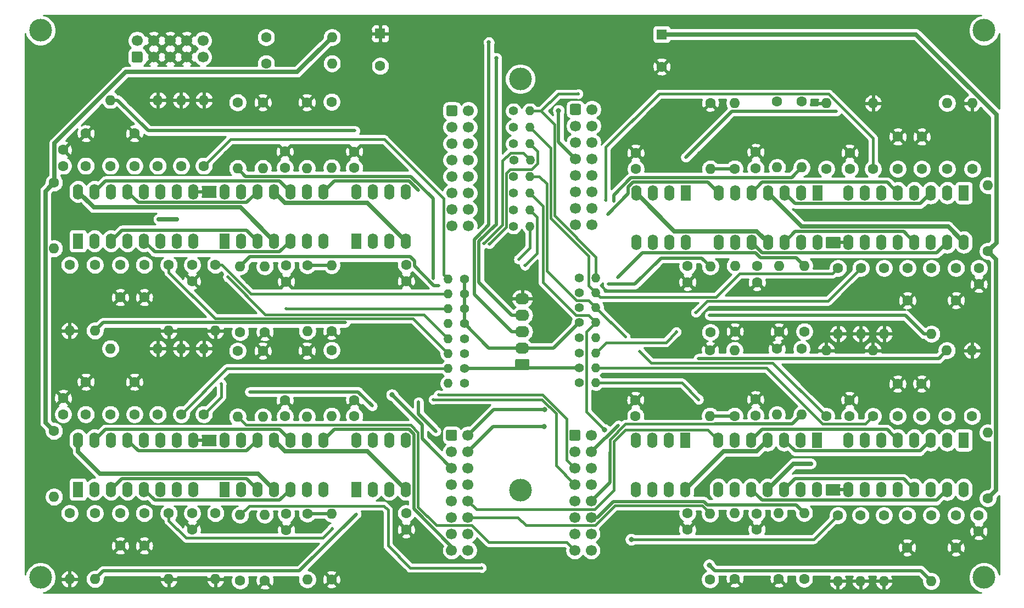
<source format=gbr>
%TF.GenerationSoftware,KiCad,Pcbnew,5.1.10-88a1d61d58~90~ubuntu20.10.1*%
%TF.CreationDate,2021-08-15T21:12:30+02:00*%
%TF.ProjectId,vcf-3350-8,7663662d-3333-4353-902d-382e6b696361,rev?*%
%TF.SameCoordinates,Original*%
%TF.FileFunction,Copper,L1,Top*%
%TF.FilePolarity,Positive*%
%FSLAX46Y46*%
G04 Gerber Fmt 4.6, Leading zero omitted, Abs format (unit mm)*
G04 Created by KiCad (PCBNEW 5.1.10-88a1d61d58~90~ubuntu20.10.1) date 2021-08-15 21:12:30*
%MOMM*%
%LPD*%
G01*
G04 APERTURE LIST*
%TA.AperFunction,ComponentPad*%
%ADD10C,1.700000*%
%TD*%
%TA.AperFunction,ComponentPad*%
%ADD11O,1.600000X1.600000*%
%TD*%
%TA.AperFunction,ComponentPad*%
%ADD12C,1.600000*%
%TD*%
%TA.AperFunction,ComponentPad*%
%ADD13R,1.600000X1.600000*%
%TD*%
%TA.AperFunction,ComponentPad*%
%ADD14O,1.600000X2.400000*%
%TD*%
%TA.AperFunction,ComponentPad*%
%ADD15R,1.600000X2.400000*%
%TD*%
%TA.AperFunction,ComponentPad*%
%ADD16O,1.400000X1.400000*%
%TD*%
%TA.AperFunction,ComponentPad*%
%ADD17C,1.400000*%
%TD*%
%TA.AperFunction,ComponentPad*%
%ADD18O,2.190000X1.740000*%
%TD*%
%TA.AperFunction,ViaPad*%
%ADD19C,3.500000*%
%TD*%
%TA.AperFunction,ViaPad*%
%ADD20C,0.635000*%
%TD*%
%TA.AperFunction,ViaPad*%
%ADD21C,0.508000*%
%TD*%
%TA.AperFunction,ViaPad*%
%ADD22C,0.800000*%
%TD*%
%TA.AperFunction,Conductor*%
%ADD23C,0.508000*%
%TD*%
%TA.AperFunction,Conductor*%
%ADD24C,0.635000*%
%TD*%
%TA.AperFunction,Conductor*%
%ADD25C,0.381000*%
%TD*%
%TA.AperFunction,Conductor*%
%ADD26C,0.254000*%
%TD*%
%TA.AperFunction,Conductor*%
%ADD27C,0.100000*%
%TD*%
G04 APERTURE END LIST*
D10*
%TO.P,J6,10*%
%TO.N,Net-(J6-Pad10)*%
X98560000Y-89560000D03*
%TO.P,J6,8*%
%TO.N,GND*%
X96020000Y-89560000D03*
%TO.P,J6,6*%
X93480000Y-89560000D03*
%TO.P,J6,4*%
X90940000Y-89560000D03*
%TO.P,J6,2*%
%TO.N,Net-(J6-Pad1)*%
X88400000Y-89560000D03*
%TO.P,J6,9*%
%TO.N,Net-(J6-Pad10)*%
X98560000Y-92100000D03*
%TO.P,J6,7*%
%TO.N,GND*%
X96020000Y-92100000D03*
%TO.P,J6,5*%
X93480000Y-92100000D03*
%TO.P,J6,3*%
X90940000Y-92100000D03*
%TO.P,J6,1*%
%TO.N,Net-(J6-Pad1)*%
%TA.AperFunction,ComponentPad*%
G36*
G01*
X89000000Y-92950000D02*
X87800000Y-92950000D01*
G75*
G02*
X87550000Y-92700000I0J250000D01*
G01*
X87550000Y-91500000D01*
G75*
G02*
X87800000Y-91250000I250000J0D01*
G01*
X89000000Y-91250000D01*
G75*
G02*
X89250000Y-91500000I0J-250000D01*
G01*
X89250000Y-92700000D01*
G75*
G02*
X89000000Y-92950000I-250000J0D01*
G01*
G37*
%TD.AperFunction*%
%TD*%
D11*
%TO.P,R110,2*%
%TO.N,-12V*%
X118455302Y-93100000D03*
D12*
%TO.P,R110,1*%
%TO.N,Net-(J6-Pad1)*%
X108295302Y-93100000D03*
%TD*%
D11*
%TO.P,R109,2*%
%TO.N,+12V*%
X118455302Y-89050000D03*
D12*
%TO.P,R109,1*%
%TO.N,Net-(J6-Pad10)*%
X108295302Y-89050000D03*
%TD*%
%TO.P,C42,2*%
%TO.N,-12V*%
X125900000Y-93500000D03*
D13*
%TO.P,C42,1*%
%TO.N,GND*%
X125900000Y-88500000D03*
%TD*%
D12*
%TO.P,C41,2*%
%TO.N,GND*%
X169300000Y-93600000D03*
D13*
%TO.P,C41,1*%
%TO.N,+12V*%
X169300000Y-88600000D03*
%TD*%
D14*
%TO.P,U12,16*%
%TO.N,+12V*%
X79300000Y-151260000D03*
%TO.P,U12,8*%
%TO.N,FREQ7*%
X97080000Y-158880000D03*
%TO.P,U12,15*%
%TO.N,Net-(C34-Pad1)*%
X81840000Y-151260000D03*
%TO.P,U12,7*%
%TO.N,-12V*%
X94540000Y-158880000D03*
%TO.P,U12,14*%
%TO.N,Net-(R102-Pad1)*%
X84380000Y-151260000D03*
%TO.P,U12,6*%
%TO.N,RES7*%
X92000000Y-158880000D03*
%TO.P,U12,13*%
%TO.N,Net-(C35-Pad2)*%
X86920000Y-151260000D03*
%TO.P,U12,5*%
%TO.N,Net-(C32-Pad1)*%
X89460000Y-158880000D03*
%TO.P,U12,12*%
%TO.N,Net-(R102-Pad1)*%
X89460000Y-151260000D03*
%TO.P,U12,4*%
%TO.N,Net-(R93-Pad1)*%
X86920000Y-158880000D03*
%TO.P,U12,11*%
%TO.N,RES8*%
X92000000Y-151260000D03*
%TO.P,U12,3*%
%TO.N,Net-(C31-Pad2)*%
X84380000Y-158880000D03*
%TO.P,U12,10*%
%TO.N,FREQ8*%
X94540000Y-151260000D03*
%TO.P,U12,2*%
%TO.N,Net-(R93-Pad1)*%
X81840000Y-158880000D03*
%TO.P,U12,9*%
%TO.N,GND*%
X97080000Y-151260000D03*
D15*
%TO.P,U12,1*%
%TO.N,Net-(R98-Pad2)*%
X79300000Y-158880000D03*
%TD*%
D14*
%TO.P,U11,14*%
%TO.N,OUT_LP8*%
X101900000Y-151260000D03*
%TO.P,U11,7*%
%TO.N,OUT_BP7*%
X117140000Y-158880000D03*
%TO.P,U11,13*%
%TO.N,Net-(R100-Pad2)*%
X104440000Y-151260000D03*
%TO.P,U11,6*%
%TO.N,Net-(R91-Pad1)*%
X114600000Y-158880000D03*
%TO.P,U11,12*%
%TO.N,Net-(C35-Pad2)*%
X106980000Y-151260000D03*
%TO.P,U11,5*%
%TO.N,Net-(C32-Pad1)*%
X112060000Y-158880000D03*
%TO.P,U11,11*%
%TO.N,-12V*%
X109520000Y-151260000D03*
%TO.P,U11,4*%
%TO.N,+12V*%
X109520000Y-158880000D03*
%TO.P,U11,10*%
%TO.N,Net-(C34-Pad1)*%
X112060000Y-151260000D03*
%TO.P,U11,3*%
%TO.N,Net-(C31-Pad2)*%
X106980000Y-158880000D03*
%TO.P,U11,9*%
%TO.N,Net-(R105-Pad1)*%
X114600000Y-151260000D03*
%TO.P,U11,2*%
%TO.N,Net-(R90-Pad1)*%
X104440000Y-158880000D03*
%TO.P,U11,8*%
%TO.N,OUT_BP8*%
X117140000Y-151260000D03*
D15*
%TO.P,U11,1*%
%TO.N,OUT_LP7*%
X101900000Y-158880000D03*
%TD*%
D14*
%TO.P,U10,8*%
%TO.N,+12V*%
X122200000Y-151260000D03*
%TO.P,U10,4*%
%TO.N,-12V*%
X129820000Y-158880000D03*
%TO.P,U10,7*%
%TO.N,Net-(R103-Pad2)*%
X124740000Y-151260000D03*
%TO.P,U10,3*%
%TO.N,IN7*%
X127280000Y-158880000D03*
%TO.P,U10,6*%
%TO.N,Net-(R103-Pad2)*%
X127280000Y-151260000D03*
%TO.P,U10,2*%
%TO.N,Net-(R93-Pad2)*%
X124740000Y-158880000D03*
%TO.P,U10,5*%
%TO.N,IN8*%
X129820000Y-151260000D03*
D15*
%TO.P,U10,1*%
%TO.N,Net-(R93-Pad2)*%
X122200000Y-158880000D03*
%TD*%
D14*
%TO.P,U9,16*%
%TO.N,+12V*%
X215870000Y-158900000D03*
%TO.P,U9,8*%
%TO.N,FREQ5*%
X198090000Y-151280000D03*
%TO.P,U9,15*%
%TO.N,Net-(C24-Pad1)*%
X213330000Y-158900000D03*
%TO.P,U9,7*%
%TO.N,-12V*%
X200630000Y-151280000D03*
%TO.P,U9,14*%
%TO.N,Net-(R81-Pad1)*%
X210790000Y-158900000D03*
%TO.P,U9,6*%
%TO.N,RES5*%
X203170000Y-151280000D03*
%TO.P,U9,13*%
%TO.N,Net-(C25-Pad2)*%
X208250000Y-158900000D03*
%TO.P,U9,5*%
%TO.N,Net-(C22-Pad1)*%
X205710000Y-151280000D03*
%TO.P,U9,12*%
%TO.N,Net-(R81-Pad1)*%
X205710000Y-158900000D03*
%TO.P,U9,4*%
%TO.N,Net-(R72-Pad1)*%
X208250000Y-151280000D03*
%TO.P,U9,11*%
%TO.N,RES6*%
X203170000Y-158900000D03*
%TO.P,U9,3*%
%TO.N,Net-(C21-Pad2)*%
X210790000Y-151280000D03*
%TO.P,U9,10*%
%TO.N,FREQ6*%
X200630000Y-158900000D03*
%TO.P,U9,2*%
%TO.N,Net-(R72-Pad1)*%
X213330000Y-151280000D03*
%TO.P,U9,9*%
%TO.N,GND*%
X198090000Y-158900000D03*
D15*
%TO.P,U9,1*%
%TO.N,Net-(R77-Pad2)*%
X215870000Y-151280000D03*
%TD*%
D14*
%TO.P,U8,14*%
%TO.N,OUT_LP6*%
X193270000Y-158900000D03*
%TO.P,U8,7*%
%TO.N,OUT_BP5*%
X178030000Y-151280000D03*
%TO.P,U8,13*%
%TO.N,Net-(R79-Pad2)*%
X190730000Y-158900000D03*
%TO.P,U8,6*%
%TO.N,Net-(R70-Pad1)*%
X180570000Y-151280000D03*
%TO.P,U8,12*%
%TO.N,Net-(C25-Pad2)*%
X188190000Y-158900000D03*
%TO.P,U8,5*%
%TO.N,Net-(C22-Pad1)*%
X183110000Y-151280000D03*
%TO.P,U8,11*%
%TO.N,-12V*%
X185650000Y-158900000D03*
%TO.P,U8,4*%
%TO.N,+12V*%
X185650000Y-151280000D03*
%TO.P,U8,10*%
%TO.N,Net-(C24-Pad1)*%
X183110000Y-158900000D03*
%TO.P,U8,3*%
%TO.N,Net-(C21-Pad2)*%
X188190000Y-151280000D03*
%TO.P,U8,9*%
%TO.N,Net-(R78-Pad2)*%
X180570000Y-158900000D03*
%TO.P,U8,2*%
%TO.N,Net-(R69-Pad1)*%
X190730000Y-151280000D03*
%TO.P,U8,8*%
%TO.N,OUT_BP6*%
X178030000Y-158900000D03*
D15*
%TO.P,U8,1*%
%TO.N,OUT_LP5*%
X193270000Y-151280000D03*
%TD*%
D14*
%TO.P,U7,8*%
%TO.N,+12V*%
X172970000Y-158900000D03*
%TO.P,U7,4*%
%TO.N,-12V*%
X165350000Y-151280000D03*
%TO.P,U7,7*%
%TO.N,Net-(R82-Pad2)*%
X170430000Y-158900000D03*
%TO.P,U7,3*%
%TO.N,IN5*%
X167890000Y-151280000D03*
%TO.P,U7,6*%
%TO.N,Net-(R82-Pad2)*%
X167890000Y-158900000D03*
%TO.P,U7,2*%
%TO.N,Net-(R72-Pad2)*%
X170430000Y-151280000D03*
%TO.P,U7,5*%
%TO.N,IN6*%
X165350000Y-158900000D03*
D15*
%TO.P,U7,1*%
%TO.N,Net-(R72-Pad2)*%
X172970000Y-151280000D03*
%TD*%
D14*
%TO.P,U6,16*%
%TO.N,+12V*%
X79300000Y-112900000D03*
%TO.P,U6,8*%
%TO.N,FREQ3*%
X97080000Y-120520000D03*
%TO.P,U6,15*%
%TO.N,Net-(C14-Pad1)*%
X81840000Y-112900000D03*
%TO.P,U6,7*%
%TO.N,-12V*%
X94540000Y-120520000D03*
%TO.P,U6,14*%
%TO.N,Net-(R60-Pad1)*%
X84380000Y-112900000D03*
%TO.P,U6,6*%
%TO.N,RES3*%
X92000000Y-120520000D03*
%TO.P,U6,13*%
%TO.N,Net-(C15-Pad2)*%
X86920000Y-112900000D03*
%TO.P,U6,5*%
%TO.N,Net-(C12-Pad1)*%
X89460000Y-120520000D03*
%TO.P,U6,12*%
%TO.N,Net-(R60-Pad1)*%
X89460000Y-112900000D03*
%TO.P,U6,4*%
%TO.N,Net-(R51-Pad1)*%
X86920000Y-120520000D03*
%TO.P,U6,11*%
%TO.N,RES4*%
X92000000Y-112900000D03*
%TO.P,U6,3*%
%TO.N,Net-(C11-Pad2)*%
X84380000Y-120520000D03*
%TO.P,U6,10*%
%TO.N,FREQ4*%
X94540000Y-112900000D03*
%TO.P,U6,2*%
%TO.N,Net-(R51-Pad1)*%
X81840000Y-120520000D03*
%TO.P,U6,9*%
%TO.N,GND*%
X97080000Y-112900000D03*
D15*
%TO.P,U6,1*%
%TO.N,Net-(R56-Pad2)*%
X79300000Y-120520000D03*
%TD*%
D14*
%TO.P,U5,14*%
%TO.N,OUT_LP4*%
X101900000Y-112900000D03*
%TO.P,U5,7*%
%TO.N,OUT_BP3*%
X117140000Y-120520000D03*
%TO.P,U5,13*%
%TO.N,Net-(R58-Pad2)*%
X104440000Y-112900000D03*
%TO.P,U5,6*%
%TO.N,Net-(R49-Pad1)*%
X114600000Y-120520000D03*
%TO.P,U5,12*%
%TO.N,Net-(C15-Pad2)*%
X106980000Y-112900000D03*
%TO.P,U5,5*%
%TO.N,Net-(C12-Pad1)*%
X112060000Y-120520000D03*
%TO.P,U5,11*%
%TO.N,-12V*%
X109520000Y-112900000D03*
%TO.P,U5,4*%
%TO.N,+12V*%
X109520000Y-120520000D03*
%TO.P,U5,10*%
%TO.N,Net-(C14-Pad1)*%
X112060000Y-112900000D03*
%TO.P,U5,3*%
%TO.N,Net-(C11-Pad2)*%
X106980000Y-120520000D03*
%TO.P,U5,9*%
%TO.N,Net-(R57-Pad2)*%
X114600000Y-112900000D03*
%TO.P,U5,2*%
%TO.N,Net-(R48-Pad1)*%
X104440000Y-120520000D03*
%TO.P,U5,8*%
%TO.N,OUT_BP4*%
X117140000Y-112900000D03*
D15*
%TO.P,U5,1*%
%TO.N,OUT_LP3*%
X101900000Y-120520000D03*
%TD*%
D14*
%TO.P,U4,8*%
%TO.N,+12V*%
X122200000Y-112900000D03*
%TO.P,U4,4*%
%TO.N,-12V*%
X129820000Y-120520000D03*
%TO.P,U4,7*%
%TO.N,Net-(R61-Pad2)*%
X124740000Y-112900000D03*
%TO.P,U4,3*%
%TO.N,IN3*%
X127280000Y-120520000D03*
%TO.P,U4,6*%
%TO.N,Net-(R61-Pad2)*%
X127280000Y-112900000D03*
%TO.P,U4,2*%
%TO.N,Net-(R51-Pad2)*%
X124740000Y-120520000D03*
%TO.P,U4,5*%
%TO.N,IN4*%
X129820000Y-112900000D03*
D15*
%TO.P,U4,1*%
%TO.N,Net-(R51-Pad2)*%
X122200000Y-120520000D03*
%TD*%
D11*
%TO.P,R106,2*%
%TO.N,OUT_LP8*%
X103900000Y-147640000D03*
D12*
%TO.P,R106,1*%
%TO.N,Net-(R100-Pad2)*%
X103900000Y-137480000D03*
%TD*%
D11*
%TO.P,R105,2*%
%TO.N,OUT_BP8*%
X118400000Y-147540000D03*
D12*
%TO.P,R105,1*%
%TO.N,Net-(R105-Pad1)*%
X118400000Y-137380000D03*
%TD*%
D11*
%TO.P,R104,2*%
%TO.N,GND*%
X98700000Y-137120000D03*
D12*
%TO.P,R104,1*%
%TO.N,FREQ8*%
X98700000Y-147280000D03*
%TD*%
D11*
%TO.P,R103,2*%
%TO.N,Net-(R103-Pad2)*%
X84300000Y-137120000D03*
D12*
%TO.P,R103,1*%
%TO.N,Net-(R102-Pad1)*%
X84300000Y-147280000D03*
%TD*%
D11*
%TO.P,R102,2*%
%TO.N,GND*%
X91600000Y-137120000D03*
D12*
%TO.P,R102,1*%
%TO.N,Net-(R102-Pad1)*%
X91600000Y-147280000D03*
%TD*%
D11*
%TO.P,R101,2*%
%TO.N,GND*%
X95200000Y-137120000D03*
D12*
%TO.P,R101,1*%
%TO.N,RES8*%
X95200000Y-147280000D03*
%TD*%
D11*
%TO.P,R100,2*%
%TO.N,Net-(R100-Pad2)*%
X107800000Y-147640000D03*
D12*
%TO.P,R100,1*%
%TO.N,GND*%
X107800000Y-137480000D03*
%TD*%
D11*
%TO.P,R99,2*%
%TO.N,Net-(R105-Pad1)*%
X114600000Y-147640000D03*
D12*
%TO.P,R99,1*%
%TO.N,GND*%
X114600000Y-137480000D03*
%TD*%
D11*
%TO.P,R98,2*%
%TO.N,Net-(R98-Pad2)*%
X75600000Y-160040000D03*
D12*
%TO.P,R98,1*%
%TO.N,+12V*%
X75600000Y-149880000D03*
%TD*%
D11*
%TO.P,R97,2*%
%TO.N,Net-(R91-Pad1)*%
X118400000Y-162620000D03*
D12*
%TO.P,R97,1*%
%TO.N,GND*%
X118400000Y-172780000D03*
%TD*%
D11*
%TO.P,R96,2*%
%TO.N,Net-(R90-Pad1)*%
X108100001Y-162820000D03*
D12*
%TO.P,R96,1*%
%TO.N,GND*%
X108100001Y-172980000D03*
%TD*%
D11*
%TO.P,R95,2*%
%TO.N,GND*%
X93300000Y-172740000D03*
D12*
%TO.P,R95,1*%
%TO.N,RES7*%
X93300000Y-162580000D03*
%TD*%
D11*
%TO.P,R94,2*%
%TO.N,GND*%
X78000000Y-172740000D03*
D12*
%TO.P,R94,1*%
%TO.N,Net-(R93-Pad1)*%
X78000000Y-162580000D03*
%TD*%
D11*
%TO.P,R93,2*%
%TO.N,Net-(R93-Pad2)*%
X81900000Y-172740000D03*
D12*
%TO.P,R93,1*%
%TO.N,Net-(R93-Pad1)*%
X81900000Y-162580000D03*
%TD*%
D11*
%TO.P,R92,2*%
%TO.N,GND*%
X100500000Y-172740000D03*
D12*
%TO.P,R92,1*%
%TO.N,FREQ7*%
X100500000Y-162580000D03*
%TD*%
D11*
%TO.P,R91,2*%
%TO.N,OUT_BP7*%
X114650000Y-172790000D03*
D12*
%TO.P,R91,1*%
%TO.N,Net-(R91-Pad1)*%
X114650000Y-162630000D03*
%TD*%
D11*
%TO.P,R90,2*%
%TO.N,OUT_LP7*%
X104300001Y-162820000D03*
D12*
%TO.P,R90,1*%
%TO.N,Net-(R90-Pad1)*%
X104300001Y-172980000D03*
%TD*%
D11*
%TO.P,R85,2*%
%TO.N,OUT_LP6*%
X191270000Y-162520000D03*
D12*
%TO.P,R85,1*%
%TO.N,Net-(R79-Pad2)*%
X191270000Y-172680000D03*
%TD*%
D11*
%TO.P,R84,2*%
%TO.N,OUT_BP6*%
X176770001Y-162620000D03*
D12*
%TO.P,R84,1*%
%TO.N,Net-(R78-Pad2)*%
X176770001Y-172780000D03*
%TD*%
D11*
%TO.P,R83,2*%
%TO.N,GND*%
X196470001Y-173040000D03*
D12*
%TO.P,R83,1*%
%TO.N,FREQ6*%
X196470001Y-162880000D03*
%TD*%
D11*
%TO.P,R82,2*%
%TO.N,Net-(R82-Pad2)*%
X210870000Y-173040000D03*
D12*
%TO.P,R82,1*%
%TO.N,Net-(R81-Pad1)*%
X210870000Y-162880000D03*
%TD*%
D11*
%TO.P,R81,2*%
%TO.N,GND*%
X203570000Y-173040000D03*
D12*
%TO.P,R81,1*%
%TO.N,Net-(R81-Pad1)*%
X203570000Y-162880000D03*
%TD*%
D11*
%TO.P,R80,2*%
%TO.N,GND*%
X199970000Y-173040000D03*
D12*
%TO.P,R80,1*%
%TO.N,RES6*%
X199970000Y-162880000D03*
%TD*%
D11*
%TO.P,R79,2*%
%TO.N,Net-(R79-Pad2)*%
X187370000Y-162520000D03*
D12*
%TO.P,R79,1*%
%TO.N,GND*%
X187370000Y-172680000D03*
%TD*%
D11*
%TO.P,R78,2*%
%TO.N,Net-(R78-Pad2)*%
X180570001Y-162520000D03*
D12*
%TO.P,R78,1*%
%TO.N,GND*%
X180570001Y-172680000D03*
%TD*%
D11*
%TO.P,R77,2*%
%TO.N,Net-(R77-Pad2)*%
X219570001Y-150120000D03*
D12*
%TO.P,R77,1*%
%TO.N,+12V*%
X219570001Y-160280000D03*
%TD*%
D11*
%TO.P,R76,2*%
%TO.N,Net-(R70-Pad1)*%
X176770000Y-147540000D03*
D12*
%TO.P,R76,1*%
%TO.N,GND*%
X176770000Y-137380000D03*
%TD*%
D11*
%TO.P,R75,2*%
%TO.N,Net-(R69-Pad1)*%
X187070000Y-147340000D03*
D12*
%TO.P,R75,1*%
%TO.N,GND*%
X187070000Y-137180000D03*
%TD*%
D11*
%TO.P,R74,2*%
%TO.N,GND*%
X201870000Y-137420000D03*
D12*
%TO.P,R74,1*%
%TO.N,RES5*%
X201870000Y-147580000D03*
%TD*%
D11*
%TO.P,R73,2*%
%TO.N,GND*%
X217170000Y-137420000D03*
D12*
%TO.P,R73,1*%
%TO.N,Net-(R72-Pad1)*%
X217170000Y-147580000D03*
%TD*%
D11*
%TO.P,R72,2*%
%TO.N,Net-(R72-Pad2)*%
X213270000Y-137420000D03*
D12*
%TO.P,R72,1*%
%TO.N,Net-(R72-Pad1)*%
X213270000Y-147580000D03*
%TD*%
D11*
%TO.P,R71,2*%
%TO.N,GND*%
X194670000Y-137420000D03*
D12*
%TO.P,R71,1*%
%TO.N,FREQ5*%
X194670000Y-147580000D03*
%TD*%
D11*
%TO.P,R70,2*%
%TO.N,OUT_BP5*%
X180520000Y-137370000D03*
D12*
%TO.P,R70,1*%
%TO.N,Net-(R70-Pad1)*%
X180520000Y-147530000D03*
%TD*%
D11*
%TO.P,R69,2*%
%TO.N,OUT_LP5*%
X190870000Y-147340000D03*
D12*
%TO.P,R69,1*%
%TO.N,Net-(R69-Pad1)*%
X190870000Y-137180000D03*
%TD*%
D11*
%TO.P,R64,2*%
%TO.N,OUT_LP4*%
X103900000Y-109280000D03*
D12*
%TO.P,R64,1*%
%TO.N,Net-(R58-Pad2)*%
X103900000Y-99120000D03*
%TD*%
D11*
%TO.P,R63,2*%
%TO.N,OUT_BP4*%
X118400000Y-109180000D03*
D12*
%TO.P,R63,1*%
%TO.N,Net-(R57-Pad2)*%
X118400000Y-99020000D03*
%TD*%
D11*
%TO.P,R62,2*%
%TO.N,GND*%
X98700000Y-98760000D03*
D12*
%TO.P,R62,1*%
%TO.N,FREQ4*%
X98700000Y-108920000D03*
%TD*%
D11*
%TO.P,R61,2*%
%TO.N,Net-(R61-Pad2)*%
X84300000Y-98760000D03*
D12*
%TO.P,R61,1*%
%TO.N,Net-(R60-Pad1)*%
X84300000Y-108920000D03*
%TD*%
D11*
%TO.P,R60,2*%
%TO.N,GND*%
X91600000Y-98760000D03*
D12*
%TO.P,R60,1*%
%TO.N,Net-(R60-Pad1)*%
X91600000Y-108920000D03*
%TD*%
D11*
%TO.P,R59,2*%
%TO.N,GND*%
X95200000Y-98760000D03*
D12*
%TO.P,R59,1*%
%TO.N,RES4*%
X95200000Y-108920000D03*
%TD*%
D11*
%TO.P,R58,2*%
%TO.N,Net-(R58-Pad2)*%
X107800000Y-109280000D03*
D12*
%TO.P,R58,1*%
%TO.N,GND*%
X107800000Y-99120000D03*
%TD*%
D11*
%TO.P,R57,2*%
%TO.N,Net-(R57-Pad2)*%
X114600000Y-109280000D03*
D12*
%TO.P,R57,1*%
%TO.N,GND*%
X114600000Y-99120000D03*
%TD*%
D11*
%TO.P,R56,2*%
%TO.N,Net-(R56-Pad2)*%
X75600000Y-121680000D03*
D12*
%TO.P,R56,1*%
%TO.N,+12V*%
X75600000Y-111520000D03*
%TD*%
D11*
%TO.P,R55,2*%
%TO.N,Net-(R49-Pad1)*%
X118400000Y-124260000D03*
D12*
%TO.P,R55,1*%
%TO.N,GND*%
X118400000Y-134420000D03*
%TD*%
D11*
%TO.P,R54,2*%
%TO.N,Net-(R48-Pad1)*%
X108100000Y-124460000D03*
D12*
%TO.P,R54,1*%
%TO.N,GND*%
X108100000Y-134620000D03*
%TD*%
D11*
%TO.P,R53,2*%
%TO.N,GND*%
X93300000Y-134380000D03*
D12*
%TO.P,R53,1*%
%TO.N,RES3*%
X93300000Y-124220000D03*
%TD*%
D11*
%TO.P,R52,2*%
%TO.N,GND*%
X78000000Y-134380000D03*
D12*
%TO.P,R52,1*%
%TO.N,Net-(R51-Pad1)*%
X78000000Y-124220000D03*
%TD*%
D11*
%TO.P,R51,2*%
%TO.N,Net-(R51-Pad2)*%
X81900000Y-134380000D03*
D12*
%TO.P,R51,1*%
%TO.N,Net-(R51-Pad1)*%
X81900000Y-124220000D03*
%TD*%
D11*
%TO.P,R50,2*%
%TO.N,GND*%
X100500000Y-134380000D03*
D12*
%TO.P,R50,1*%
%TO.N,FREQ3*%
X100500000Y-124220000D03*
%TD*%
D11*
%TO.P,R49,2*%
%TO.N,OUT_BP3*%
X114650000Y-134430000D03*
D12*
%TO.P,R49,1*%
%TO.N,Net-(R49-Pad1)*%
X114650000Y-124270000D03*
%TD*%
D11*
%TO.P,R48,2*%
%TO.N,OUT_LP3*%
X104300000Y-124460000D03*
D12*
%TO.P,R48,1*%
%TO.N,Net-(R48-Pad1)*%
X104300000Y-134620000D03*
%TD*%
%TO.P,C40,2*%
%TO.N,-12V*%
X111200000Y-147600000D03*
%TO.P,C40,1*%
%TO.N,GND*%
X111200000Y-145100000D03*
%TD*%
%TO.P,C39,2*%
%TO.N,-12V*%
X129900000Y-162580000D03*
%TO.P,C39,1*%
%TO.N,GND*%
X129900000Y-165080000D03*
%TD*%
%TO.P,C38,2*%
%TO.N,+12V*%
X111400000Y-162680000D03*
%TO.P,C38,1*%
%TO.N,GND*%
X111400000Y-165180000D03*
%TD*%
%TO.P,C37,2*%
%TO.N,+12V*%
X121900000Y-147580000D03*
%TO.P,C37,1*%
%TO.N,GND*%
X121900000Y-145080000D03*
%TD*%
%TO.P,C36,2*%
%TO.N,+12V*%
X77000000Y-147280000D03*
%TO.P,C36,1*%
%TO.N,GND*%
X77000000Y-144780000D03*
%TD*%
%TO.P,C35,2*%
%TO.N,Net-(C35-Pad2)*%
X88000000Y-147280000D03*
%TO.P,C35,1*%
%TO.N,GND*%
X88000000Y-142280000D03*
%TD*%
%TO.P,C34,2*%
%TO.N,GND*%
X80500000Y-142280000D03*
%TO.P,C34,1*%
%TO.N,Net-(C34-Pad1)*%
X80500000Y-147280000D03*
%TD*%
%TO.P,C33,2*%
%TO.N,-12V*%
X96900000Y-162580000D03*
%TO.P,C33,1*%
%TO.N,GND*%
X96900000Y-165080000D03*
%TD*%
%TO.P,C32,2*%
%TO.N,GND*%
X89500000Y-167580000D03*
%TO.P,C32,1*%
%TO.N,Net-(C32-Pad1)*%
X89500000Y-162580000D03*
%TD*%
%TO.P,C31,2*%
%TO.N,Net-(C31-Pad2)*%
X85800000Y-162580000D03*
%TO.P,C31,1*%
%TO.N,GND*%
X85800000Y-167580000D03*
%TD*%
%TO.P,C30,2*%
%TO.N,-12V*%
X183970000Y-162600000D03*
%TO.P,C30,1*%
%TO.N,GND*%
X183970000Y-165100000D03*
%TD*%
%TO.P,C29,2*%
%TO.N,-12V*%
X165270000Y-147580000D03*
%TO.P,C29,1*%
%TO.N,GND*%
X165270000Y-145080000D03*
%TD*%
%TO.P,C28,2*%
%TO.N,+12V*%
X183770000Y-147480000D03*
%TO.P,C28,1*%
%TO.N,GND*%
X183770000Y-144980000D03*
%TD*%
%TO.P,C27,2*%
%TO.N,+12V*%
X173270000Y-162580000D03*
%TO.P,C27,1*%
%TO.N,GND*%
X173270000Y-165080000D03*
%TD*%
%TO.P,C26,2*%
%TO.N,+12V*%
X218170001Y-162880000D03*
%TO.P,C26,1*%
%TO.N,GND*%
X218170001Y-165380000D03*
%TD*%
%TO.P,C25,2*%
%TO.N,Net-(C25-Pad2)*%
X207170001Y-162880000D03*
%TO.P,C25,1*%
%TO.N,GND*%
X207170001Y-167880000D03*
%TD*%
%TO.P,C24,2*%
%TO.N,GND*%
X214670001Y-167880000D03*
%TO.P,C24,1*%
%TO.N,Net-(C24-Pad1)*%
X214670001Y-162880000D03*
%TD*%
%TO.P,C23,2*%
%TO.N,-12V*%
X198270000Y-147580000D03*
%TO.P,C23,1*%
%TO.N,GND*%
X198270000Y-145080000D03*
%TD*%
%TO.P,C22,2*%
%TO.N,GND*%
X205670000Y-142580000D03*
%TO.P,C22,1*%
%TO.N,Net-(C22-Pad1)*%
X205670000Y-147580000D03*
%TD*%
%TO.P,C21,2*%
%TO.N,Net-(C21-Pad2)*%
X209370000Y-147580000D03*
%TO.P,C21,1*%
%TO.N,GND*%
X209370000Y-142580000D03*
%TD*%
%TO.P,C20,2*%
%TO.N,-12V*%
X111200000Y-109200000D03*
%TO.P,C20,1*%
%TO.N,GND*%
X111200000Y-106700000D03*
%TD*%
%TO.P,C19,2*%
%TO.N,-12V*%
X129900000Y-124220000D03*
%TO.P,C19,1*%
%TO.N,GND*%
X129900000Y-126720000D03*
%TD*%
%TO.P,C18,2*%
%TO.N,+12V*%
X111400000Y-124320000D03*
%TO.P,C18,1*%
%TO.N,GND*%
X111400000Y-126820000D03*
%TD*%
%TO.P,C17,2*%
%TO.N,+12V*%
X121900000Y-109220000D03*
%TO.P,C17,1*%
%TO.N,GND*%
X121900000Y-106720000D03*
%TD*%
%TO.P,C16,2*%
%TO.N,+12V*%
X77000000Y-108920000D03*
%TO.P,C16,1*%
%TO.N,GND*%
X77000000Y-106420000D03*
%TD*%
%TO.P,C15,2*%
%TO.N,Net-(C15-Pad2)*%
X88000000Y-108920000D03*
%TO.P,C15,1*%
%TO.N,GND*%
X88000000Y-103920000D03*
%TD*%
%TO.P,C14,2*%
%TO.N,GND*%
X80500000Y-103920000D03*
%TO.P,C14,1*%
%TO.N,Net-(C14-Pad1)*%
X80500000Y-108920000D03*
%TD*%
%TO.P,C13,2*%
%TO.N,-12V*%
X96900000Y-124220000D03*
%TO.P,C13,1*%
%TO.N,GND*%
X96900000Y-126720000D03*
%TD*%
%TO.P,C12,2*%
%TO.N,GND*%
X89500000Y-129220000D03*
%TO.P,C12,1*%
%TO.N,Net-(C12-Pad1)*%
X89500000Y-124220000D03*
%TD*%
%TO.P,C11,2*%
%TO.N,Net-(C11-Pad2)*%
X85800000Y-124220000D03*
%TO.P,C11,1*%
%TO.N,GND*%
X85800000Y-129220000D03*
%TD*%
D16*
%TO.P,R24,2*%
%TO.N,RES8*%
X136360000Y-140200000D03*
D17*
%TO.P,R24,1*%
%TO.N,Net-(J5-Pad1)*%
X138900000Y-140200000D03*
%TD*%
D16*
%TO.P,R23,2*%
%TO.N,RES7*%
X136360000Y-142500000D03*
D17*
%TO.P,R23,1*%
%TO.N,Net-(J5-Pad1)*%
X138900000Y-142500000D03*
%TD*%
D16*
%TO.P,R22,2*%
%TO.N,RES6*%
X159140000Y-142400000D03*
D17*
%TO.P,R22,1*%
%TO.N,Net-(J5-Pad1)*%
X156600000Y-142400000D03*
%TD*%
D16*
%TO.P,R21,2*%
%TO.N,RES5*%
X159140000Y-140100000D03*
D17*
%TO.P,R21,1*%
%TO.N,Net-(J5-Pad1)*%
X156600000Y-140100000D03*
%TD*%
D16*
%TO.P,R20,2*%
%TO.N,RES4*%
X136360000Y-135600000D03*
D17*
%TO.P,R20,1*%
%TO.N,Net-(J5-Pad1)*%
X138900000Y-135600000D03*
%TD*%
D16*
%TO.P,R19,2*%
%TO.N,RES3*%
X136360000Y-137900000D03*
D17*
%TO.P,R19,1*%
%TO.N,Net-(J5-Pad1)*%
X138900000Y-137900000D03*
%TD*%
D16*
%TO.P,R18,2*%
%TO.N,RES2*%
X159140000Y-137800000D03*
D17*
%TO.P,R18,1*%
%TO.N,Net-(J5-Pad1)*%
X156600000Y-137800000D03*
%TD*%
D16*
%TO.P,R17,2*%
%TO.N,RES1*%
X159140000Y-135500000D03*
D17*
%TO.P,R17,1*%
%TO.N,Net-(J5-Pad1)*%
X156600000Y-135500000D03*
%TD*%
D16*
%TO.P,R16,2*%
%TO.N,FREQ8*%
X136360000Y-131000000D03*
D17*
%TO.P,R16,1*%
%TO.N,Net-(J5-Pad2)*%
X138900000Y-131000000D03*
%TD*%
D16*
%TO.P,R15,2*%
%TO.N,FREQ7*%
X136360000Y-133300000D03*
D17*
%TO.P,R15,1*%
%TO.N,Net-(J5-Pad2)*%
X138900000Y-133300000D03*
%TD*%
D16*
%TO.P,R14,2*%
%TO.N,FREQ6*%
X159140000Y-133100000D03*
D17*
%TO.P,R14,1*%
%TO.N,Net-(J5-Pad2)*%
X156600000Y-133100000D03*
%TD*%
D16*
%TO.P,R13,2*%
%TO.N,FREQ5*%
X159140000Y-130800000D03*
D17*
%TO.P,R13,1*%
%TO.N,Net-(J5-Pad2)*%
X156600000Y-130800000D03*
%TD*%
D16*
%TO.P,R12,2*%
%TO.N,FREQ4*%
X136360000Y-126400000D03*
D17*
%TO.P,R12,1*%
%TO.N,Net-(J5-Pad2)*%
X138900000Y-126400000D03*
%TD*%
D16*
%TO.P,R10,2*%
%TO.N,FREQ2*%
X159140000Y-128500000D03*
D17*
%TO.P,R10,1*%
%TO.N,Net-(J5-Pad2)*%
X156600000Y-128500000D03*
%TD*%
D16*
%TO.P,R9,2*%
%TO.N,FREQ1*%
X159140000Y-126200000D03*
D17*
%TO.P,R9,1*%
%TO.N,Net-(J5-Pad2)*%
X156600000Y-126200000D03*
%TD*%
D16*
%TO.P,R11,2*%
%TO.N,FREQ3*%
X136360000Y-128700000D03*
D17*
%TO.P,R11,1*%
%TO.N,Net-(J5-Pad2)*%
X138900000Y-128700000D03*
%TD*%
D11*
%TO.P,R33,2*%
%TO.N,Net-(R33-Pad2)*%
X219600000Y-111940000D03*
D12*
%TO.P,R33,1*%
%TO.N,+12V*%
X219600000Y-122100000D03*
%TD*%
%TO.P,C10,2*%
%TO.N,-12V*%
X165300000Y-109400000D03*
%TO.P,C10,1*%
%TO.N,GND*%
X165300000Y-106900000D03*
%TD*%
D14*
%TO.P,U3,8*%
%TO.N,+12V*%
X173000000Y-120720000D03*
%TO.P,U3,4*%
%TO.N,-12V*%
X165380000Y-113100000D03*
%TO.P,U3,7*%
%TO.N,Net-(R38-Pad2)*%
X170460000Y-120720000D03*
%TO.P,U3,3*%
%TO.N,IN1*%
X167920000Y-113100000D03*
%TO.P,U3,6*%
%TO.N,Net-(R38-Pad2)*%
X167920000Y-120720000D03*
%TO.P,U3,2*%
%TO.N,Net-(R28-Pad2)*%
X170460000Y-113100000D03*
%TO.P,U3,5*%
%TO.N,IN2*%
X165380000Y-120720000D03*
D15*
%TO.P,U3,1*%
%TO.N,Net-(R28-Pad2)*%
X173000000Y-113100000D03*
%TD*%
D12*
%TO.P,C9,2*%
%TO.N,+12V*%
X173300000Y-124400000D03*
%TO.P,C9,1*%
%TO.N,GND*%
X173300000Y-126900000D03*
%TD*%
D16*
%TO.P,R4,2*%
%TO.N,FREQ4*%
X149040000Y-108000000D03*
D17*
%TO.P,R4,1*%
%TO.N,Net-(J2-Pad7)*%
X146500000Y-108000000D03*
%TD*%
D16*
%TO.P,R8,2*%
%TO.N,FREQ8*%
X148990000Y-118250000D03*
D17*
%TO.P,R8,1*%
%TO.N,Net-(J2-Pad15)*%
X146450000Y-118250000D03*
%TD*%
D16*
%TO.P,R7,2*%
%TO.N,FREQ7*%
X148990000Y-115750000D03*
D17*
%TO.P,R7,1*%
%TO.N,Net-(J2-Pad13)*%
X146450000Y-115750000D03*
%TD*%
D16*
%TO.P,R6,2*%
%TO.N,FREQ6*%
X148990000Y-113100000D03*
D17*
%TO.P,R6,1*%
%TO.N,Net-(J2-Pad11)*%
X146450000Y-113100000D03*
%TD*%
D16*
%TO.P,R5,2*%
%TO.N,FREQ5*%
X148990000Y-110550000D03*
D17*
%TO.P,R5,1*%
%TO.N,Net-(J2-Pad10)*%
X146450000Y-110550000D03*
%TD*%
D16*
%TO.P,R3,2*%
%TO.N,FREQ3*%
X148990000Y-105500000D03*
D17*
%TO.P,R3,1*%
%TO.N,Net-(J2-Pad5)*%
X146450000Y-105500000D03*
%TD*%
D16*
%TO.P,R2,2*%
%TO.N,FREQ2*%
X148990000Y-102950000D03*
D17*
%TO.P,R2,1*%
%TO.N,Net-(J2-Pad3)*%
X146450000Y-102950000D03*
%TD*%
D16*
%TO.P,R1,2*%
%TO.N,FREQ1*%
X148990000Y-100450000D03*
D17*
%TO.P,R1,1*%
%TO.N,Net-(J2-Pad1)*%
X146450000Y-100450000D03*
%TD*%
D14*
%TO.P,U1,14*%
%TO.N,OUT_LP2*%
X193300000Y-120720000D03*
%TO.P,U1,7*%
%TO.N,OUT_BP1*%
X178060000Y-113100000D03*
%TO.P,U1,13*%
%TO.N,Net-(R35-Pad2)*%
X190760000Y-120720000D03*
%TO.P,U1,6*%
%TO.N,Net-(R26-Pad1)*%
X180600000Y-113100000D03*
%TO.P,U1,12*%
%TO.N,Net-(C5-Pad2)*%
X188220000Y-120720000D03*
%TO.P,U1,5*%
%TO.N,Net-(C2-Pad1)*%
X183140000Y-113100000D03*
%TO.P,U1,11*%
%TO.N,-12V*%
X185680000Y-120720000D03*
%TO.P,U1,4*%
%TO.N,+12V*%
X185680000Y-113100000D03*
%TO.P,U1,10*%
%TO.N,Net-(C4-Pad1)*%
X183140000Y-120720000D03*
%TO.P,U1,3*%
%TO.N,Net-(C1-Pad2)*%
X188220000Y-113100000D03*
%TO.P,U1,9*%
%TO.N,Net-(R34-Pad2)*%
X180600000Y-120720000D03*
%TO.P,U1,2*%
%TO.N,Net-(R25-Pad1)*%
X190760000Y-113100000D03*
%TO.P,U1,8*%
%TO.N,OUT_BP2*%
X178060000Y-120720000D03*
D15*
%TO.P,U1,1*%
%TO.N,OUT_LP1*%
X193300000Y-113100000D03*
%TD*%
D14*
%TO.P,U2,16*%
%TO.N,+12V*%
X215900000Y-120720000D03*
%TO.P,U2,8*%
%TO.N,FREQ1*%
X198120000Y-113100000D03*
%TO.P,U2,15*%
%TO.N,Net-(C4-Pad1)*%
X213360000Y-120720000D03*
%TO.P,U2,7*%
%TO.N,-12V*%
X200660000Y-113100000D03*
%TO.P,U2,14*%
%TO.N,Net-(R37-Pad1)*%
X210820000Y-120720000D03*
%TO.P,U2,6*%
%TO.N,RES1*%
X203200000Y-113100000D03*
%TO.P,U2,13*%
%TO.N,Net-(C5-Pad2)*%
X208280000Y-120720000D03*
%TO.P,U2,5*%
%TO.N,Net-(C2-Pad1)*%
X205740000Y-113100000D03*
%TO.P,U2,12*%
%TO.N,Net-(R37-Pad1)*%
X205740000Y-120720000D03*
%TO.P,U2,4*%
%TO.N,Net-(R28-Pad1)*%
X208280000Y-113100000D03*
%TO.P,U2,11*%
%TO.N,RES2*%
X203200000Y-120720000D03*
%TO.P,U2,3*%
%TO.N,Net-(C1-Pad2)*%
X210820000Y-113100000D03*
%TO.P,U2,10*%
%TO.N,FREQ2*%
X200660000Y-120720000D03*
%TO.P,U2,2*%
%TO.N,Net-(R28-Pad1)*%
X213360000Y-113100000D03*
%TO.P,U2,9*%
%TO.N,GND*%
X198120000Y-120720000D03*
D15*
%TO.P,U2,1*%
%TO.N,Net-(R33-Pad2)*%
X215900000Y-113100000D03*
%TD*%
D11*
%TO.P,R41,2*%
%TO.N,OUT_LP2*%
X191300000Y-124340000D03*
D12*
%TO.P,R41,1*%
%TO.N,Net-(R35-Pad2)*%
X191300000Y-134500000D03*
%TD*%
D11*
%TO.P,R40,2*%
%TO.N,OUT_BP2*%
X176800000Y-124440000D03*
D12*
%TO.P,R40,1*%
%TO.N,Net-(R34-Pad2)*%
X176800000Y-134600000D03*
%TD*%
D11*
%TO.P,R39,2*%
%TO.N,GND*%
X196500000Y-134860000D03*
D12*
%TO.P,R39,1*%
%TO.N,FREQ2*%
X196500000Y-124700000D03*
%TD*%
D11*
%TO.P,R38,2*%
%TO.N,Net-(R38-Pad2)*%
X210900000Y-134860000D03*
D12*
%TO.P,R38,1*%
%TO.N,Net-(R37-Pad1)*%
X210900000Y-124700000D03*
%TD*%
D11*
%TO.P,R37,2*%
%TO.N,GND*%
X203600000Y-134860000D03*
D12*
%TO.P,R37,1*%
%TO.N,Net-(R37-Pad1)*%
X203600000Y-124700000D03*
%TD*%
D11*
%TO.P,R36,2*%
%TO.N,GND*%
X200000000Y-134860000D03*
D12*
%TO.P,R36,1*%
%TO.N,RES2*%
X200000000Y-124700000D03*
%TD*%
D11*
%TO.P,R35,2*%
%TO.N,Net-(R35-Pad2)*%
X187400000Y-124340000D03*
D12*
%TO.P,R35,1*%
%TO.N,GND*%
X187400000Y-134500000D03*
%TD*%
D11*
%TO.P,R34,2*%
%TO.N,Net-(R34-Pad2)*%
X180600000Y-124340000D03*
D12*
%TO.P,R34,1*%
%TO.N,GND*%
X180600000Y-134500000D03*
%TD*%
D11*
%TO.P,R32,2*%
%TO.N,Net-(R26-Pad1)*%
X176800000Y-109360000D03*
D12*
%TO.P,R32,1*%
%TO.N,GND*%
X176800000Y-99200000D03*
%TD*%
D11*
%TO.P,R31,2*%
%TO.N,Net-(R25-Pad1)*%
X187100000Y-109160000D03*
D12*
%TO.P,R31,1*%
%TO.N,GND*%
X187100000Y-99000000D03*
%TD*%
D11*
%TO.P,R30,2*%
%TO.N,GND*%
X201900000Y-99240000D03*
D12*
%TO.P,R30,1*%
%TO.N,RES1*%
X201900000Y-109400000D03*
%TD*%
D11*
%TO.P,R29,2*%
%TO.N,GND*%
X217200000Y-99240000D03*
D12*
%TO.P,R29,1*%
%TO.N,Net-(R28-Pad1)*%
X217200000Y-109400000D03*
%TD*%
D11*
%TO.P,R28,2*%
%TO.N,Net-(R28-Pad2)*%
X213300000Y-99240000D03*
D12*
%TO.P,R28,1*%
%TO.N,Net-(R28-Pad1)*%
X213300000Y-109400000D03*
%TD*%
D11*
%TO.P,R27,2*%
%TO.N,GND*%
X194700000Y-99240000D03*
D12*
%TO.P,R27,1*%
%TO.N,FREQ1*%
X194700000Y-109400000D03*
%TD*%
D11*
%TO.P,R26,2*%
%TO.N,OUT_BP1*%
X180550000Y-99190000D03*
D12*
%TO.P,R26,1*%
%TO.N,Net-(R26-Pad1)*%
X180550000Y-109350000D03*
%TD*%
D11*
%TO.P,R25,2*%
%TO.N,OUT_LP1*%
X190900000Y-109160000D03*
D12*
%TO.P,R25,1*%
%TO.N,Net-(R25-Pad1)*%
X190900000Y-99000000D03*
%TD*%
D18*
%TO.P,J5,5*%
%TO.N,GND*%
X147800000Y-129440000D03*
%TO.P,J5,4*%
%TO.N,-12V*%
X147800000Y-131980000D03*
%TO.P,J5,3*%
%TO.N,+12V*%
X147800000Y-134520000D03*
%TO.P,J5,2*%
%TO.N,Net-(J5-Pad2)*%
X147800000Y-137060000D03*
%TO.P,J5,1*%
%TO.N,Net-(J5-Pad1)*%
%TA.AperFunction,ComponentPad*%
G36*
G01*
X148645001Y-140470000D02*
X146954999Y-140470000D01*
G75*
G02*
X146705000Y-140220001I0J249999D01*
G01*
X146705000Y-138979999D01*
G75*
G02*
X146954999Y-138730000I249999J0D01*
G01*
X148645001Y-138730000D01*
G75*
G02*
X148895000Y-138979999I0J-249999D01*
G01*
X148895000Y-140220001D01*
G75*
G02*
X148645001Y-140470000I-249999J0D01*
G01*
G37*
%TD.AperFunction*%
%TD*%
D10*
%TO.P,J4,16*%
%TO.N,OUT_BP8*%
X139435000Y-168290000D03*
%TO.P,J4,14*%
%TO.N,OUT_BP7*%
X139435000Y-165750000D03*
%TO.P,J4,12*%
%TO.N,OUT_BP6*%
X139435000Y-163210000D03*
%TO.P,J4,10*%
%TO.N,OUT_BP5*%
X139435000Y-160670000D03*
%TO.P,J4,8*%
%TO.N,OUT_BP4*%
X139435000Y-158130000D03*
%TO.P,J4,6*%
%TO.N,OUT_BP3*%
X139435000Y-155590000D03*
%TO.P,J4,4*%
%TO.N,OUT_BP2*%
X139435000Y-153050000D03*
%TO.P,J4,2*%
%TO.N,OUT_BP1*%
X139435000Y-150510000D03*
%TO.P,J4,15*%
%TO.N,OUT_BP8*%
X136895000Y-168290000D03*
%TO.P,J4,13*%
%TO.N,OUT_BP7*%
X136895000Y-165750000D03*
%TO.P,J4,11*%
%TO.N,OUT_BP6*%
X136895000Y-163210000D03*
%TO.P,J4,9*%
%TO.N,OUT_BP5*%
X136895000Y-160670000D03*
%TO.P,J4,7*%
%TO.N,OUT_BP4*%
X136895000Y-158130000D03*
%TO.P,J4,5*%
%TO.N,OUT_BP3*%
X136895000Y-155590000D03*
%TO.P,J4,3*%
%TO.N,OUT_BP2*%
X136895000Y-153050000D03*
%TO.P,J4,1*%
%TO.N,OUT_BP1*%
%TA.AperFunction,ComponentPad*%
G36*
G01*
X136045000Y-151110000D02*
X136045000Y-149910000D01*
G75*
G02*
X136295000Y-149660000I250000J0D01*
G01*
X137495000Y-149660000D01*
G75*
G02*
X137745000Y-149910000I0J-250000D01*
G01*
X137745000Y-151110000D01*
G75*
G02*
X137495000Y-151360000I-250000J0D01*
G01*
X136295000Y-151360000D01*
G75*
G02*
X136045000Y-151110000I0J250000D01*
G01*
G37*
%TD.AperFunction*%
%TD*%
%TO.P,J3,16*%
%TO.N,OUT_LP8*%
X158440000Y-168290000D03*
%TO.P,J3,14*%
%TO.N,OUT_LP7*%
X158440000Y-165750000D03*
%TO.P,J3,12*%
%TO.N,OUT_LP6*%
X158440000Y-163210000D03*
%TO.P,J3,10*%
%TO.N,OUT_LP5*%
X158440000Y-160670000D03*
%TO.P,J3,8*%
%TO.N,OUT_LP4*%
X158440000Y-158130000D03*
%TO.P,J3,6*%
%TO.N,OUT_LP3*%
X158440000Y-155590000D03*
%TO.P,J3,4*%
%TO.N,OUT_LP2*%
X158440000Y-153050000D03*
%TO.P,J3,2*%
%TO.N,OUT_LP1*%
X158440000Y-150510000D03*
%TO.P,J3,15*%
%TO.N,OUT_LP8*%
X155900000Y-168290000D03*
%TO.P,J3,13*%
%TO.N,OUT_LP7*%
X155900000Y-165750000D03*
%TO.P,J3,11*%
%TO.N,OUT_LP6*%
X155900000Y-163210000D03*
%TO.P,J3,9*%
%TO.N,OUT_LP5*%
X155900000Y-160670000D03*
%TO.P,J3,7*%
%TO.N,OUT_LP4*%
X155900000Y-158130000D03*
%TO.P,J3,5*%
%TO.N,OUT_LP3*%
X155900000Y-155590000D03*
%TO.P,J3,3*%
%TO.N,OUT_LP2*%
X155900000Y-153050000D03*
%TO.P,J3,1*%
%TO.N,OUT_LP1*%
%TA.AperFunction,ComponentPad*%
G36*
G01*
X155050000Y-151110000D02*
X155050000Y-149910000D01*
G75*
G02*
X155300000Y-149660000I250000J0D01*
G01*
X156500000Y-149660000D01*
G75*
G02*
X156750000Y-149910000I0J-250000D01*
G01*
X156750000Y-151110000D01*
G75*
G02*
X156500000Y-151360000I-250000J0D01*
G01*
X155300000Y-151360000D01*
G75*
G02*
X155050000Y-151110000I0J250000D01*
G01*
G37*
%TD.AperFunction*%
%TD*%
%TO.P,J2,16*%
%TO.N,Net-(J2-Pad15)*%
X139495000Y-118190000D03*
%TO.P,J2,14*%
%TO.N,Net-(J2-Pad13)*%
X139495000Y-115650000D03*
%TO.P,J2,12*%
%TO.N,Net-(J2-Pad11)*%
X139495000Y-113110000D03*
%TO.P,J2,10*%
%TO.N,Net-(J2-Pad10)*%
X139495000Y-110570000D03*
%TO.P,J2,8*%
%TO.N,Net-(J2-Pad7)*%
X139495000Y-108030000D03*
%TO.P,J2,6*%
%TO.N,Net-(J2-Pad5)*%
X139495000Y-105490000D03*
%TO.P,J2,4*%
%TO.N,Net-(J2-Pad3)*%
X139495000Y-102950000D03*
%TO.P,J2,2*%
%TO.N,Net-(J2-Pad1)*%
X139495000Y-100410000D03*
%TO.P,J2,15*%
%TO.N,Net-(J2-Pad15)*%
X136955000Y-118190000D03*
%TO.P,J2,13*%
%TO.N,Net-(J2-Pad13)*%
X136955000Y-115650000D03*
%TO.P,J2,11*%
%TO.N,Net-(J2-Pad11)*%
X136955000Y-113110000D03*
%TO.P,J2,9*%
%TO.N,Net-(J2-Pad10)*%
X136955000Y-110570000D03*
%TO.P,J2,7*%
%TO.N,Net-(J2-Pad7)*%
X136955000Y-108030000D03*
%TO.P,J2,5*%
%TO.N,Net-(J2-Pad5)*%
X136955000Y-105490000D03*
%TO.P,J2,3*%
%TO.N,Net-(J2-Pad3)*%
X136955000Y-102950000D03*
%TO.P,J2,1*%
%TO.N,Net-(J2-Pad1)*%
%TA.AperFunction,ComponentPad*%
G36*
G01*
X136105000Y-101010000D02*
X136105000Y-99810000D01*
G75*
G02*
X136355000Y-99560000I250000J0D01*
G01*
X137555000Y-99560000D01*
G75*
G02*
X137805000Y-99810000I0J-250000D01*
G01*
X137805000Y-101010000D01*
G75*
G02*
X137555000Y-101260000I-250000J0D01*
G01*
X136355000Y-101260000D01*
G75*
G02*
X136105000Y-101010000I0J250000D01*
G01*
G37*
%TD.AperFunction*%
%TD*%
%TO.P,J1,16*%
%TO.N,IN8*%
X158540000Y-117980000D03*
%TO.P,J1,14*%
%TO.N,IN7*%
X158540000Y-115440000D03*
%TO.P,J1,12*%
%TO.N,IN6*%
X158540000Y-112900000D03*
%TO.P,J1,10*%
%TO.N,IN5*%
X158540000Y-110360000D03*
%TO.P,J1,8*%
%TO.N,IN4*%
X158540000Y-107820000D03*
%TO.P,J1,6*%
%TO.N,IN3*%
X158540000Y-105280000D03*
%TO.P,J1,4*%
%TO.N,IN2*%
X158540000Y-102740000D03*
%TO.P,J1,2*%
%TO.N,IN1*%
X158540000Y-100200000D03*
%TO.P,J1,15*%
%TO.N,IN8*%
X156000000Y-117980000D03*
%TO.P,J1,13*%
%TO.N,IN7*%
X156000000Y-115440000D03*
%TO.P,J1,11*%
%TO.N,IN6*%
X156000000Y-112900000D03*
%TO.P,J1,9*%
%TO.N,IN5*%
X156000000Y-110360000D03*
%TO.P,J1,7*%
%TO.N,IN4*%
X156000000Y-107820000D03*
%TO.P,J1,5*%
%TO.N,IN3*%
X156000000Y-105280000D03*
%TO.P,J1,3*%
%TO.N,IN2*%
X156000000Y-102740000D03*
%TO.P,J1,1*%
%TO.N,IN1*%
%TA.AperFunction,ComponentPad*%
G36*
G01*
X155150000Y-100800000D02*
X155150000Y-99600000D01*
G75*
G02*
X155400000Y-99350000I250000J0D01*
G01*
X156600000Y-99350000D01*
G75*
G02*
X156850000Y-99600000I0J-250000D01*
G01*
X156850000Y-100800000D01*
G75*
G02*
X156600000Y-101050000I-250000J0D01*
G01*
X155400000Y-101050000D01*
G75*
G02*
X155150000Y-100800000I0J250000D01*
G01*
G37*
%TD.AperFunction*%
%TD*%
D12*
%TO.P,C8,2*%
%TO.N,-12V*%
X184000000Y-124400000D03*
%TO.P,C8,1*%
%TO.N,GND*%
X184000000Y-126900000D03*
%TD*%
%TO.P,C7,2*%
%TO.N,+12V*%
X183800000Y-109300000D03*
%TO.P,C7,1*%
%TO.N,GND*%
X183800000Y-106800000D03*
%TD*%
%TO.P,C6,2*%
%TO.N,+12V*%
X218200000Y-124700000D03*
%TO.P,C6,1*%
%TO.N,GND*%
X218200000Y-127200000D03*
%TD*%
%TO.P,C5,2*%
%TO.N,Net-(C5-Pad2)*%
X207200000Y-124700000D03*
%TO.P,C5,1*%
%TO.N,GND*%
X207200000Y-129700000D03*
%TD*%
%TO.P,C4,2*%
%TO.N,GND*%
X214700000Y-129700000D03*
%TO.P,C4,1*%
%TO.N,Net-(C4-Pad1)*%
X214700000Y-124700000D03*
%TD*%
%TO.P,C3,2*%
%TO.N,-12V*%
X198300000Y-109400000D03*
%TO.P,C3,1*%
%TO.N,GND*%
X198300000Y-106900000D03*
%TD*%
%TO.P,C2,2*%
%TO.N,GND*%
X205700000Y-104400000D03*
%TO.P,C2,1*%
%TO.N,Net-(C2-Pad1)*%
X205700000Y-109400000D03*
%TD*%
%TO.P,C1,2*%
%TO.N,Net-(C1-Pad2)*%
X209400000Y-109400000D03*
%TO.P,C1,1*%
%TO.N,GND*%
X209400000Y-104400000D03*
%TD*%
D19*
%TO.N,*%
X73500000Y-172500000D03*
X219000000Y-172500000D03*
X219000000Y-88000000D03*
X73500000Y-88000000D03*
X147500000Y-95500000D03*
X147500000Y-159000000D03*
D20*
%TO.N,-12V*%
X192300000Y-154900000D03*
X94540000Y-117160000D03*
X91740000Y-117160000D03*
X143817501Y-92282499D03*
%TO.N,+12V*%
X142650001Y-89849999D03*
D21*
%TO.N,OUT_LP2*%
X162594263Y-148994263D03*
X162500000Y-126184078D03*
%TO.N,OUT_LP1*%
X161891990Y-114414573D03*
%TO.N,OUT_BP2*%
X161083980Y-127200000D03*
D22*
X151194010Y-149205990D03*
%TO.N,OUT_BP1*%
X151228531Y-146571469D03*
D21*
X160977202Y-116377202D03*
%TO.N,FREQ1*%
X156409499Y-97809499D03*
%TO.N,RES1*%
X160700000Y-114200000D03*
%TO.N,RES2*%
X174560971Y-131560971D03*
X171560971Y-134560971D03*
%TO.N,Net-(R28-Pad2)*%
X196205999Y-100494001D03*
X173000000Y-107600000D03*
%TO.N,Net-(R38-Pad2)*%
X176700000Y-132000000D03*
D22*
%TO.N,IN4*%
X153400000Y-100400000D03*
D21*
%TO.N,OUT_LP7*%
X141500000Y-171000000D03*
%TO.N,OUT_LP4*%
X134100000Y-126300000D03*
X134100000Y-145000000D03*
%TO.N,OUT_LP3*%
X134900000Y-127400000D03*
X134900000Y-144300000D03*
%TO.N,OUT_BP4*%
X134500000Y-149900000D03*
X131800000Y-112700000D03*
X131800000Y-145400000D03*
D22*
%TO.N,OUT_BP3*%
X127707961Y-144292039D03*
D21*
%TO.N,FREQ3*%
X142743029Y-120943029D03*
%TO.N,FREQ4*%
X141830000Y-120930000D03*
%TO.N,FREQ5*%
X165920000Y-137580000D03*
X163670000Y-135330000D03*
D22*
%TO.N,FREQ6*%
X160500000Y-149700000D03*
X164600000Y-166600000D03*
D21*
%TO.N,FREQ7*%
X148200000Y-124300000D03*
%TO.N,FREQ8*%
X111400000Y-131000000D03*
X101400000Y-142600000D03*
X147250000Y-123350000D03*
%TO.N,RES4*%
X102400000Y-126100000D03*
%TO.N,RES6*%
X175000000Y-145000000D03*
%TO.N,RES7*%
X118500000Y-164900000D03*
%TO.N,Net-(R51-Pad2)*%
X120500000Y-133125999D03*
%TO.N,Net-(R61-Pad2)*%
X122000000Y-103500000D03*
%TO.N,Net-(R72-Pad2)*%
X175000000Y-138674001D03*
D22*
%TO.N,Net-(R82-Pad2)*%
X176629315Y-170570685D03*
D21*
%TO.N,Net-(R103-Pad2)*%
X105774001Y-143825999D03*
X124675922Y-146000000D03*
%TO.N,Net-(R93-Pad2)*%
X122200000Y-162700000D03*
%TD*%
D23*
%TO.N,Net-(C1-Pad2)*%
X189874010Y-114754010D02*
X209165990Y-114754010D01*
X209165990Y-114754010D02*
X210820000Y-113100000D01*
X188220000Y-113100000D02*
X189874010Y-114754010D01*
%TO.N,Net-(C2-Pad1)*%
X204085999Y-111445999D02*
X205740000Y-113100000D01*
X184794001Y-111445999D02*
X204085999Y-111445999D01*
X183140000Y-113100000D02*
X184794001Y-111445999D01*
D24*
%TO.N,-12V*%
X123917510Y-152977510D02*
X129820000Y-158880000D01*
X111237510Y-152977510D02*
X123917510Y-152977510D01*
X109520000Y-151260000D02*
X111237510Y-152977510D01*
X111237510Y-114617510D02*
X109520000Y-112900000D01*
X123917510Y-114617510D02*
X111237510Y-114617510D01*
X129820000Y-120520000D02*
X123917510Y-114617510D01*
X189650000Y-154900000D02*
X185650000Y-158900000D01*
X192300000Y-154900000D02*
X189650000Y-154900000D01*
X171282490Y-119002490D02*
X165380000Y-113100000D01*
X183962490Y-119002490D02*
X171282490Y-119002490D01*
X185680000Y-120720000D02*
X183962490Y-119002490D01*
X94540000Y-117160000D02*
X91740000Y-117160000D01*
X91740000Y-117160000D02*
X91740000Y-117160000D01*
D23*
X143612158Y-118100000D02*
X143748526Y-118100000D01*
X141121999Y-120590159D02*
X143612158Y-118100000D01*
X141121999Y-126904999D02*
X141121999Y-120590159D01*
X146197000Y-131980000D02*
X141121999Y-126904999D01*
X147800000Y-131980000D02*
X146197000Y-131980000D01*
X143817501Y-118031025D02*
X143817501Y-92282499D01*
X143748526Y-118100000D02*
X143817501Y-118031025D01*
%TO.N,Net-(C4-Pad1)*%
X211705990Y-122374010D02*
X213360000Y-120720000D01*
X184794010Y-122374010D02*
X211705990Y-122374010D01*
X183140000Y-120720000D02*
X184794010Y-122374010D01*
%TO.N,Net-(C5-Pad2)*%
X206625990Y-119065990D02*
X208280000Y-120720000D01*
X189874010Y-119065990D02*
X206625990Y-119065990D01*
X188220000Y-120720000D02*
X189874010Y-119065990D01*
D24*
%TO.N,+12V*%
X86692597Y-94417501D02*
X75682499Y-105427599D01*
X113087801Y-94417501D02*
X86692597Y-94417501D01*
X118455302Y-89050000D02*
X113087801Y-94417501D01*
X75682499Y-111437501D02*
X75600000Y-111520000D01*
X75682499Y-105427599D02*
X75682499Y-111437501D01*
X74282499Y-148562499D02*
X75600000Y-149880000D01*
X74282499Y-112837501D02*
X74282499Y-148562499D01*
X75600000Y-111520000D02*
X74282499Y-112837501D01*
X107094480Y-156454480D02*
X109520000Y-158880000D01*
X82659480Y-156454480D02*
X107094480Y-156454480D01*
X79300000Y-153095000D02*
X82659480Y-156454480D01*
X79300000Y-151260000D02*
X79300000Y-153095000D01*
X104325520Y-115325520D02*
X109520000Y-120520000D01*
X81725520Y-115325520D02*
X104325520Y-115325520D01*
X79300000Y-112900000D02*
X81725520Y-115325520D01*
X220917501Y-120782499D02*
X219600000Y-122100000D01*
X220917501Y-101007599D02*
X220917501Y-120782499D01*
X208509902Y-88600000D02*
X220917501Y-101007599D01*
X169300000Y-88600000D02*
X208509902Y-88600000D01*
X220887502Y-158962499D02*
X219570001Y-160280000D01*
X220887502Y-123387502D02*
X220887502Y-158962499D01*
X219600000Y-122100000D02*
X220887502Y-123387502D01*
X178872490Y-152997510D02*
X172970000Y-158900000D01*
X183932490Y-152997510D02*
X178872490Y-152997510D01*
X185650000Y-151280000D02*
X183932490Y-152997510D01*
X190874480Y-118294480D02*
X185680000Y-113100000D01*
X213474480Y-118294480D02*
X190874480Y-118294480D01*
X215900000Y-120720000D02*
X213474480Y-118294480D01*
D23*
X146197000Y-134520000D02*
X140413989Y-128736989D01*
X147800000Y-134520000D02*
X146197000Y-134520000D01*
X140413989Y-120296892D02*
X140828733Y-119882149D01*
X140413989Y-128736989D02*
X140413989Y-120296892D01*
X142650001Y-118060881D02*
X142650001Y-89849999D01*
X140828733Y-119882149D02*
X142650001Y-118060881D01*
%TO.N,OUT_LP2*%
X190045999Y-123085999D02*
X191300000Y-124340000D01*
X160556965Y-150933035D02*
X158440000Y-153050000D01*
X160655491Y-150933035D02*
X160556965Y-150933035D01*
X162600000Y-148988526D02*
X162594263Y-148994263D01*
X162594263Y-148994263D02*
X160655491Y-150933035D01*
X162500000Y-126184078D02*
X162500000Y-126184078D01*
X184504723Y-123085999D02*
X190045999Y-123085999D01*
X183792734Y-122374010D02*
X184504723Y-123085999D01*
X166310068Y-122374010D02*
X183792734Y-122374010D01*
X162500000Y-126184078D02*
X166310068Y-122374010D01*
%TO.N,OUT_LP1*%
X161891990Y-114414573D02*
X161891990Y-114414573D01*
X189322010Y-110737990D02*
X190900000Y-109160000D01*
X164567296Y-110737990D02*
X189322010Y-110737990D01*
X161891990Y-113413296D02*
X164567296Y-110737990D01*
X161891990Y-114414573D02*
X161891990Y-113413296D01*
%TO.N,OUT_BP2*%
X143279010Y-149205990D02*
X151194010Y-149205990D01*
X139435000Y-153050000D02*
X143279010Y-149205990D01*
X175505999Y-123145999D02*
X176800000Y-124440000D01*
X169198079Y-123145999D02*
X175505999Y-123145999D01*
X165144078Y-127200000D02*
X169198079Y-123145999D01*
X161083980Y-127200000D02*
X165144078Y-127200000D01*
%TO.N,OUT_BP1*%
X164860573Y-111445990D02*
X176405990Y-111445990D01*
X164125990Y-112180573D02*
X164860573Y-111445990D01*
X164125990Y-113228415D02*
X164125990Y-112180573D01*
X176405990Y-111445990D02*
X178060000Y-113100000D01*
X143373531Y-146571469D02*
X139435000Y-150510000D01*
X151228531Y-146571469D02*
X143373531Y-146571469D01*
X160977202Y-116377202D02*
X164125990Y-113228415D01*
%TO.N,Net-(J5-Pad2)*%
X142660000Y-137060000D02*
X138900000Y-133300000D01*
X147800000Y-137060000D02*
X142660000Y-137060000D01*
X152640000Y-137060000D02*
X156600000Y-133100000D01*
X147800000Y-137060000D02*
X152640000Y-137060000D01*
X138900000Y-126400000D02*
X138900000Y-128700000D01*
X138900000Y-128700000D02*
X138900000Y-131000000D01*
X138900000Y-131000000D02*
X138900000Y-133300000D01*
%TO.N,Net-(J5-Pad1)*%
X156600000Y-140100000D02*
X148300000Y-140100000D01*
X138900000Y-140200000D02*
X147200000Y-140200000D01*
D25*
%TO.N,FREQ1*%
X148990000Y-100450000D02*
X150705490Y-100450000D01*
X150705490Y-100450000D02*
X152755490Y-102500000D01*
X152755490Y-116571432D02*
X156184058Y-120000000D01*
X152755490Y-102500000D02*
X152755490Y-116571432D01*
X156184058Y-120000000D02*
X156184058Y-120084058D01*
X159140000Y-123040000D02*
X159140000Y-126200000D01*
X156184058Y-120084058D02*
X159140000Y-123040000D01*
X153345991Y-97809499D02*
X150705490Y-100450000D01*
X156409499Y-97809499D02*
X153345991Y-97809499D01*
%TO.N,FREQ2*%
X148990000Y-102950000D02*
X152174480Y-106134480D01*
X158049499Y-127409499D02*
X159140000Y-128500000D01*
X158049499Y-122849499D02*
X158049499Y-127409499D01*
X152174480Y-116974480D02*
X158049499Y-122849499D01*
X152174480Y-106134480D02*
X152174480Y-116974480D01*
X181298025Y-125590501D02*
X195609499Y-125590501D01*
X195609499Y-125590501D02*
X196500000Y-124700000D01*
X159839999Y-129199999D02*
X177688527Y-129199999D01*
X177688527Y-129199999D02*
X181298025Y-125590501D01*
X159140000Y-128500000D02*
X159839999Y-129199999D01*
%TO.N,RES1*%
X201900000Y-104678058D02*
X201900000Y-109400000D01*
X195031441Y-97809499D02*
X201900000Y-104678058D01*
X160700000Y-106038058D02*
X168928559Y-97809499D01*
X168928559Y-97809499D02*
X195031441Y-97809499D01*
X160700000Y-114200000D02*
X160700000Y-106038058D01*
%TO.N,RES2*%
X160750501Y-136189499D02*
X159140000Y-137800000D01*
X176340933Y-129781009D02*
X174560971Y-131560971D01*
X194918991Y-129781009D02*
X176340933Y-129781009D01*
X169932443Y-136189499D02*
X160750501Y-136189499D01*
X200000000Y-124700000D02*
X194918991Y-129781009D01*
X171560971Y-134560971D02*
X169932443Y-136189499D01*
D23*
%TO.N,Net-(R26-Pad1)*%
X176810000Y-109350000D02*
X176800000Y-109360000D01*
X180550000Y-109350000D02*
X176810000Y-109350000D01*
%TO.N,Net-(R28-Pad2)*%
X192705999Y-100494001D02*
X181865999Y-100494001D01*
X196205999Y-100494001D02*
X192705999Y-100494001D01*
X181865999Y-100494001D02*
X180105999Y-100494001D01*
X180105999Y-100494001D02*
X173000000Y-107600000D01*
X173000000Y-107600000D02*
X173000000Y-107600000D01*
%TO.N,Net-(R38-Pad2)*%
X210900000Y-134860000D02*
X209768630Y-134860000D01*
X209768630Y-134860000D02*
X206908630Y-132000000D01*
X206908630Y-132000000D02*
X176700000Y-132000000D01*
X176700000Y-132000000D02*
X176700000Y-132000000D01*
%TO.N,Net-(C11-Pad2)*%
X105325990Y-118865990D02*
X86034010Y-118865990D01*
X86034010Y-118865990D02*
X84380000Y-120520000D01*
X106980000Y-120520000D02*
X105325990Y-118865990D01*
%TO.N,Net-(C12-Pad1)*%
X91114001Y-122174001D02*
X89460000Y-120520000D01*
X110405999Y-122174001D02*
X91114001Y-122174001D01*
X112060000Y-120520000D02*
X110405999Y-122174001D01*
%TO.N,Net-(C14-Pad1)*%
X110405990Y-111245990D02*
X112060000Y-112900000D01*
X83494010Y-111245990D02*
X110405990Y-111245990D01*
X81840000Y-112900000D02*
X83494010Y-111245990D01*
%TO.N,Net-(C15-Pad2)*%
X88574010Y-114554010D02*
X86920000Y-112900000D01*
X105325990Y-114554010D02*
X88574010Y-114554010D01*
X106980000Y-112900000D02*
X105325990Y-114554010D01*
%TO.N,Net-(C21-Pad2)*%
X189844010Y-152934010D02*
X209135990Y-152934010D01*
X209135990Y-152934010D02*
X210790000Y-151280000D01*
X188190000Y-151280000D02*
X189844010Y-152934010D01*
%TO.N,Net-(C22-Pad1)*%
X204055999Y-149625999D02*
X205710000Y-151280000D01*
X184764001Y-149625999D02*
X204055999Y-149625999D01*
X183110000Y-151280000D02*
X184764001Y-149625999D01*
%TO.N,Net-(C24-Pad1)*%
X184764010Y-160554010D02*
X183110000Y-158900000D01*
X211675990Y-160554010D02*
X184764010Y-160554010D01*
X213330000Y-158900000D02*
X211675990Y-160554010D01*
%TO.N,Net-(C25-Pad2)*%
X206595990Y-157245990D02*
X208250000Y-158900000D01*
X189844010Y-157245990D02*
X206595990Y-157245990D01*
X188190000Y-158900000D02*
X189844010Y-157245990D01*
%TO.N,Net-(C31-Pad2)*%
X105325990Y-157225990D02*
X86034010Y-157225990D01*
X86034010Y-157225990D02*
X84380000Y-158880000D01*
X106980000Y-158880000D02*
X105325990Y-157225990D01*
%TO.N,Net-(C32-Pad1)*%
X91114001Y-160534001D02*
X89460000Y-158880000D01*
X110405999Y-160534001D02*
X91114001Y-160534001D01*
X112060000Y-158880000D02*
X110405999Y-160534001D01*
%TO.N,Net-(C34-Pad1)*%
X83494010Y-149605990D02*
X81840000Y-151260000D01*
X110405990Y-149605990D02*
X83494010Y-149605990D01*
X112060000Y-151260000D02*
X110405990Y-149605990D01*
%TO.N,Net-(C35-Pad2)*%
X88574010Y-152914010D02*
X86920000Y-151260000D01*
X105325990Y-152914010D02*
X88574010Y-152914010D01*
X106980000Y-151260000D02*
X105325990Y-152914010D01*
%TO.N,IN4*%
X153400000Y-105220000D02*
X156000000Y-107820000D01*
X153400000Y-100400000D02*
X153400000Y-105220000D01*
D25*
%TO.N,OUT_LP8*%
X142629439Y-167049499D02*
X154659499Y-167049499D01*
X154659499Y-167049499D02*
X155900000Y-168290000D01*
X136250501Y-164450501D02*
X140030441Y-164450501D01*
X105221480Y-148961480D02*
X130606392Y-148961481D01*
X140030441Y-164450501D02*
X142629439Y-167049499D01*
X103900000Y-147640000D02*
X105221480Y-148961480D01*
X136250501Y-164450501D02*
X134577053Y-164450501D01*
X131718519Y-150073608D02*
X130606392Y-148961481D01*
X131718520Y-161591968D02*
X131718519Y-150073608D01*
X134577053Y-164450501D02*
X131718520Y-161591968D01*
%TO.N,OUT_LP7*%
X105690502Y-161429499D02*
X104300001Y-162820000D01*
X126471441Y-161429499D02*
X105690502Y-161429499D01*
X127090501Y-167590501D02*
X127090501Y-162048559D01*
X130500000Y-171000000D02*
X127090501Y-167590501D01*
X127090501Y-162048559D02*
X126471441Y-161429499D01*
X141500000Y-171000000D02*
X130500000Y-171000000D01*
D23*
%TO.N,OUT_LP6*%
X161829478Y-160744990D02*
X159364468Y-163210000D01*
X175806464Y-160744989D02*
X161829478Y-160744990D01*
X159364468Y-163210000D02*
X158440000Y-163210000D01*
X176327474Y-161265999D02*
X175806464Y-160744989D01*
X190015999Y-161265999D02*
X176327474Y-161265999D01*
X191270000Y-162520000D02*
X190015999Y-161265999D01*
%TO.N,OUT_LP5*%
X189425999Y-148784001D02*
X177515999Y-148784001D01*
X190870000Y-147340000D02*
X189425999Y-148784001D01*
X161300000Y-157810000D02*
X158440000Y-160670000D01*
X161300000Y-153156563D02*
X161300000Y-157810000D01*
D25*
X177515999Y-148784001D02*
X163715999Y-148784001D01*
X161300000Y-151200000D02*
X161300000Y-153156563D01*
X163715999Y-148784001D02*
X161300000Y-151200000D01*
D23*
%TO.N,OUT_LP4*%
X134100000Y-126300000D02*
X134100000Y-126300000D01*
X105157980Y-110537980D02*
X103900000Y-109280000D01*
X130639256Y-110537980D02*
X105157980Y-110537980D01*
X134100000Y-113998724D02*
X130639256Y-110537980D01*
X134100000Y-126300000D02*
X134100000Y-113998724D01*
D25*
X150827004Y-145000000D02*
X153000000Y-147172996D01*
X134100000Y-145000000D02*
X150827004Y-145000000D01*
X153000000Y-155230000D02*
X155900000Y-158130000D01*
X153000000Y-147172996D02*
X153000000Y-155230000D01*
D23*
%TO.N,OUT_LP3*%
X105794001Y-122965999D02*
X104300000Y-124460000D01*
X130501921Y-122965999D02*
X105794001Y-122965999D01*
X131154001Y-123618079D02*
X130501921Y-122965999D01*
X131154001Y-124355278D02*
X131154001Y-123618079D01*
X134198723Y-127400000D02*
X131154001Y-124355278D01*
X134900000Y-127400000D02*
X134198723Y-127400000D01*
X134900000Y-127400000D02*
X134900000Y-127400000D01*
D25*
X154659499Y-148010823D02*
X154659499Y-154349499D01*
X150948676Y-144300000D02*
X154659499Y-148010823D01*
X154659499Y-154349499D02*
X155900000Y-155590000D01*
X134900000Y-144300000D02*
X150948676Y-144300000D01*
D23*
%TO.N,OUT_BP8*%
X118794010Y-149605990D02*
X117140000Y-151260000D01*
X130339427Y-149605990D02*
X118794010Y-149605990D01*
X131074010Y-150340573D02*
X130339427Y-149605990D01*
X131074010Y-161858932D02*
X131074010Y-150340573D01*
X136895000Y-167679922D02*
X131074010Y-161858932D01*
X136895000Y-168290000D02*
X136895000Y-167679922D01*
D25*
%TO.N,OUT_BP6*%
X159035441Y-164450501D02*
X148350501Y-164450501D01*
X162096443Y-161389499D02*
X159035441Y-164450501D01*
X175539500Y-161389499D02*
X162096443Y-161389499D01*
X176770001Y-162620000D02*
X175539500Y-161389499D01*
X147110000Y-163210000D02*
X139435000Y-163210000D01*
X148350501Y-164450501D02*
X147110000Y-163210000D01*
%TO.N,OUT_BP5*%
X158976443Y-161969499D02*
X161944510Y-159001432D01*
X140734499Y-161969499D02*
X158976443Y-161969499D01*
X139435000Y-160670000D02*
X140734499Y-161969499D01*
X176439499Y-149689499D02*
X178030000Y-151280000D01*
X163710501Y-149689499D02*
X176439499Y-149689499D01*
X161944510Y-151455490D02*
X163710501Y-149689499D01*
X161944510Y-159001432D02*
X161944510Y-151455490D01*
D23*
%TO.N,OUT_BP4*%
X130339427Y-111245990D02*
X131154001Y-112060564D01*
X118794010Y-111245990D02*
X130339427Y-111245990D01*
X117140000Y-112900000D02*
X118794010Y-111245990D01*
X134500000Y-149900000D02*
X134500000Y-149900000D01*
X131154001Y-112060564D02*
X131160564Y-112060564D01*
X131160564Y-112060564D02*
X131800000Y-112700000D01*
X131800000Y-112700000D02*
X131800000Y-112700000D01*
X131800000Y-147200000D02*
X134500000Y-149900000D01*
X131800000Y-145400000D02*
X131800000Y-147200000D01*
%TO.N,OUT_BP3*%
X132363028Y-148947107D02*
X127707961Y-144292039D01*
X132363028Y-151058028D02*
X132363028Y-148947107D01*
X136895000Y-155590000D02*
X132363028Y-151058028D01*
D25*
%TO.N,FREQ3*%
X149194443Y-109459499D02*
X145926559Y-109459499D01*
X150130501Y-108523441D02*
X149194443Y-109459499D01*
X150130501Y-106640501D02*
X150130501Y-108523441D01*
X148990000Y-105500000D02*
X150130501Y-106640501D01*
X101473862Y-124220000D02*
X100500000Y-124220000D01*
X105953862Y-128700000D02*
X101473862Y-124220000D01*
X136360000Y-128700000D02*
X105953862Y-128700000D01*
X145359499Y-118326559D02*
X142743029Y-120943029D01*
X145359499Y-110026559D02*
X145359499Y-118326559D01*
X145926559Y-109459499D02*
X145359499Y-110026559D01*
%TO.N,FREQ4*%
X147949499Y-106909499D02*
X145976559Y-106909499D01*
X149040000Y-108000000D02*
X147949499Y-106909499D01*
X126503431Y-104821489D02*
X102798511Y-104821489D01*
X135660001Y-113978059D02*
X126503431Y-104821489D01*
X135660001Y-125700001D02*
X135660001Y-113978059D01*
X102798511Y-104821489D02*
X98700000Y-108920000D01*
X136360000Y-126400000D02*
X135660001Y-125700001D01*
X144778489Y-117981511D02*
X141830000Y-120930000D01*
X144778489Y-108107569D02*
X144778489Y-117981511D01*
X145976559Y-106909499D02*
X144778489Y-108107569D01*
%TO.N,FREQ5*%
X148990000Y-110550000D02*
X150443470Y-110550000D01*
X150443470Y-110550000D02*
X151593470Y-111700000D01*
X158049499Y-129709499D02*
X159140000Y-130800000D01*
X156195557Y-129709499D02*
X158049499Y-129709499D01*
X151593470Y-125107412D02*
X156195557Y-129709499D01*
X151593470Y-111700000D02*
X151593470Y-125107412D01*
X186408511Y-139318511D02*
X194670000Y-147580000D01*
X167658511Y-139318511D02*
X186408511Y-139318511D01*
X159140000Y-130800000D02*
X163670000Y-135330000D01*
X165920000Y-137580000D02*
X167658511Y-139318511D01*
%TO.N,FREQ6*%
X156076559Y-132009499D02*
X158049499Y-132009499D01*
X151012460Y-126945400D02*
X156076559Y-132009499D01*
X151012460Y-115122460D02*
X151012460Y-126945400D01*
X158049499Y-132009499D02*
X159140000Y-133100000D01*
X148990000Y-113100000D02*
X151012460Y-115122460D01*
X157690501Y-134549499D02*
X157690501Y-146890501D01*
X159140000Y-133100000D02*
X157690501Y-134549499D01*
X157690501Y-146890501D02*
X160500000Y-149700000D01*
X160500000Y-149700000D02*
X160500000Y-149700000D01*
X192750001Y-166600000D02*
X196470001Y-162880000D01*
X164600000Y-166600000D02*
X192750001Y-166600000D01*
%TO.N,FREQ7*%
X150080501Y-116840501D02*
X150080501Y-122419499D01*
X148990000Y-115750000D02*
X150080501Y-116840501D01*
X150080501Y-122419499D02*
X148200000Y-124300000D01*
X148200000Y-124300000D02*
X148200000Y-124300000D01*
%TO.N,FREQ8*%
X148990000Y-118250000D02*
X148990000Y-121610000D01*
X148990000Y-121610000D02*
X147300000Y-123300000D01*
X147300000Y-123300000D02*
X147300000Y-123300000D01*
X136360000Y-131000000D02*
X111400000Y-131000000D01*
X111400000Y-131000000D02*
X111400000Y-131000000D01*
X101400000Y-144580000D02*
X98700000Y-147280000D01*
X101400000Y-142600000D02*
X101400000Y-144580000D01*
%TO.N,RES3*%
X93300000Y-125351370D02*
X93300000Y-124220000D01*
X100430119Y-132481489D02*
X93300000Y-125351370D01*
X130941489Y-132481489D02*
X100430119Y-132481489D01*
X136360000Y-137900000D02*
X130941489Y-132481489D01*
%TO.N,RES4*%
X132660479Y-131900479D02*
X108200479Y-131900479D01*
X136360000Y-135600000D02*
X132660479Y-131900479D01*
X108200479Y-131900479D02*
X102400000Y-126100000D01*
X102400000Y-126100000D02*
X102400000Y-126100000D01*
%TO.N,RES5*%
X200679499Y-148770501D02*
X201870000Y-147580000D01*
X194098559Y-148770501D02*
X200679499Y-148770501D01*
X185428058Y-140100000D02*
X194098559Y-148770501D01*
X159140000Y-140100000D02*
X185428058Y-140100000D01*
%TO.N,RES6*%
X172400000Y-142400000D02*
X175000000Y-145000000D01*
X159140000Y-142400000D02*
X172400000Y-142400000D01*
%TO.N,RES7*%
X95959131Y-166370501D02*
X93300000Y-163711370D01*
X93300000Y-163711370D02*
X93300000Y-162580000D01*
X117029499Y-166370501D02*
X95959131Y-166370501D01*
X118500000Y-164900000D02*
X117029499Y-166370501D01*
%TO.N,RES8*%
X102280000Y-140200000D02*
X95200000Y-147280000D01*
X136360000Y-140200000D02*
X102280000Y-140200000D01*
D23*
%TO.N,Net-(R51-Pad2)*%
X83154001Y-133125999D02*
X113274001Y-133125999D01*
X81900000Y-134380000D02*
X83154001Y-133125999D01*
X113274001Y-133125999D02*
X120500000Y-133125999D01*
X120500000Y-133125999D02*
X120500000Y-133125999D01*
%TO.N,Net-(R49-Pad1)*%
X118390000Y-124270000D02*
X118400000Y-124260000D01*
X114650000Y-124270000D02*
X118390000Y-124270000D01*
%TO.N,Net-(R61-Pad2)*%
X85431370Y-98760000D02*
X90171370Y-103500000D01*
X84300000Y-98760000D02*
X85431370Y-98760000D01*
X90171370Y-103500000D02*
X122000000Y-103500000D01*
X122000000Y-103500000D02*
X122000000Y-103500000D01*
%TO.N,Net-(R72-Pad2)*%
X212015999Y-138674001D02*
X181835999Y-138674001D01*
X213270000Y-137420000D02*
X212015999Y-138674001D01*
X181835999Y-138674001D02*
X181835999Y-138674001D01*
X181835999Y-138674001D02*
X175000000Y-138674001D01*
X175000000Y-138674001D02*
X175000000Y-138674001D01*
%TO.N,Net-(R70-Pad1)*%
X176780000Y-147530000D02*
X176770000Y-147540000D01*
X180520000Y-147530000D02*
X176780000Y-147530000D01*
%TO.N,Net-(R82-Pad2)*%
X209255999Y-171425999D02*
X210870000Y-173040000D01*
X177484629Y-171425999D02*
X209255999Y-171425999D01*
X176629315Y-170570685D02*
X177484629Y-171425999D01*
%TO.N,Net-(R93-Pad2)*%
X83154001Y-171485999D02*
X113334001Y-171485999D01*
X81900000Y-172740000D02*
X83154001Y-171485999D01*
%TO.N,Net-(R91-Pad1)*%
X118390000Y-162630000D02*
X118400000Y-162620000D01*
X114650000Y-162630000D02*
X118390000Y-162630000D01*
%TO.N,Net-(R103-Pad2)*%
X122501921Y-143825999D02*
X124675922Y-146000000D01*
X105774001Y-143825999D02*
X122501921Y-143825999D01*
X124675922Y-146000000D02*
X124675922Y-146000000D01*
%TO.N,Net-(R93-Pad2)*%
X113334001Y-171485999D02*
X113414001Y-171485999D01*
X113414001Y-171485999D02*
X122200000Y-162700000D01*
X122200000Y-162700000D02*
X122200000Y-162700000D01*
%TD*%
D26*
%TO.N,GND*%
X218304321Y-85706654D02*
X217870279Y-85886440D01*
X217479651Y-86147450D01*
X217147450Y-86479651D01*
X216886440Y-86870279D01*
X216706654Y-87304321D01*
X216615000Y-87765098D01*
X216615000Y-88234902D01*
X216706654Y-88695679D01*
X216886440Y-89129721D01*
X217147450Y-89520349D01*
X217479651Y-89852550D01*
X217870279Y-90113560D01*
X218304321Y-90293346D01*
X218765098Y-90385000D01*
X219234902Y-90385000D01*
X219695679Y-90293346D01*
X220129721Y-90113560D01*
X220520349Y-89852550D01*
X220852550Y-89520349D01*
X221113560Y-89129721D01*
X221293346Y-88695679D01*
X221340000Y-88461133D01*
X221340000Y-100083059D01*
X209216509Y-87959569D01*
X209186680Y-87923222D01*
X209041643Y-87804194D01*
X208876171Y-87715748D01*
X208696625Y-87661283D01*
X208556687Y-87647500D01*
X208509902Y-87642892D01*
X208463117Y-87647500D01*
X170717313Y-87647500D01*
X170689502Y-87555820D01*
X170630537Y-87445506D01*
X170551185Y-87348815D01*
X170454494Y-87269463D01*
X170344180Y-87210498D01*
X170224482Y-87174188D01*
X170100000Y-87161928D01*
X168500000Y-87161928D01*
X168375518Y-87174188D01*
X168255820Y-87210498D01*
X168145506Y-87269463D01*
X168048815Y-87348815D01*
X167969463Y-87445506D01*
X167910498Y-87555820D01*
X167874188Y-87675518D01*
X167861928Y-87800000D01*
X167861928Y-89400000D01*
X167874188Y-89524482D01*
X167910498Y-89644180D01*
X167969463Y-89754494D01*
X168048815Y-89851185D01*
X168145506Y-89930537D01*
X168255820Y-89989502D01*
X168375518Y-90025812D01*
X168500000Y-90038072D01*
X170100000Y-90038072D01*
X170224482Y-90025812D01*
X170344180Y-89989502D01*
X170454494Y-89930537D01*
X170551185Y-89851185D01*
X170630537Y-89754494D01*
X170689502Y-89644180D01*
X170717313Y-89552500D01*
X208115364Y-89552500D01*
X216536764Y-97973900D01*
X216462580Y-98008963D01*
X216236586Y-98176481D01*
X216047615Y-98384869D01*
X215902930Y-98626119D01*
X215808091Y-98890960D01*
X215929376Y-99113000D01*
X217073000Y-99113000D01*
X217073000Y-99093000D01*
X217327000Y-99093000D01*
X217327000Y-99113000D01*
X217347000Y-99113000D01*
X217347000Y-99367000D01*
X217327000Y-99367000D01*
X217327000Y-100509915D01*
X217549039Y-100631904D01*
X217683087Y-100591246D01*
X217937420Y-100471037D01*
X218163414Y-100303519D01*
X218352385Y-100095131D01*
X218466956Y-99904093D01*
X219965001Y-101402138D01*
X219965001Y-110549491D01*
X219741335Y-110505000D01*
X219458665Y-110505000D01*
X219181426Y-110560147D01*
X218920273Y-110668320D01*
X218685241Y-110825363D01*
X218485363Y-111025241D01*
X218328320Y-111260273D01*
X218220147Y-111521426D01*
X218165000Y-111798665D01*
X218165000Y-112081335D01*
X218220147Y-112358574D01*
X218328320Y-112619727D01*
X218485363Y-112854759D01*
X218685241Y-113054637D01*
X218920273Y-113211680D01*
X219181426Y-113319853D01*
X219458665Y-113375000D01*
X219741335Y-113375000D01*
X219965002Y-113330509D01*
X219965002Y-120387959D01*
X219687961Y-120665000D01*
X219458665Y-120665000D01*
X219181426Y-120720147D01*
X218920273Y-120828320D01*
X218685241Y-120985363D01*
X218485363Y-121185241D01*
X218328320Y-121420273D01*
X218220147Y-121681426D01*
X218165000Y-121958665D01*
X218165000Y-122241335D01*
X218220147Y-122518574D01*
X218328320Y-122779727D01*
X218485363Y-123014759D01*
X218685241Y-123214637D01*
X218920273Y-123371680D01*
X219181426Y-123479853D01*
X219458665Y-123535000D01*
X219687961Y-123535000D01*
X219935002Y-123782041D01*
X219935003Y-148729491D01*
X219711336Y-148685000D01*
X219428666Y-148685000D01*
X219151427Y-148740147D01*
X218890274Y-148848320D01*
X218655242Y-149005363D01*
X218455364Y-149205241D01*
X218298321Y-149440273D01*
X218190148Y-149701426D01*
X218135001Y-149978665D01*
X218135001Y-150261335D01*
X218190148Y-150538574D01*
X218298321Y-150799727D01*
X218455364Y-151034759D01*
X218655242Y-151234637D01*
X218890274Y-151391680D01*
X219151427Y-151499853D01*
X219428666Y-151555000D01*
X219711336Y-151555000D01*
X219935003Y-151510509D01*
X219935003Y-158567959D01*
X219657962Y-158845000D01*
X219428666Y-158845000D01*
X219151427Y-158900147D01*
X218890274Y-159008320D01*
X218655242Y-159165363D01*
X218455364Y-159365241D01*
X218298321Y-159600273D01*
X218190148Y-159861426D01*
X218135001Y-160138665D01*
X218135001Y-160421335D01*
X218190148Y-160698574D01*
X218298321Y-160959727D01*
X218455364Y-161194759D01*
X218655242Y-161394637D01*
X218890274Y-161551680D01*
X219151427Y-161659853D01*
X219428666Y-161715000D01*
X219711336Y-161715000D01*
X219988575Y-161659853D01*
X220249728Y-161551680D01*
X220484760Y-161394637D01*
X220684638Y-161194759D01*
X220841681Y-160959727D01*
X220949854Y-160698574D01*
X221005001Y-160421335D01*
X221005001Y-160192039D01*
X221340001Y-159857039D01*
X221340001Y-172038872D01*
X221293346Y-171804321D01*
X221113560Y-171370279D01*
X220852550Y-170979651D01*
X220520349Y-170647450D01*
X220129721Y-170386440D01*
X219695679Y-170206654D01*
X219234902Y-170115000D01*
X218765098Y-170115000D01*
X218304321Y-170206654D01*
X217870279Y-170386440D01*
X217479651Y-170647450D01*
X217147450Y-170979651D01*
X216886440Y-171370279D01*
X216706654Y-171804321D01*
X216615000Y-172265098D01*
X216615000Y-172734902D01*
X216706654Y-173195679D01*
X216886440Y-173629721D01*
X217147450Y-174020349D01*
X217479651Y-174352550D01*
X217870279Y-174613560D01*
X218304321Y-174793346D01*
X218538867Y-174840000D01*
X73961133Y-174840000D01*
X74195679Y-174793346D01*
X74629721Y-174613560D01*
X75020349Y-174352550D01*
X75352550Y-174020349D01*
X75613560Y-173629721D01*
X75793346Y-173195679D01*
X75814557Y-173089040D01*
X76608091Y-173089040D01*
X76702930Y-173353881D01*
X76847615Y-173595131D01*
X77036586Y-173803519D01*
X77262580Y-173971037D01*
X77516913Y-174091246D01*
X77650961Y-174131904D01*
X77873000Y-174009915D01*
X77873000Y-172867000D01*
X78127000Y-172867000D01*
X78127000Y-174009915D01*
X78349039Y-174131904D01*
X78483087Y-174091246D01*
X78737420Y-173971037D01*
X78963414Y-173803519D01*
X79152385Y-173595131D01*
X79297070Y-173353881D01*
X79391909Y-173089040D01*
X79270624Y-172867000D01*
X78127000Y-172867000D01*
X77873000Y-172867000D01*
X76729376Y-172867000D01*
X76608091Y-173089040D01*
X75814557Y-173089040D01*
X75885000Y-172734902D01*
X75885000Y-172390960D01*
X76608091Y-172390960D01*
X76729376Y-172613000D01*
X77873000Y-172613000D01*
X77873000Y-171470085D01*
X78127000Y-171470085D01*
X78127000Y-172613000D01*
X79270624Y-172613000D01*
X79391909Y-172390960D01*
X79297070Y-172126119D01*
X79152385Y-171884869D01*
X78963414Y-171676481D01*
X78737420Y-171508963D01*
X78483087Y-171388754D01*
X78349039Y-171348096D01*
X78127000Y-171470085D01*
X77873000Y-171470085D01*
X77650961Y-171348096D01*
X77516913Y-171388754D01*
X77262580Y-171508963D01*
X77036586Y-171676481D01*
X76847615Y-171884869D01*
X76702930Y-172126119D01*
X76608091Y-172390960D01*
X75885000Y-172390960D01*
X75885000Y-172265098D01*
X75793346Y-171804321D01*
X75613560Y-171370279D01*
X75352550Y-170979651D01*
X75020349Y-170647450D01*
X74629721Y-170386440D01*
X74195679Y-170206654D01*
X73734902Y-170115000D01*
X73265098Y-170115000D01*
X72804321Y-170206654D01*
X72370279Y-170386440D01*
X71979651Y-170647450D01*
X71647450Y-170979651D01*
X71386440Y-171370279D01*
X71206654Y-171804321D01*
X71160000Y-172038867D01*
X71160000Y-168572702D01*
X84986903Y-168572702D01*
X85058486Y-168816671D01*
X85313996Y-168937571D01*
X85588184Y-169006300D01*
X85870512Y-169020217D01*
X86150130Y-168978787D01*
X86416292Y-168883603D01*
X86541514Y-168816671D01*
X86613097Y-168572702D01*
X88686903Y-168572702D01*
X88758486Y-168816671D01*
X89013996Y-168937571D01*
X89288184Y-169006300D01*
X89570512Y-169020217D01*
X89850130Y-168978787D01*
X90116292Y-168883603D01*
X90241514Y-168816671D01*
X90313097Y-168572702D01*
X89500000Y-167759605D01*
X88686903Y-168572702D01*
X86613097Y-168572702D01*
X85800000Y-167759605D01*
X84986903Y-168572702D01*
X71160000Y-168572702D01*
X71160000Y-167650512D01*
X84359783Y-167650512D01*
X84401213Y-167930130D01*
X84496397Y-168196292D01*
X84563329Y-168321514D01*
X84807298Y-168393097D01*
X85620395Y-167580000D01*
X85979605Y-167580000D01*
X86792702Y-168393097D01*
X87036671Y-168321514D01*
X87157571Y-168066004D01*
X87226300Y-167791816D01*
X87233265Y-167650512D01*
X88059783Y-167650512D01*
X88101213Y-167930130D01*
X88196397Y-168196292D01*
X88263329Y-168321514D01*
X88507298Y-168393097D01*
X89320395Y-167580000D01*
X89679605Y-167580000D01*
X90492702Y-168393097D01*
X90736671Y-168321514D01*
X90857571Y-168066004D01*
X90926300Y-167791816D01*
X90940217Y-167509488D01*
X90898787Y-167229870D01*
X90803603Y-166963708D01*
X90736671Y-166838486D01*
X90492702Y-166766903D01*
X89679605Y-167580000D01*
X89320395Y-167580000D01*
X88507298Y-166766903D01*
X88263329Y-166838486D01*
X88142429Y-167093996D01*
X88073700Y-167368184D01*
X88059783Y-167650512D01*
X87233265Y-167650512D01*
X87240217Y-167509488D01*
X87198787Y-167229870D01*
X87103603Y-166963708D01*
X87036671Y-166838486D01*
X86792702Y-166766903D01*
X85979605Y-167580000D01*
X85620395Y-167580000D01*
X84807298Y-166766903D01*
X84563329Y-166838486D01*
X84442429Y-167093996D01*
X84373700Y-167368184D01*
X84359783Y-167650512D01*
X71160000Y-167650512D01*
X71160000Y-166587298D01*
X84986903Y-166587298D01*
X85800000Y-167400395D01*
X86613097Y-166587298D01*
X88686903Y-166587298D01*
X89500000Y-167400395D01*
X90313097Y-166587298D01*
X90241514Y-166343329D01*
X89986004Y-166222429D01*
X89711816Y-166153700D01*
X89429488Y-166139783D01*
X89149870Y-166181213D01*
X88883708Y-166276397D01*
X88758486Y-166343329D01*
X88686903Y-166587298D01*
X86613097Y-166587298D01*
X86541514Y-166343329D01*
X86286004Y-166222429D01*
X86011816Y-166153700D01*
X85729488Y-166139783D01*
X85449870Y-166181213D01*
X85183708Y-166276397D01*
X85058486Y-166343329D01*
X84986903Y-166587298D01*
X71160000Y-166587298D01*
X71160000Y-162438665D01*
X76565000Y-162438665D01*
X76565000Y-162721335D01*
X76620147Y-162998574D01*
X76728320Y-163259727D01*
X76885363Y-163494759D01*
X77085241Y-163694637D01*
X77320273Y-163851680D01*
X77581426Y-163959853D01*
X77858665Y-164015000D01*
X78141335Y-164015000D01*
X78418574Y-163959853D01*
X78679727Y-163851680D01*
X78914759Y-163694637D01*
X79114637Y-163494759D01*
X79271680Y-163259727D01*
X79379853Y-162998574D01*
X79435000Y-162721335D01*
X79435000Y-162438665D01*
X80465000Y-162438665D01*
X80465000Y-162721335D01*
X80520147Y-162998574D01*
X80628320Y-163259727D01*
X80785363Y-163494759D01*
X80985241Y-163694637D01*
X81220273Y-163851680D01*
X81481426Y-163959853D01*
X81758665Y-164015000D01*
X82041335Y-164015000D01*
X82318574Y-163959853D01*
X82579727Y-163851680D01*
X82814759Y-163694637D01*
X83014637Y-163494759D01*
X83171680Y-163259727D01*
X83279853Y-162998574D01*
X83335000Y-162721335D01*
X83335000Y-162438665D01*
X84365000Y-162438665D01*
X84365000Y-162721335D01*
X84420147Y-162998574D01*
X84528320Y-163259727D01*
X84685363Y-163494759D01*
X84885241Y-163694637D01*
X85120273Y-163851680D01*
X85381426Y-163959853D01*
X85658665Y-164015000D01*
X85941335Y-164015000D01*
X86218574Y-163959853D01*
X86479727Y-163851680D01*
X86714759Y-163694637D01*
X86914637Y-163494759D01*
X87071680Y-163259727D01*
X87179853Y-162998574D01*
X87235000Y-162721335D01*
X87235000Y-162438665D01*
X88065000Y-162438665D01*
X88065000Y-162721335D01*
X88120147Y-162998574D01*
X88228320Y-163259727D01*
X88385363Y-163494759D01*
X88585241Y-163694637D01*
X88820273Y-163851680D01*
X89081426Y-163959853D01*
X89358665Y-164015000D01*
X89641335Y-164015000D01*
X89918574Y-163959853D01*
X90179727Y-163851680D01*
X90414759Y-163694637D01*
X90614637Y-163494759D01*
X90771680Y-163259727D01*
X90879853Y-162998574D01*
X90935000Y-162721335D01*
X90935000Y-162438665D01*
X90879853Y-162161426D01*
X90771680Y-161900273D01*
X90614637Y-161665241D01*
X90414759Y-161465363D01*
X90179727Y-161308320D01*
X89918574Y-161200147D01*
X89641335Y-161145000D01*
X89358665Y-161145000D01*
X89081426Y-161200147D01*
X88820273Y-161308320D01*
X88585241Y-161465363D01*
X88385363Y-161665241D01*
X88228320Y-161900273D01*
X88120147Y-162161426D01*
X88065000Y-162438665D01*
X87235000Y-162438665D01*
X87179853Y-162161426D01*
X87071680Y-161900273D01*
X86914637Y-161665241D01*
X86714759Y-161465363D01*
X86479727Y-161308320D01*
X86218574Y-161200147D01*
X85941335Y-161145000D01*
X85658665Y-161145000D01*
X85381426Y-161200147D01*
X85120273Y-161308320D01*
X84885241Y-161465363D01*
X84685363Y-161665241D01*
X84528320Y-161900273D01*
X84420147Y-162161426D01*
X84365000Y-162438665D01*
X83335000Y-162438665D01*
X83279853Y-162161426D01*
X83171680Y-161900273D01*
X83014637Y-161665241D01*
X82814759Y-161465363D01*
X82579727Y-161308320D01*
X82318574Y-161200147D01*
X82041335Y-161145000D01*
X81758665Y-161145000D01*
X81481426Y-161200147D01*
X81220273Y-161308320D01*
X80985241Y-161465363D01*
X80785363Y-161665241D01*
X80628320Y-161900273D01*
X80520147Y-162161426D01*
X80465000Y-162438665D01*
X79435000Y-162438665D01*
X79379853Y-162161426D01*
X79271680Y-161900273D01*
X79114637Y-161665241D01*
X78914759Y-161465363D01*
X78679727Y-161308320D01*
X78418574Y-161200147D01*
X78141335Y-161145000D01*
X77858665Y-161145000D01*
X77581426Y-161200147D01*
X77320273Y-161308320D01*
X77085241Y-161465363D01*
X76885363Y-161665241D01*
X76728320Y-161900273D01*
X76620147Y-162161426D01*
X76565000Y-162438665D01*
X71160000Y-162438665D01*
X71160000Y-159898665D01*
X74165000Y-159898665D01*
X74165000Y-160181335D01*
X74220147Y-160458574D01*
X74328320Y-160719727D01*
X74485363Y-160954759D01*
X74685241Y-161154637D01*
X74920273Y-161311680D01*
X75181426Y-161419853D01*
X75458665Y-161475000D01*
X75741335Y-161475000D01*
X76018574Y-161419853D01*
X76279727Y-161311680D01*
X76514759Y-161154637D01*
X76714637Y-160954759D01*
X76871680Y-160719727D01*
X76979853Y-160458574D01*
X77035000Y-160181335D01*
X77035000Y-159898665D01*
X76979853Y-159621426D01*
X76871680Y-159360273D01*
X76714637Y-159125241D01*
X76514759Y-158925363D01*
X76279727Y-158768320D01*
X76018574Y-158660147D01*
X75741335Y-158605000D01*
X75458665Y-158605000D01*
X75181426Y-158660147D01*
X74920273Y-158768320D01*
X74685241Y-158925363D01*
X74485363Y-159125241D01*
X74328320Y-159360273D01*
X74220147Y-159621426D01*
X74165000Y-159898665D01*
X71160000Y-159898665D01*
X71160000Y-112837501D01*
X73325391Y-112837501D01*
X73329999Y-112884286D01*
X73330000Y-148515704D01*
X73325391Y-148562499D01*
X73343782Y-148749221D01*
X73398248Y-148928768D01*
X73486693Y-149094239D01*
X73512637Y-149125852D01*
X73605722Y-149239277D01*
X73642063Y-149269101D01*
X74165000Y-149792038D01*
X74165000Y-150021335D01*
X74220147Y-150298574D01*
X74328320Y-150559727D01*
X74485363Y-150794759D01*
X74685241Y-150994637D01*
X74920273Y-151151680D01*
X75181426Y-151259853D01*
X75458665Y-151315000D01*
X75741335Y-151315000D01*
X76018574Y-151259853D01*
X76279727Y-151151680D01*
X76514759Y-150994637D01*
X76714637Y-150794759D01*
X76871680Y-150559727D01*
X76979853Y-150298574D01*
X77035000Y-150021335D01*
X77035000Y-149738665D01*
X76979853Y-149461426D01*
X76871680Y-149200273D01*
X76714637Y-148965241D01*
X76514759Y-148765363D01*
X76279727Y-148608320D01*
X76018574Y-148500147D01*
X75741335Y-148445000D01*
X75512038Y-148445000D01*
X75234999Y-148167961D01*
X75234999Y-147138665D01*
X75565000Y-147138665D01*
X75565000Y-147421335D01*
X75620147Y-147698574D01*
X75728320Y-147959727D01*
X75885363Y-148194759D01*
X76085241Y-148394637D01*
X76320273Y-148551680D01*
X76581426Y-148659853D01*
X76858665Y-148715000D01*
X77141335Y-148715000D01*
X77418574Y-148659853D01*
X77679727Y-148551680D01*
X77914759Y-148394637D01*
X78114637Y-148194759D01*
X78271680Y-147959727D01*
X78379853Y-147698574D01*
X78435000Y-147421335D01*
X78435000Y-147138665D01*
X79065000Y-147138665D01*
X79065000Y-147421335D01*
X79120147Y-147698574D01*
X79228320Y-147959727D01*
X79385363Y-148194759D01*
X79585241Y-148394637D01*
X79820273Y-148551680D01*
X80081426Y-148659853D01*
X80358665Y-148715000D01*
X80641335Y-148715000D01*
X80918574Y-148659853D01*
X81179727Y-148551680D01*
X81414759Y-148394637D01*
X81614637Y-148194759D01*
X81771680Y-147959727D01*
X81879853Y-147698574D01*
X81935000Y-147421335D01*
X81935000Y-147138665D01*
X82865000Y-147138665D01*
X82865000Y-147421335D01*
X82920147Y-147698574D01*
X83028320Y-147959727D01*
X83185363Y-148194759D01*
X83385241Y-148394637D01*
X83620273Y-148551680D01*
X83881426Y-148659853D01*
X84158665Y-148715000D01*
X84441335Y-148715000D01*
X84718574Y-148659853D01*
X84979727Y-148551680D01*
X85214759Y-148394637D01*
X85414637Y-148194759D01*
X85571680Y-147959727D01*
X85679853Y-147698574D01*
X85735000Y-147421335D01*
X85735000Y-147138665D01*
X86565000Y-147138665D01*
X86565000Y-147421335D01*
X86620147Y-147698574D01*
X86728320Y-147959727D01*
X86885363Y-148194759D01*
X87085241Y-148394637D01*
X87320273Y-148551680D01*
X87581426Y-148659853D01*
X87858665Y-148715000D01*
X88141335Y-148715000D01*
X88418574Y-148659853D01*
X88679727Y-148551680D01*
X88914759Y-148394637D01*
X89114637Y-148194759D01*
X89271680Y-147959727D01*
X89379853Y-147698574D01*
X89435000Y-147421335D01*
X89435000Y-147138665D01*
X90165000Y-147138665D01*
X90165000Y-147421335D01*
X90220147Y-147698574D01*
X90328320Y-147959727D01*
X90485363Y-148194759D01*
X90685241Y-148394637D01*
X90920273Y-148551680D01*
X91181426Y-148659853D01*
X91458665Y-148715000D01*
X91741335Y-148715000D01*
X92018574Y-148659853D01*
X92279727Y-148551680D01*
X92514759Y-148394637D01*
X92714637Y-148194759D01*
X92871680Y-147959727D01*
X92979853Y-147698574D01*
X93035000Y-147421335D01*
X93035000Y-147138665D01*
X92979853Y-146861426D01*
X92871680Y-146600273D01*
X92714637Y-146365241D01*
X92514759Y-146165363D01*
X92279727Y-146008320D01*
X92018574Y-145900147D01*
X91741335Y-145845000D01*
X91458665Y-145845000D01*
X91181426Y-145900147D01*
X90920273Y-146008320D01*
X90685241Y-146165363D01*
X90485363Y-146365241D01*
X90328320Y-146600273D01*
X90220147Y-146861426D01*
X90165000Y-147138665D01*
X89435000Y-147138665D01*
X89379853Y-146861426D01*
X89271680Y-146600273D01*
X89114637Y-146365241D01*
X88914759Y-146165363D01*
X88679727Y-146008320D01*
X88418574Y-145900147D01*
X88141335Y-145845000D01*
X87858665Y-145845000D01*
X87581426Y-145900147D01*
X87320273Y-146008320D01*
X87085241Y-146165363D01*
X86885363Y-146365241D01*
X86728320Y-146600273D01*
X86620147Y-146861426D01*
X86565000Y-147138665D01*
X85735000Y-147138665D01*
X85679853Y-146861426D01*
X85571680Y-146600273D01*
X85414637Y-146365241D01*
X85214759Y-146165363D01*
X84979727Y-146008320D01*
X84718574Y-145900147D01*
X84441335Y-145845000D01*
X84158665Y-145845000D01*
X83881426Y-145900147D01*
X83620273Y-146008320D01*
X83385241Y-146165363D01*
X83185363Y-146365241D01*
X83028320Y-146600273D01*
X82920147Y-146861426D01*
X82865000Y-147138665D01*
X81935000Y-147138665D01*
X81879853Y-146861426D01*
X81771680Y-146600273D01*
X81614637Y-146365241D01*
X81414759Y-146165363D01*
X81179727Y-146008320D01*
X80918574Y-145900147D01*
X80641335Y-145845000D01*
X80358665Y-145845000D01*
X80081426Y-145900147D01*
X79820273Y-146008320D01*
X79585241Y-146165363D01*
X79385363Y-146365241D01*
X79228320Y-146600273D01*
X79120147Y-146861426D01*
X79065000Y-147138665D01*
X78435000Y-147138665D01*
X78379853Y-146861426D01*
X78271680Y-146600273D01*
X78114637Y-146365241D01*
X77914759Y-146165363D01*
X77714131Y-146031308D01*
X77741514Y-146016671D01*
X77813097Y-145772702D01*
X77000000Y-144959605D01*
X76186903Y-145772702D01*
X76258486Y-146016671D01*
X76287341Y-146030324D01*
X76085241Y-146165363D01*
X75885363Y-146365241D01*
X75728320Y-146600273D01*
X75620147Y-146861426D01*
X75565000Y-147138665D01*
X75234999Y-147138665D01*
X75234999Y-144850512D01*
X75559783Y-144850512D01*
X75601213Y-145130130D01*
X75696397Y-145396292D01*
X75763329Y-145521514D01*
X76007298Y-145593097D01*
X76820395Y-144780000D01*
X77179605Y-144780000D01*
X77992702Y-145593097D01*
X78236671Y-145521514D01*
X78357571Y-145266004D01*
X78426300Y-144991816D01*
X78440217Y-144709488D01*
X78398787Y-144429870D01*
X78303603Y-144163708D01*
X78236671Y-144038486D01*
X77992702Y-143966903D01*
X77179605Y-144780000D01*
X76820395Y-144780000D01*
X76007298Y-143966903D01*
X75763329Y-144038486D01*
X75642429Y-144293996D01*
X75573700Y-144568184D01*
X75559783Y-144850512D01*
X75234999Y-144850512D01*
X75234999Y-143787298D01*
X76186903Y-143787298D01*
X77000000Y-144600395D01*
X77813097Y-143787298D01*
X77741514Y-143543329D01*
X77486004Y-143422429D01*
X77211816Y-143353700D01*
X76929488Y-143339783D01*
X76649870Y-143381213D01*
X76383708Y-143476397D01*
X76258486Y-143543329D01*
X76186903Y-143787298D01*
X75234999Y-143787298D01*
X75234999Y-143272702D01*
X79686903Y-143272702D01*
X79758486Y-143516671D01*
X80013996Y-143637571D01*
X80288184Y-143706300D01*
X80570512Y-143720217D01*
X80850130Y-143678787D01*
X81116292Y-143583603D01*
X81241514Y-143516671D01*
X81313097Y-143272702D01*
X87186903Y-143272702D01*
X87258486Y-143516671D01*
X87513996Y-143637571D01*
X87788184Y-143706300D01*
X88070512Y-143720217D01*
X88350130Y-143678787D01*
X88616292Y-143583603D01*
X88741514Y-143516671D01*
X88813097Y-143272702D01*
X88000000Y-142459605D01*
X87186903Y-143272702D01*
X81313097Y-143272702D01*
X80500000Y-142459605D01*
X79686903Y-143272702D01*
X75234999Y-143272702D01*
X75234999Y-142350512D01*
X79059783Y-142350512D01*
X79101213Y-142630130D01*
X79196397Y-142896292D01*
X79263329Y-143021514D01*
X79507298Y-143093097D01*
X80320395Y-142280000D01*
X80679605Y-142280000D01*
X81492702Y-143093097D01*
X81736671Y-143021514D01*
X81857571Y-142766004D01*
X81926300Y-142491816D01*
X81933265Y-142350512D01*
X86559783Y-142350512D01*
X86601213Y-142630130D01*
X86696397Y-142896292D01*
X86763329Y-143021514D01*
X87007298Y-143093097D01*
X87820395Y-142280000D01*
X88179605Y-142280000D01*
X88992702Y-143093097D01*
X89236671Y-143021514D01*
X89357571Y-142766004D01*
X89426300Y-142491816D01*
X89440217Y-142209488D01*
X89398787Y-141929870D01*
X89303603Y-141663708D01*
X89236671Y-141538486D01*
X88992702Y-141466903D01*
X88179605Y-142280000D01*
X87820395Y-142280000D01*
X87007298Y-141466903D01*
X86763329Y-141538486D01*
X86642429Y-141793996D01*
X86573700Y-142068184D01*
X86559783Y-142350512D01*
X81933265Y-142350512D01*
X81940217Y-142209488D01*
X81898787Y-141929870D01*
X81803603Y-141663708D01*
X81736671Y-141538486D01*
X81492702Y-141466903D01*
X80679605Y-142280000D01*
X80320395Y-142280000D01*
X79507298Y-141466903D01*
X79263329Y-141538486D01*
X79142429Y-141793996D01*
X79073700Y-142068184D01*
X79059783Y-142350512D01*
X75234999Y-142350512D01*
X75234999Y-141287298D01*
X79686903Y-141287298D01*
X80500000Y-142100395D01*
X81313097Y-141287298D01*
X87186903Y-141287298D01*
X88000000Y-142100395D01*
X88813097Y-141287298D01*
X88741514Y-141043329D01*
X88486004Y-140922429D01*
X88211816Y-140853700D01*
X87929488Y-140839783D01*
X87649870Y-140881213D01*
X87383708Y-140976397D01*
X87258486Y-141043329D01*
X87186903Y-141287298D01*
X81313097Y-141287298D01*
X81241514Y-141043329D01*
X80986004Y-140922429D01*
X80711816Y-140853700D01*
X80429488Y-140839783D01*
X80149870Y-140881213D01*
X79883708Y-140976397D01*
X79758486Y-141043329D01*
X79686903Y-141287298D01*
X75234999Y-141287298D01*
X75234999Y-136978665D01*
X82865000Y-136978665D01*
X82865000Y-137261335D01*
X82920147Y-137538574D01*
X83028320Y-137799727D01*
X83185363Y-138034759D01*
X83385241Y-138234637D01*
X83620273Y-138391680D01*
X83881426Y-138499853D01*
X84158665Y-138555000D01*
X84441335Y-138555000D01*
X84718574Y-138499853D01*
X84979727Y-138391680D01*
X85214759Y-138234637D01*
X85414637Y-138034759D01*
X85571680Y-137799727D01*
X85679853Y-137538574D01*
X85693684Y-137469040D01*
X90208091Y-137469040D01*
X90302930Y-137733881D01*
X90447615Y-137975131D01*
X90636586Y-138183519D01*
X90862580Y-138351037D01*
X91116913Y-138471246D01*
X91250961Y-138511904D01*
X91473000Y-138389915D01*
X91473000Y-137247000D01*
X91727000Y-137247000D01*
X91727000Y-138389915D01*
X91949039Y-138511904D01*
X92083087Y-138471246D01*
X92337420Y-138351037D01*
X92563414Y-138183519D01*
X92752385Y-137975131D01*
X92897070Y-137733881D01*
X92991909Y-137469040D01*
X93808091Y-137469040D01*
X93902930Y-137733881D01*
X94047615Y-137975131D01*
X94236586Y-138183519D01*
X94462580Y-138351037D01*
X94716913Y-138471246D01*
X94850961Y-138511904D01*
X95073000Y-138389915D01*
X95073000Y-137247000D01*
X95327000Y-137247000D01*
X95327000Y-138389915D01*
X95549039Y-138511904D01*
X95683087Y-138471246D01*
X95937420Y-138351037D01*
X96163414Y-138183519D01*
X96352385Y-137975131D01*
X96497070Y-137733881D01*
X96591909Y-137469040D01*
X97308091Y-137469040D01*
X97402930Y-137733881D01*
X97547615Y-137975131D01*
X97736586Y-138183519D01*
X97962580Y-138351037D01*
X98216913Y-138471246D01*
X98350961Y-138511904D01*
X98573000Y-138389915D01*
X98573000Y-137247000D01*
X98827000Y-137247000D01*
X98827000Y-138389915D01*
X99049039Y-138511904D01*
X99183087Y-138471246D01*
X99437420Y-138351037D01*
X99663414Y-138183519D01*
X99852385Y-137975131D01*
X99997070Y-137733881D01*
X100091909Y-137469040D01*
X100020695Y-137338665D01*
X102465000Y-137338665D01*
X102465000Y-137621335D01*
X102520147Y-137898574D01*
X102628320Y-138159727D01*
X102785363Y-138394759D01*
X102985241Y-138594637D01*
X103220273Y-138751680D01*
X103481426Y-138859853D01*
X103758665Y-138915000D01*
X104041335Y-138915000D01*
X104318574Y-138859853D01*
X104579727Y-138751680D01*
X104814759Y-138594637D01*
X104936694Y-138472702D01*
X106986903Y-138472702D01*
X107058486Y-138716671D01*
X107313996Y-138837571D01*
X107588184Y-138906300D01*
X107870512Y-138920217D01*
X108150130Y-138878787D01*
X108416292Y-138783603D01*
X108541514Y-138716671D01*
X108613097Y-138472702D01*
X113786903Y-138472702D01*
X113858486Y-138716671D01*
X114113996Y-138837571D01*
X114388184Y-138906300D01*
X114670512Y-138920217D01*
X114950130Y-138878787D01*
X115216292Y-138783603D01*
X115341514Y-138716671D01*
X115413097Y-138472702D01*
X114600000Y-137659605D01*
X113786903Y-138472702D01*
X108613097Y-138472702D01*
X107800000Y-137659605D01*
X106986903Y-138472702D01*
X104936694Y-138472702D01*
X105014637Y-138394759D01*
X105171680Y-138159727D01*
X105279853Y-137898574D01*
X105335000Y-137621335D01*
X105335000Y-137550512D01*
X106359783Y-137550512D01*
X106401213Y-137830130D01*
X106496397Y-138096292D01*
X106563329Y-138221514D01*
X106807298Y-138293097D01*
X107620395Y-137480000D01*
X107979605Y-137480000D01*
X108792702Y-138293097D01*
X109036671Y-138221514D01*
X109157571Y-137966004D01*
X109226300Y-137691816D01*
X109233265Y-137550512D01*
X113159783Y-137550512D01*
X113201213Y-137830130D01*
X113296397Y-138096292D01*
X113363329Y-138221514D01*
X113607298Y-138293097D01*
X114420395Y-137480000D01*
X114779605Y-137480000D01*
X115592702Y-138293097D01*
X115836671Y-138221514D01*
X115957571Y-137966004D01*
X116026300Y-137691816D01*
X116040217Y-137409488D01*
X116014907Y-137238665D01*
X116965000Y-137238665D01*
X116965000Y-137521335D01*
X117020147Y-137798574D01*
X117128320Y-138059727D01*
X117285363Y-138294759D01*
X117485241Y-138494637D01*
X117720273Y-138651680D01*
X117981426Y-138759853D01*
X118258665Y-138815000D01*
X118541335Y-138815000D01*
X118818574Y-138759853D01*
X119079727Y-138651680D01*
X119314759Y-138494637D01*
X119514637Y-138294759D01*
X119671680Y-138059727D01*
X119779853Y-137798574D01*
X119835000Y-137521335D01*
X119835000Y-137238665D01*
X119779853Y-136961426D01*
X119671680Y-136700273D01*
X119514637Y-136465241D01*
X119314759Y-136265363D01*
X119079727Y-136108320D01*
X118818574Y-136000147D01*
X118541335Y-135945000D01*
X118258665Y-135945000D01*
X117981426Y-136000147D01*
X117720273Y-136108320D01*
X117485241Y-136265363D01*
X117285363Y-136465241D01*
X117128320Y-136700273D01*
X117020147Y-136961426D01*
X116965000Y-137238665D01*
X116014907Y-137238665D01*
X115998787Y-137129870D01*
X115903603Y-136863708D01*
X115836671Y-136738486D01*
X115592702Y-136666903D01*
X114779605Y-137480000D01*
X114420395Y-137480000D01*
X113607298Y-136666903D01*
X113363329Y-136738486D01*
X113242429Y-136993996D01*
X113173700Y-137268184D01*
X113159783Y-137550512D01*
X109233265Y-137550512D01*
X109240217Y-137409488D01*
X109198787Y-137129870D01*
X109103603Y-136863708D01*
X109036671Y-136738486D01*
X108792702Y-136666903D01*
X107979605Y-137480000D01*
X107620395Y-137480000D01*
X106807298Y-136666903D01*
X106563329Y-136738486D01*
X106442429Y-136993996D01*
X106373700Y-137268184D01*
X106359783Y-137550512D01*
X105335000Y-137550512D01*
X105335000Y-137338665D01*
X105279853Y-137061426D01*
X105171680Y-136800273D01*
X105014637Y-136565241D01*
X104936694Y-136487298D01*
X106986903Y-136487298D01*
X107800000Y-137300395D01*
X108613097Y-136487298D01*
X113786903Y-136487298D01*
X114600000Y-137300395D01*
X115413097Y-136487298D01*
X115341514Y-136243329D01*
X115086004Y-136122429D01*
X114811816Y-136053700D01*
X114529488Y-136039783D01*
X114249870Y-136081213D01*
X113983708Y-136176397D01*
X113858486Y-136243329D01*
X113786903Y-136487298D01*
X108613097Y-136487298D01*
X108541514Y-136243329D01*
X108286004Y-136122429D01*
X108011816Y-136053700D01*
X107729488Y-136039783D01*
X107449870Y-136081213D01*
X107183708Y-136176397D01*
X107058486Y-136243329D01*
X106986903Y-136487298D01*
X104936694Y-136487298D01*
X104814759Y-136365363D01*
X104579727Y-136208320D01*
X104318574Y-136100147D01*
X104041335Y-136045000D01*
X103758665Y-136045000D01*
X103481426Y-136100147D01*
X103220273Y-136208320D01*
X102985241Y-136365363D01*
X102785363Y-136565241D01*
X102628320Y-136800273D01*
X102520147Y-137061426D01*
X102465000Y-137338665D01*
X100020695Y-137338665D01*
X99970624Y-137247000D01*
X98827000Y-137247000D01*
X98573000Y-137247000D01*
X97429376Y-137247000D01*
X97308091Y-137469040D01*
X96591909Y-137469040D01*
X96470624Y-137247000D01*
X95327000Y-137247000D01*
X95073000Y-137247000D01*
X93929376Y-137247000D01*
X93808091Y-137469040D01*
X92991909Y-137469040D01*
X92870624Y-137247000D01*
X91727000Y-137247000D01*
X91473000Y-137247000D01*
X90329376Y-137247000D01*
X90208091Y-137469040D01*
X85693684Y-137469040D01*
X85735000Y-137261335D01*
X85735000Y-136978665D01*
X85693685Y-136770960D01*
X90208091Y-136770960D01*
X90329376Y-136993000D01*
X91473000Y-136993000D01*
X91473000Y-135850085D01*
X91727000Y-135850085D01*
X91727000Y-136993000D01*
X92870624Y-136993000D01*
X92991909Y-136770960D01*
X93808091Y-136770960D01*
X93929376Y-136993000D01*
X95073000Y-136993000D01*
X95073000Y-135850085D01*
X95327000Y-135850085D01*
X95327000Y-136993000D01*
X96470624Y-136993000D01*
X96591909Y-136770960D01*
X97308091Y-136770960D01*
X97429376Y-136993000D01*
X98573000Y-136993000D01*
X98573000Y-135850085D01*
X98827000Y-135850085D01*
X98827000Y-136993000D01*
X99970624Y-136993000D01*
X100091909Y-136770960D01*
X99997070Y-136506119D01*
X99852385Y-136264869D01*
X99663414Y-136056481D01*
X99437420Y-135888963D01*
X99183087Y-135768754D01*
X99049039Y-135728096D01*
X98827000Y-135850085D01*
X98573000Y-135850085D01*
X98350961Y-135728096D01*
X98216913Y-135768754D01*
X97962580Y-135888963D01*
X97736586Y-136056481D01*
X97547615Y-136264869D01*
X97402930Y-136506119D01*
X97308091Y-136770960D01*
X96591909Y-136770960D01*
X96497070Y-136506119D01*
X96352385Y-136264869D01*
X96163414Y-136056481D01*
X95937420Y-135888963D01*
X95683087Y-135768754D01*
X95549039Y-135728096D01*
X95327000Y-135850085D01*
X95073000Y-135850085D01*
X94850961Y-135728096D01*
X94716913Y-135768754D01*
X94462580Y-135888963D01*
X94236586Y-136056481D01*
X94047615Y-136264869D01*
X93902930Y-136506119D01*
X93808091Y-136770960D01*
X92991909Y-136770960D01*
X92897070Y-136506119D01*
X92752385Y-136264869D01*
X92563414Y-136056481D01*
X92337420Y-135888963D01*
X92083087Y-135768754D01*
X91949039Y-135728096D01*
X91727000Y-135850085D01*
X91473000Y-135850085D01*
X91250961Y-135728096D01*
X91116913Y-135768754D01*
X90862580Y-135888963D01*
X90636586Y-136056481D01*
X90447615Y-136264869D01*
X90302930Y-136506119D01*
X90208091Y-136770960D01*
X85693685Y-136770960D01*
X85679853Y-136701426D01*
X85571680Y-136440273D01*
X85414637Y-136205241D01*
X85214759Y-136005363D01*
X84979727Y-135848320D01*
X84718574Y-135740147D01*
X84441335Y-135685000D01*
X84158665Y-135685000D01*
X83881426Y-135740147D01*
X83620273Y-135848320D01*
X83385241Y-136005363D01*
X83185363Y-136205241D01*
X83028320Y-136440273D01*
X82920147Y-136701426D01*
X82865000Y-136978665D01*
X75234999Y-136978665D01*
X75234999Y-134729040D01*
X76608091Y-134729040D01*
X76702930Y-134993881D01*
X76847615Y-135235131D01*
X77036586Y-135443519D01*
X77262580Y-135611037D01*
X77516913Y-135731246D01*
X77650961Y-135771904D01*
X77873000Y-135649915D01*
X77873000Y-134507000D01*
X78127000Y-134507000D01*
X78127000Y-135649915D01*
X78349039Y-135771904D01*
X78483087Y-135731246D01*
X78737420Y-135611037D01*
X78963414Y-135443519D01*
X79152385Y-135235131D01*
X79297070Y-134993881D01*
X79391909Y-134729040D01*
X79270624Y-134507000D01*
X78127000Y-134507000D01*
X77873000Y-134507000D01*
X76729376Y-134507000D01*
X76608091Y-134729040D01*
X75234999Y-134729040D01*
X75234999Y-134030960D01*
X76608091Y-134030960D01*
X76729376Y-134253000D01*
X77873000Y-134253000D01*
X77873000Y-133110085D01*
X78127000Y-133110085D01*
X78127000Y-134253000D01*
X79270624Y-134253000D01*
X79391909Y-134030960D01*
X79297070Y-133766119D01*
X79152385Y-133524869D01*
X78963414Y-133316481D01*
X78737420Y-133148963D01*
X78483087Y-133028754D01*
X78349039Y-132988096D01*
X78127000Y-133110085D01*
X77873000Y-133110085D01*
X77650961Y-132988096D01*
X77516913Y-133028754D01*
X77262580Y-133148963D01*
X77036586Y-133316481D01*
X76847615Y-133524869D01*
X76702930Y-133766119D01*
X76608091Y-134030960D01*
X75234999Y-134030960D01*
X75234999Y-130212702D01*
X84986903Y-130212702D01*
X85058486Y-130456671D01*
X85313996Y-130577571D01*
X85588184Y-130646300D01*
X85870512Y-130660217D01*
X86150130Y-130618787D01*
X86416292Y-130523603D01*
X86541514Y-130456671D01*
X86613097Y-130212702D01*
X88686903Y-130212702D01*
X88758486Y-130456671D01*
X89013996Y-130577571D01*
X89288184Y-130646300D01*
X89570512Y-130660217D01*
X89850130Y-130618787D01*
X90116292Y-130523603D01*
X90241514Y-130456671D01*
X90313097Y-130212702D01*
X89500000Y-129399605D01*
X88686903Y-130212702D01*
X86613097Y-130212702D01*
X85800000Y-129399605D01*
X84986903Y-130212702D01*
X75234999Y-130212702D01*
X75234999Y-129290512D01*
X84359783Y-129290512D01*
X84401213Y-129570130D01*
X84496397Y-129836292D01*
X84563329Y-129961514D01*
X84807298Y-130033097D01*
X85620395Y-129220000D01*
X85979605Y-129220000D01*
X86792702Y-130033097D01*
X87036671Y-129961514D01*
X87157571Y-129706004D01*
X87226300Y-129431816D01*
X87233265Y-129290512D01*
X88059783Y-129290512D01*
X88101213Y-129570130D01*
X88196397Y-129836292D01*
X88263329Y-129961514D01*
X88507298Y-130033097D01*
X89320395Y-129220000D01*
X89679605Y-129220000D01*
X90492702Y-130033097D01*
X90736671Y-129961514D01*
X90857571Y-129706004D01*
X90926300Y-129431816D01*
X90940217Y-129149488D01*
X90898787Y-128869870D01*
X90803603Y-128603708D01*
X90736671Y-128478486D01*
X90492702Y-128406903D01*
X89679605Y-129220000D01*
X89320395Y-129220000D01*
X88507298Y-128406903D01*
X88263329Y-128478486D01*
X88142429Y-128733996D01*
X88073700Y-129008184D01*
X88059783Y-129290512D01*
X87233265Y-129290512D01*
X87240217Y-129149488D01*
X87198787Y-128869870D01*
X87103603Y-128603708D01*
X87036671Y-128478486D01*
X86792702Y-128406903D01*
X85979605Y-129220000D01*
X85620395Y-129220000D01*
X84807298Y-128406903D01*
X84563329Y-128478486D01*
X84442429Y-128733996D01*
X84373700Y-129008184D01*
X84359783Y-129290512D01*
X75234999Y-129290512D01*
X75234999Y-128227298D01*
X84986903Y-128227298D01*
X85800000Y-129040395D01*
X86613097Y-128227298D01*
X88686903Y-128227298D01*
X89500000Y-129040395D01*
X90313097Y-128227298D01*
X90241514Y-127983329D01*
X89986004Y-127862429D01*
X89711816Y-127793700D01*
X89429488Y-127779783D01*
X89149870Y-127821213D01*
X88883708Y-127916397D01*
X88758486Y-127983329D01*
X88686903Y-128227298D01*
X86613097Y-128227298D01*
X86541514Y-127983329D01*
X86286004Y-127862429D01*
X86011816Y-127793700D01*
X85729488Y-127779783D01*
X85449870Y-127821213D01*
X85183708Y-127916397D01*
X85058486Y-127983329D01*
X84986903Y-128227298D01*
X75234999Y-128227298D01*
X75234999Y-124078665D01*
X76565000Y-124078665D01*
X76565000Y-124361335D01*
X76620147Y-124638574D01*
X76728320Y-124899727D01*
X76885363Y-125134759D01*
X77085241Y-125334637D01*
X77320273Y-125491680D01*
X77581426Y-125599853D01*
X77858665Y-125655000D01*
X78141335Y-125655000D01*
X78418574Y-125599853D01*
X78679727Y-125491680D01*
X78914759Y-125334637D01*
X79114637Y-125134759D01*
X79271680Y-124899727D01*
X79379853Y-124638574D01*
X79435000Y-124361335D01*
X79435000Y-124078665D01*
X80465000Y-124078665D01*
X80465000Y-124361335D01*
X80520147Y-124638574D01*
X80628320Y-124899727D01*
X80785363Y-125134759D01*
X80985241Y-125334637D01*
X81220273Y-125491680D01*
X81481426Y-125599853D01*
X81758665Y-125655000D01*
X82041335Y-125655000D01*
X82318574Y-125599853D01*
X82579727Y-125491680D01*
X82814759Y-125334637D01*
X83014637Y-125134759D01*
X83171680Y-124899727D01*
X83279853Y-124638574D01*
X83335000Y-124361335D01*
X83335000Y-124078665D01*
X84365000Y-124078665D01*
X84365000Y-124361335D01*
X84420147Y-124638574D01*
X84528320Y-124899727D01*
X84685363Y-125134759D01*
X84885241Y-125334637D01*
X85120273Y-125491680D01*
X85381426Y-125599853D01*
X85658665Y-125655000D01*
X85941335Y-125655000D01*
X86218574Y-125599853D01*
X86479727Y-125491680D01*
X86714759Y-125334637D01*
X86914637Y-125134759D01*
X87071680Y-124899727D01*
X87179853Y-124638574D01*
X87235000Y-124361335D01*
X87235000Y-124078665D01*
X88065000Y-124078665D01*
X88065000Y-124361335D01*
X88120147Y-124638574D01*
X88228320Y-124899727D01*
X88385363Y-125134759D01*
X88585241Y-125334637D01*
X88820273Y-125491680D01*
X89081426Y-125599853D01*
X89358665Y-125655000D01*
X89641335Y-125655000D01*
X89918574Y-125599853D01*
X90179727Y-125491680D01*
X90414759Y-125334637D01*
X90614637Y-125134759D01*
X90771680Y-124899727D01*
X90879853Y-124638574D01*
X90935000Y-124361335D01*
X90935000Y-124078665D01*
X90879853Y-123801426D01*
X90771680Y-123540273D01*
X90614637Y-123305241D01*
X90414759Y-123105363D01*
X90179727Y-122948320D01*
X89918574Y-122840147D01*
X89641335Y-122785000D01*
X89358665Y-122785000D01*
X89081426Y-122840147D01*
X88820273Y-122948320D01*
X88585241Y-123105363D01*
X88385363Y-123305241D01*
X88228320Y-123540273D01*
X88120147Y-123801426D01*
X88065000Y-124078665D01*
X87235000Y-124078665D01*
X87179853Y-123801426D01*
X87071680Y-123540273D01*
X86914637Y-123305241D01*
X86714759Y-123105363D01*
X86479727Y-122948320D01*
X86218574Y-122840147D01*
X85941335Y-122785000D01*
X85658665Y-122785000D01*
X85381426Y-122840147D01*
X85120273Y-122948320D01*
X84885241Y-123105363D01*
X84685363Y-123305241D01*
X84528320Y-123540273D01*
X84420147Y-123801426D01*
X84365000Y-124078665D01*
X83335000Y-124078665D01*
X83279853Y-123801426D01*
X83171680Y-123540273D01*
X83014637Y-123305241D01*
X82814759Y-123105363D01*
X82579727Y-122948320D01*
X82318574Y-122840147D01*
X82041335Y-122785000D01*
X81758665Y-122785000D01*
X81481426Y-122840147D01*
X81220273Y-122948320D01*
X80985241Y-123105363D01*
X80785363Y-123305241D01*
X80628320Y-123540273D01*
X80520147Y-123801426D01*
X80465000Y-124078665D01*
X79435000Y-124078665D01*
X79379853Y-123801426D01*
X79271680Y-123540273D01*
X79114637Y-123305241D01*
X78914759Y-123105363D01*
X78679727Y-122948320D01*
X78418574Y-122840147D01*
X78141335Y-122785000D01*
X77858665Y-122785000D01*
X77581426Y-122840147D01*
X77320273Y-122948320D01*
X77085241Y-123105363D01*
X76885363Y-123305241D01*
X76728320Y-123540273D01*
X76620147Y-123801426D01*
X76565000Y-124078665D01*
X75234999Y-124078665D01*
X75234999Y-123070509D01*
X75458665Y-123115000D01*
X75741335Y-123115000D01*
X76018574Y-123059853D01*
X76279727Y-122951680D01*
X76514759Y-122794637D01*
X76714637Y-122594759D01*
X76871680Y-122359727D01*
X76979853Y-122098574D01*
X77035000Y-121821335D01*
X77035000Y-121538665D01*
X76979853Y-121261426D01*
X76871680Y-121000273D01*
X76714637Y-120765241D01*
X76514759Y-120565363D01*
X76279727Y-120408320D01*
X76018574Y-120300147D01*
X75741335Y-120245000D01*
X75458665Y-120245000D01*
X75234999Y-120289491D01*
X75234999Y-113232039D01*
X75512038Y-112955000D01*
X75741335Y-112955000D01*
X76018574Y-112899853D01*
X76279727Y-112791680D01*
X76514759Y-112634637D01*
X76714637Y-112434759D01*
X76871680Y-112199727D01*
X76979853Y-111938574D01*
X77035000Y-111661335D01*
X77035000Y-111378665D01*
X76979853Y-111101426D01*
X76871680Y-110840273D01*
X76714637Y-110605241D01*
X76634999Y-110525603D01*
X76634999Y-110310509D01*
X76858665Y-110355000D01*
X77141335Y-110355000D01*
X77418574Y-110299853D01*
X77679727Y-110191680D01*
X77914759Y-110034637D01*
X78114637Y-109834759D01*
X78271680Y-109599727D01*
X78379853Y-109338574D01*
X78435000Y-109061335D01*
X78435000Y-108778665D01*
X79065000Y-108778665D01*
X79065000Y-109061335D01*
X79120147Y-109338574D01*
X79228320Y-109599727D01*
X79385363Y-109834759D01*
X79585241Y-110034637D01*
X79820273Y-110191680D01*
X80081426Y-110299853D01*
X80358665Y-110355000D01*
X80641335Y-110355000D01*
X80918574Y-110299853D01*
X81179727Y-110191680D01*
X81414759Y-110034637D01*
X81614637Y-109834759D01*
X81771680Y-109599727D01*
X81879853Y-109338574D01*
X81935000Y-109061335D01*
X81935000Y-108778665D01*
X82865000Y-108778665D01*
X82865000Y-109061335D01*
X82920147Y-109338574D01*
X83028320Y-109599727D01*
X83185363Y-109834759D01*
X83385241Y-110034637D01*
X83620273Y-110191680D01*
X83881426Y-110299853D01*
X84158665Y-110355000D01*
X84441335Y-110355000D01*
X84718574Y-110299853D01*
X84979727Y-110191680D01*
X85214759Y-110034637D01*
X85414637Y-109834759D01*
X85571680Y-109599727D01*
X85679853Y-109338574D01*
X85735000Y-109061335D01*
X85735000Y-108778665D01*
X86565000Y-108778665D01*
X86565000Y-109061335D01*
X86620147Y-109338574D01*
X86728320Y-109599727D01*
X86885363Y-109834759D01*
X87085241Y-110034637D01*
X87320273Y-110191680D01*
X87581426Y-110299853D01*
X87858665Y-110355000D01*
X88141335Y-110355000D01*
X88418574Y-110299853D01*
X88679727Y-110191680D01*
X88914759Y-110034637D01*
X89114637Y-109834759D01*
X89271680Y-109599727D01*
X89379853Y-109338574D01*
X89435000Y-109061335D01*
X89435000Y-108778665D01*
X90165000Y-108778665D01*
X90165000Y-109061335D01*
X90220147Y-109338574D01*
X90328320Y-109599727D01*
X90485363Y-109834759D01*
X90685241Y-110034637D01*
X90920273Y-110191680D01*
X91181426Y-110299853D01*
X91458665Y-110355000D01*
X91741335Y-110355000D01*
X92018574Y-110299853D01*
X92279727Y-110191680D01*
X92514759Y-110034637D01*
X92714637Y-109834759D01*
X92871680Y-109599727D01*
X92979853Y-109338574D01*
X93035000Y-109061335D01*
X93035000Y-108778665D01*
X93765000Y-108778665D01*
X93765000Y-109061335D01*
X93820147Y-109338574D01*
X93928320Y-109599727D01*
X94085363Y-109834759D01*
X94285241Y-110034637D01*
X94520273Y-110191680D01*
X94781426Y-110299853D01*
X95058665Y-110355000D01*
X95341335Y-110355000D01*
X95618574Y-110299853D01*
X95879727Y-110191680D01*
X96114759Y-110034637D01*
X96314637Y-109834759D01*
X96471680Y-109599727D01*
X96579853Y-109338574D01*
X96635000Y-109061335D01*
X96635000Y-108778665D01*
X96579853Y-108501426D01*
X96471680Y-108240273D01*
X96314637Y-108005241D01*
X96114759Y-107805363D01*
X95879727Y-107648320D01*
X95618574Y-107540147D01*
X95341335Y-107485000D01*
X95058665Y-107485000D01*
X94781426Y-107540147D01*
X94520273Y-107648320D01*
X94285241Y-107805363D01*
X94085363Y-108005241D01*
X93928320Y-108240273D01*
X93820147Y-108501426D01*
X93765000Y-108778665D01*
X93035000Y-108778665D01*
X92979853Y-108501426D01*
X92871680Y-108240273D01*
X92714637Y-108005241D01*
X92514759Y-107805363D01*
X92279727Y-107648320D01*
X92018574Y-107540147D01*
X91741335Y-107485000D01*
X91458665Y-107485000D01*
X91181426Y-107540147D01*
X90920273Y-107648320D01*
X90685241Y-107805363D01*
X90485363Y-108005241D01*
X90328320Y-108240273D01*
X90220147Y-108501426D01*
X90165000Y-108778665D01*
X89435000Y-108778665D01*
X89379853Y-108501426D01*
X89271680Y-108240273D01*
X89114637Y-108005241D01*
X88914759Y-107805363D01*
X88679727Y-107648320D01*
X88418574Y-107540147D01*
X88141335Y-107485000D01*
X87858665Y-107485000D01*
X87581426Y-107540147D01*
X87320273Y-107648320D01*
X87085241Y-107805363D01*
X86885363Y-108005241D01*
X86728320Y-108240273D01*
X86620147Y-108501426D01*
X86565000Y-108778665D01*
X85735000Y-108778665D01*
X85679853Y-108501426D01*
X85571680Y-108240273D01*
X85414637Y-108005241D01*
X85214759Y-107805363D01*
X84979727Y-107648320D01*
X84718574Y-107540147D01*
X84441335Y-107485000D01*
X84158665Y-107485000D01*
X83881426Y-107540147D01*
X83620273Y-107648320D01*
X83385241Y-107805363D01*
X83185363Y-108005241D01*
X83028320Y-108240273D01*
X82920147Y-108501426D01*
X82865000Y-108778665D01*
X81935000Y-108778665D01*
X81879853Y-108501426D01*
X81771680Y-108240273D01*
X81614637Y-108005241D01*
X81414759Y-107805363D01*
X81179727Y-107648320D01*
X80918574Y-107540147D01*
X80641335Y-107485000D01*
X80358665Y-107485000D01*
X80081426Y-107540147D01*
X79820273Y-107648320D01*
X79585241Y-107805363D01*
X79385363Y-108005241D01*
X79228320Y-108240273D01*
X79120147Y-108501426D01*
X79065000Y-108778665D01*
X78435000Y-108778665D01*
X78379853Y-108501426D01*
X78271680Y-108240273D01*
X78114637Y-108005241D01*
X77914759Y-107805363D01*
X77714131Y-107671308D01*
X77741514Y-107656671D01*
X77813097Y-107412702D01*
X77000000Y-106599605D01*
X76985858Y-106613748D01*
X76806253Y-106434143D01*
X76820395Y-106420000D01*
X77179605Y-106420000D01*
X77992702Y-107233097D01*
X78236671Y-107161514D01*
X78357571Y-106906004D01*
X78426300Y-106631816D01*
X78440217Y-106349488D01*
X78398787Y-106069870D01*
X78303603Y-105803708D01*
X78236671Y-105678486D01*
X77992702Y-105606903D01*
X77179605Y-106420000D01*
X76820395Y-106420000D01*
X76806253Y-106405858D01*
X76985858Y-106226253D01*
X77000000Y-106240395D01*
X77813097Y-105427298D01*
X77741514Y-105183329D01*
X77486004Y-105062429D01*
X77413005Y-105044131D01*
X77544434Y-104912702D01*
X79686903Y-104912702D01*
X79758486Y-105156671D01*
X80013996Y-105277571D01*
X80288184Y-105346300D01*
X80570512Y-105360217D01*
X80850130Y-105318787D01*
X81116292Y-105223603D01*
X81241514Y-105156671D01*
X81313097Y-104912702D01*
X87186903Y-104912702D01*
X87258486Y-105156671D01*
X87513996Y-105277571D01*
X87788184Y-105346300D01*
X88070512Y-105360217D01*
X88350130Y-105318787D01*
X88616292Y-105223603D01*
X88741514Y-105156671D01*
X88813097Y-104912702D01*
X88000000Y-104099605D01*
X87186903Y-104912702D01*
X81313097Y-104912702D01*
X80500000Y-104099605D01*
X79686903Y-104912702D01*
X77544434Y-104912702D01*
X79249568Y-103207568D01*
X79142429Y-103433996D01*
X79073700Y-103708184D01*
X79059783Y-103990512D01*
X79101213Y-104270130D01*
X79196397Y-104536292D01*
X79263329Y-104661514D01*
X79507298Y-104733097D01*
X80320395Y-103920000D01*
X80679605Y-103920000D01*
X81492702Y-104733097D01*
X81736671Y-104661514D01*
X81857571Y-104406004D01*
X81926300Y-104131816D01*
X81933265Y-103990512D01*
X86559783Y-103990512D01*
X86601213Y-104270130D01*
X86696397Y-104536292D01*
X86763329Y-104661514D01*
X87007298Y-104733097D01*
X87820395Y-103920000D01*
X87007298Y-103106903D01*
X86763329Y-103178486D01*
X86642429Y-103433996D01*
X86573700Y-103708184D01*
X86559783Y-103990512D01*
X81933265Y-103990512D01*
X81940217Y-103849488D01*
X81898787Y-103569870D01*
X81803603Y-103303708D01*
X81736671Y-103178486D01*
X81492702Y-103106903D01*
X80679605Y-103920000D01*
X80320395Y-103920000D01*
X80306253Y-103905858D01*
X80485858Y-103726253D01*
X80500000Y-103740395D01*
X81313097Y-102927298D01*
X81241514Y-102683329D01*
X80986004Y-102562429D01*
X80711816Y-102493700D01*
X80429488Y-102479783D01*
X80149870Y-102521213D01*
X79883708Y-102616397D01*
X79791400Y-102665736D01*
X83025124Y-99432012D01*
X83028320Y-99439727D01*
X83185363Y-99674759D01*
X83385241Y-99874637D01*
X83620273Y-100031680D01*
X83881426Y-100139853D01*
X84158665Y-100195000D01*
X84441335Y-100195000D01*
X84718574Y-100139853D01*
X84979727Y-100031680D01*
X85214759Y-99874637D01*
X85251766Y-99837631D01*
X87898508Y-102484373D01*
X87649870Y-102521213D01*
X87383708Y-102616397D01*
X87258486Y-102683329D01*
X87186903Y-102927298D01*
X88000000Y-103740395D01*
X88014143Y-103726253D01*
X88193748Y-103905858D01*
X88179605Y-103920000D01*
X88992702Y-104733097D01*
X89236671Y-104661514D01*
X89357571Y-104406004D01*
X89426300Y-104131816D01*
X89431921Y-104017786D01*
X89511871Y-104097736D01*
X89539711Y-104131659D01*
X89675079Y-104242753D01*
X89829519Y-104325303D01*
X89866514Y-104336525D01*
X89997094Y-104376136D01*
X90030294Y-104379406D01*
X90127703Y-104389000D01*
X90127709Y-104389000D01*
X90171369Y-104393300D01*
X90215029Y-104389000D01*
X102063566Y-104389000D01*
X98946624Y-107505944D01*
X98841335Y-107485000D01*
X98558665Y-107485000D01*
X98281426Y-107540147D01*
X98020273Y-107648320D01*
X97785241Y-107805363D01*
X97585363Y-108005241D01*
X97428320Y-108240273D01*
X97320147Y-108501426D01*
X97265000Y-108778665D01*
X97265000Y-109061335D01*
X97320147Y-109338574D01*
X97428320Y-109599727D01*
X97585363Y-109834759D01*
X97785241Y-110034637D01*
X98020273Y-110191680D01*
X98281426Y-110299853D01*
X98558665Y-110355000D01*
X98841335Y-110355000D01*
X99118574Y-110299853D01*
X99379727Y-110191680D01*
X99614759Y-110034637D01*
X99814637Y-109834759D01*
X99971680Y-109599727D01*
X100079853Y-109338574D01*
X100135000Y-109061335D01*
X100135000Y-108778665D01*
X100114056Y-108673376D01*
X102016921Y-106770512D01*
X109759783Y-106770512D01*
X109801213Y-107050130D01*
X109896397Y-107316292D01*
X109963329Y-107441514D01*
X110207298Y-107513097D01*
X111020395Y-106700000D01*
X111379605Y-106700000D01*
X112192702Y-107513097D01*
X112436671Y-107441514D01*
X112557571Y-107186004D01*
X112626300Y-106911816D01*
X112632279Y-106790512D01*
X120459783Y-106790512D01*
X120501213Y-107070130D01*
X120596397Y-107336292D01*
X120663329Y-107461514D01*
X120907298Y-107533097D01*
X121720395Y-106720000D01*
X122079605Y-106720000D01*
X122892702Y-107533097D01*
X123136671Y-107461514D01*
X123257571Y-107206004D01*
X123326300Y-106931816D01*
X123340217Y-106649488D01*
X123298787Y-106369870D01*
X123203603Y-106103708D01*
X123136671Y-105978486D01*
X122892702Y-105906903D01*
X122079605Y-106720000D01*
X121720395Y-106720000D01*
X120907298Y-105906903D01*
X120663329Y-105978486D01*
X120542429Y-106233996D01*
X120473700Y-106508184D01*
X120459783Y-106790512D01*
X112632279Y-106790512D01*
X112640217Y-106629488D01*
X112598787Y-106349870D01*
X112503603Y-106083708D01*
X112436671Y-105958486D01*
X112192702Y-105886903D01*
X111379605Y-106700000D01*
X111020395Y-106700000D01*
X110207298Y-105886903D01*
X109963329Y-105958486D01*
X109842429Y-106213996D01*
X109773700Y-106488184D01*
X109759783Y-106770512D01*
X102016921Y-106770512D01*
X103140445Y-105646989D01*
X110404598Y-105646989D01*
X110386903Y-105707298D01*
X111200000Y-106520395D01*
X112013097Y-105707298D01*
X111995402Y-105646989D01*
X121110466Y-105646989D01*
X121086903Y-105727298D01*
X121900000Y-106540395D01*
X122713097Y-105727298D01*
X122689534Y-105646989D01*
X126161499Y-105646989D01*
X130163490Y-109648980D01*
X123275543Y-109648980D01*
X123279853Y-109638574D01*
X123335000Y-109361335D01*
X123335000Y-109078665D01*
X123279853Y-108801426D01*
X123171680Y-108540273D01*
X123014637Y-108305241D01*
X122814759Y-108105363D01*
X122614131Y-107971308D01*
X122641514Y-107956671D01*
X122713097Y-107712702D01*
X121900000Y-106899605D01*
X121086903Y-107712702D01*
X121158486Y-107956671D01*
X121187341Y-107970324D01*
X120985241Y-108105363D01*
X120785363Y-108305241D01*
X120628320Y-108540273D01*
X120520147Y-108801426D01*
X120465000Y-109078665D01*
X120465000Y-109361335D01*
X120520147Y-109638574D01*
X120524457Y-109648980D01*
X119758974Y-109648980D01*
X119779853Y-109598574D01*
X119835000Y-109321335D01*
X119835000Y-109038665D01*
X119779853Y-108761426D01*
X119671680Y-108500273D01*
X119514637Y-108265241D01*
X119314759Y-108065363D01*
X119079727Y-107908320D01*
X118818574Y-107800147D01*
X118541335Y-107745000D01*
X118258665Y-107745000D01*
X117981426Y-107800147D01*
X117720273Y-107908320D01*
X117485241Y-108065363D01*
X117285363Y-108265241D01*
X117128320Y-108500273D01*
X117020147Y-108761426D01*
X116965000Y-109038665D01*
X116965000Y-109321335D01*
X117020147Y-109598574D01*
X117041026Y-109648980D01*
X115989718Y-109648980D01*
X116035000Y-109421335D01*
X116035000Y-109138665D01*
X115979853Y-108861426D01*
X115871680Y-108600273D01*
X115714637Y-108365241D01*
X115514759Y-108165363D01*
X115279727Y-108008320D01*
X115018574Y-107900147D01*
X114741335Y-107845000D01*
X114458665Y-107845000D01*
X114181426Y-107900147D01*
X113920273Y-108008320D01*
X113685241Y-108165363D01*
X113485363Y-108365241D01*
X113328320Y-108600273D01*
X113220147Y-108861426D01*
X113165000Y-109138665D01*
X113165000Y-109421335D01*
X113210282Y-109648980D01*
X112567258Y-109648980D01*
X112579853Y-109618574D01*
X112635000Y-109341335D01*
X112635000Y-109058665D01*
X112579853Y-108781426D01*
X112471680Y-108520273D01*
X112314637Y-108285241D01*
X112114759Y-108085363D01*
X111914131Y-107951308D01*
X111941514Y-107936671D01*
X112013097Y-107692702D01*
X111200000Y-106879605D01*
X110386903Y-107692702D01*
X110458486Y-107936671D01*
X110487341Y-107950324D01*
X110285241Y-108085363D01*
X110085363Y-108285241D01*
X109928320Y-108520273D01*
X109820147Y-108781426D01*
X109765000Y-109058665D01*
X109765000Y-109341335D01*
X109820147Y-109618574D01*
X109832742Y-109648980D01*
X109189718Y-109648980D01*
X109235000Y-109421335D01*
X109235000Y-109138665D01*
X109179853Y-108861426D01*
X109071680Y-108600273D01*
X108914637Y-108365241D01*
X108714759Y-108165363D01*
X108479727Y-108008320D01*
X108218574Y-107900147D01*
X107941335Y-107845000D01*
X107658665Y-107845000D01*
X107381426Y-107900147D01*
X107120273Y-108008320D01*
X106885241Y-108165363D01*
X106685363Y-108365241D01*
X106528320Y-108600273D01*
X106420147Y-108861426D01*
X106365000Y-109138665D01*
X106365000Y-109421335D01*
X106410282Y-109648980D01*
X105526215Y-109648980D01*
X105328956Y-109451721D01*
X105335000Y-109421335D01*
X105335000Y-109138665D01*
X105279853Y-108861426D01*
X105171680Y-108600273D01*
X105014637Y-108365241D01*
X104814759Y-108165363D01*
X104579727Y-108008320D01*
X104318574Y-107900147D01*
X104041335Y-107845000D01*
X103758665Y-107845000D01*
X103481426Y-107900147D01*
X103220273Y-108008320D01*
X102985241Y-108165363D01*
X102785363Y-108365241D01*
X102628320Y-108600273D01*
X102520147Y-108861426D01*
X102465000Y-109138665D01*
X102465000Y-109421335D01*
X102520147Y-109698574D01*
X102628320Y-109959727D01*
X102785363Y-110194759D01*
X102947594Y-110356990D01*
X83537669Y-110356990D01*
X83494009Y-110352690D01*
X83450349Y-110356990D01*
X83450343Y-110356990D01*
X83352934Y-110366584D01*
X83319734Y-110369854D01*
X83233084Y-110396139D01*
X83152159Y-110420687D01*
X82997719Y-110503237D01*
X82862351Y-110614331D01*
X82834511Y-110648254D01*
X82332836Y-111149929D01*
X82121308Y-111085764D01*
X81840000Y-111058057D01*
X81558691Y-111085764D01*
X81288192Y-111167818D01*
X81038899Y-111301068D01*
X80820392Y-111480393D01*
X80641068Y-111698900D01*
X80570000Y-111831858D01*
X80498932Y-111698899D01*
X80319607Y-111480392D01*
X80101100Y-111301068D01*
X79851807Y-111167818D01*
X79581308Y-111085764D01*
X79300000Y-111058057D01*
X79018691Y-111085764D01*
X78748192Y-111167818D01*
X78498899Y-111301068D01*
X78280392Y-111480393D01*
X78101068Y-111698900D01*
X77967818Y-111948193D01*
X77885764Y-112218692D01*
X77865000Y-112429509D01*
X77865000Y-113370492D01*
X77885764Y-113581309D01*
X77967818Y-113851808D01*
X78101068Y-114101101D01*
X78280393Y-114319608D01*
X78498900Y-114498932D01*
X78748193Y-114632182D01*
X79018692Y-114714236D01*
X79300000Y-114741943D01*
X79581309Y-114714236D01*
X79723933Y-114670972D01*
X81018917Y-115965956D01*
X81048742Y-116002298D01*
X81193779Y-116121326D01*
X81359251Y-116209772D01*
X81505047Y-116253999D01*
X81538797Y-116264237D01*
X81725519Y-116282628D01*
X81772304Y-116278020D01*
X91369480Y-116278020D01*
X91332277Y-116297905D01*
X91288822Y-116315905D01*
X91249715Y-116342035D01*
X91208259Y-116364194D01*
X91171920Y-116394017D01*
X91132816Y-116420145D01*
X91099564Y-116453397D01*
X91063222Y-116483222D01*
X91033397Y-116519564D01*
X91000145Y-116552816D01*
X90974017Y-116591920D01*
X90944194Y-116628259D01*
X90922035Y-116669715D01*
X90895905Y-116708822D01*
X90877905Y-116752277D01*
X90855748Y-116793731D01*
X90842103Y-116838712D01*
X90824104Y-116882166D01*
X90814929Y-116928293D01*
X90801283Y-116973277D01*
X90796675Y-117020060D01*
X90787500Y-117066187D01*
X90787500Y-117113215D01*
X90782892Y-117160000D01*
X90787500Y-117206785D01*
X90787500Y-117253813D01*
X90796675Y-117299940D01*
X90801283Y-117346723D01*
X90814929Y-117391707D01*
X90824104Y-117437834D01*
X90842103Y-117481288D01*
X90855748Y-117526269D01*
X90877905Y-117567723D01*
X90895905Y-117611178D01*
X90922035Y-117650285D01*
X90944194Y-117691741D01*
X90974017Y-117728080D01*
X91000145Y-117767184D01*
X91033397Y-117800436D01*
X91063222Y-117836778D01*
X91099564Y-117866603D01*
X91132816Y-117899855D01*
X91171920Y-117925983D01*
X91208259Y-117955806D01*
X91247892Y-117976990D01*
X86077669Y-117976990D01*
X86034009Y-117972690D01*
X85990349Y-117976990D01*
X85990343Y-117976990D01*
X85892934Y-117986584D01*
X85859734Y-117989854D01*
X85758068Y-118020694D01*
X85692159Y-118040687D01*
X85537719Y-118123237D01*
X85402351Y-118234331D01*
X85374511Y-118268254D01*
X84872836Y-118769929D01*
X84661308Y-118705764D01*
X84380000Y-118678057D01*
X84098691Y-118705764D01*
X83828192Y-118787818D01*
X83578899Y-118921068D01*
X83360392Y-119100393D01*
X83181068Y-119318900D01*
X83110000Y-119451858D01*
X83038932Y-119318899D01*
X82859607Y-119100392D01*
X82641100Y-118921068D01*
X82391807Y-118787818D01*
X82121308Y-118705764D01*
X81840000Y-118678057D01*
X81558691Y-118705764D01*
X81288192Y-118787818D01*
X81038899Y-118921068D01*
X80820392Y-119100393D01*
X80727581Y-119213483D01*
X80725812Y-119195518D01*
X80689502Y-119075820D01*
X80630537Y-118965506D01*
X80551185Y-118868815D01*
X80454494Y-118789463D01*
X80344180Y-118730498D01*
X80224482Y-118694188D01*
X80100000Y-118681928D01*
X78500000Y-118681928D01*
X78375518Y-118694188D01*
X78255820Y-118730498D01*
X78145506Y-118789463D01*
X78048815Y-118868815D01*
X77969463Y-118965506D01*
X77910498Y-119075820D01*
X77874188Y-119195518D01*
X77861928Y-119320000D01*
X77861928Y-121720000D01*
X77874188Y-121844482D01*
X77910498Y-121964180D01*
X77969463Y-122074494D01*
X78048815Y-122171185D01*
X78145506Y-122250537D01*
X78255820Y-122309502D01*
X78375518Y-122345812D01*
X78500000Y-122358072D01*
X80100000Y-122358072D01*
X80224482Y-122345812D01*
X80344180Y-122309502D01*
X80454494Y-122250537D01*
X80551185Y-122171185D01*
X80630537Y-122074494D01*
X80689502Y-121964180D01*
X80725812Y-121844482D01*
X80727581Y-121826517D01*
X80820393Y-121939608D01*
X81038900Y-122118932D01*
X81288193Y-122252182D01*
X81558692Y-122334236D01*
X81840000Y-122361943D01*
X82121309Y-122334236D01*
X82391808Y-122252182D01*
X82641101Y-122118932D01*
X82859608Y-121939608D01*
X83038932Y-121721101D01*
X83110000Y-121588142D01*
X83181068Y-121721101D01*
X83360393Y-121939608D01*
X83578900Y-122118932D01*
X83828193Y-122252182D01*
X84098692Y-122334236D01*
X84380000Y-122361943D01*
X84661309Y-122334236D01*
X84931808Y-122252182D01*
X85181101Y-122118932D01*
X85399608Y-121939608D01*
X85578932Y-121721101D01*
X85650000Y-121588142D01*
X85721068Y-121721101D01*
X85900393Y-121939608D01*
X86118900Y-122118932D01*
X86368193Y-122252182D01*
X86638692Y-122334236D01*
X86920000Y-122361943D01*
X87201309Y-122334236D01*
X87471808Y-122252182D01*
X87721101Y-122118932D01*
X87939608Y-121939608D01*
X88118932Y-121721101D01*
X88190000Y-121588142D01*
X88261068Y-121721101D01*
X88440393Y-121939608D01*
X88658900Y-122118932D01*
X88908193Y-122252182D01*
X89178692Y-122334236D01*
X89460000Y-122361943D01*
X89741309Y-122334236D01*
X89952835Y-122270071D01*
X90454507Y-122771743D01*
X90482342Y-122805660D01*
X90617710Y-122916754D01*
X90772150Y-122999304D01*
X90884894Y-123033504D01*
X90939726Y-123050137D01*
X90956326Y-123051772D01*
X91070334Y-123063001D01*
X91070341Y-123063001D01*
X91114001Y-123067301D01*
X91157661Y-123063001D01*
X92448640Y-123063001D01*
X92385241Y-123105363D01*
X92185363Y-123305241D01*
X92028320Y-123540273D01*
X91920147Y-123801426D01*
X91865000Y-124078665D01*
X91865000Y-124361335D01*
X91920147Y-124638574D01*
X92028320Y-124899727D01*
X92185363Y-125134759D01*
X92385241Y-125334637D01*
X92474748Y-125394444D01*
X92486444Y-125513195D01*
X92533507Y-125668341D01*
X92533647Y-125668803D01*
X92610301Y-125812212D01*
X92622682Y-125827298D01*
X92713459Y-125937911D01*
X92744966Y-125963768D01*
X99018196Y-132236999D01*
X83197660Y-132236999D01*
X83154000Y-132232699D01*
X83110340Y-132236999D01*
X83110334Y-132236999D01*
X83012925Y-132246593D01*
X82979725Y-132249863D01*
X82897855Y-132274698D01*
X82812150Y-132300696D01*
X82657710Y-132383246D01*
X82522342Y-132494340D01*
X82494507Y-132528258D01*
X82071720Y-132951044D01*
X82041335Y-132945000D01*
X81758665Y-132945000D01*
X81481426Y-133000147D01*
X81220273Y-133108320D01*
X80985241Y-133265363D01*
X80785363Y-133465241D01*
X80628320Y-133700273D01*
X80520147Y-133961426D01*
X80465000Y-134238665D01*
X80465000Y-134521335D01*
X80520147Y-134798574D01*
X80628320Y-135059727D01*
X80785363Y-135294759D01*
X80985241Y-135494637D01*
X81220273Y-135651680D01*
X81481426Y-135759853D01*
X81758665Y-135815000D01*
X82041335Y-135815000D01*
X82318574Y-135759853D01*
X82579727Y-135651680D01*
X82814759Y-135494637D01*
X83014637Y-135294759D01*
X83171680Y-135059727D01*
X83279853Y-134798574D01*
X83293684Y-134729040D01*
X91908091Y-134729040D01*
X92002930Y-134993881D01*
X92147615Y-135235131D01*
X92336586Y-135443519D01*
X92562580Y-135611037D01*
X92816913Y-135731246D01*
X92950961Y-135771904D01*
X93173000Y-135649915D01*
X93173000Y-134507000D01*
X93427000Y-134507000D01*
X93427000Y-135649915D01*
X93649039Y-135771904D01*
X93783087Y-135731246D01*
X94037420Y-135611037D01*
X94263414Y-135443519D01*
X94452385Y-135235131D01*
X94597070Y-134993881D01*
X94691909Y-134729040D01*
X99108091Y-134729040D01*
X99202930Y-134993881D01*
X99347615Y-135235131D01*
X99536586Y-135443519D01*
X99762580Y-135611037D01*
X100016913Y-135731246D01*
X100150961Y-135771904D01*
X100373000Y-135649915D01*
X100373000Y-134507000D01*
X100627000Y-134507000D01*
X100627000Y-135649915D01*
X100849039Y-135771904D01*
X100983087Y-135731246D01*
X101237420Y-135611037D01*
X101463414Y-135443519D01*
X101652385Y-135235131D01*
X101797070Y-134993881D01*
X101891909Y-134729040D01*
X101770624Y-134507000D01*
X100627000Y-134507000D01*
X100373000Y-134507000D01*
X99229376Y-134507000D01*
X99108091Y-134729040D01*
X94691909Y-134729040D01*
X94570624Y-134507000D01*
X93427000Y-134507000D01*
X93173000Y-134507000D01*
X92029376Y-134507000D01*
X91908091Y-134729040D01*
X83293684Y-134729040D01*
X83335000Y-134521335D01*
X83335000Y-134238665D01*
X83328956Y-134208280D01*
X83522237Y-134014999D01*
X91913807Y-134014999D01*
X91908091Y-134030960D01*
X92029376Y-134253000D01*
X93173000Y-134253000D01*
X93173000Y-134233000D01*
X93427000Y-134233000D01*
X93427000Y-134253000D01*
X94570624Y-134253000D01*
X94691909Y-134030960D01*
X94686193Y-134014999D01*
X99113807Y-134014999D01*
X99108091Y-134030960D01*
X99229376Y-134253000D01*
X100373000Y-134253000D01*
X100373000Y-134233000D01*
X100627000Y-134233000D01*
X100627000Y-134253000D01*
X101770624Y-134253000D01*
X101891909Y-134030960D01*
X101886193Y-134014999D01*
X102997368Y-134014999D01*
X102920147Y-134201426D01*
X102865000Y-134478665D01*
X102865000Y-134761335D01*
X102920147Y-135038574D01*
X103028320Y-135299727D01*
X103185363Y-135534759D01*
X103385241Y-135734637D01*
X103620273Y-135891680D01*
X103881426Y-135999853D01*
X104158665Y-136055000D01*
X104441335Y-136055000D01*
X104718574Y-135999853D01*
X104979727Y-135891680D01*
X105214759Y-135734637D01*
X105336694Y-135612702D01*
X107286903Y-135612702D01*
X107358486Y-135856671D01*
X107613996Y-135977571D01*
X107888184Y-136046300D01*
X108170512Y-136060217D01*
X108450130Y-136018787D01*
X108716292Y-135923603D01*
X108841514Y-135856671D01*
X108913097Y-135612702D01*
X108100000Y-134799605D01*
X107286903Y-135612702D01*
X105336694Y-135612702D01*
X105414637Y-135534759D01*
X105571680Y-135299727D01*
X105679853Y-135038574D01*
X105735000Y-134761335D01*
X105735000Y-134478665D01*
X105679853Y-134201426D01*
X105602632Y-134014999D01*
X106798735Y-134014999D01*
X106742429Y-134133996D01*
X106673700Y-134408184D01*
X106659783Y-134690512D01*
X106701213Y-134970130D01*
X106796397Y-135236292D01*
X106863329Y-135361514D01*
X107107298Y-135433097D01*
X107920395Y-134620000D01*
X107906253Y-134605858D01*
X108085858Y-134426253D01*
X108100000Y-134440395D01*
X108114143Y-134426253D01*
X108293748Y-134605858D01*
X108279605Y-134620000D01*
X109092702Y-135433097D01*
X109336671Y-135361514D01*
X109457571Y-135106004D01*
X109526300Y-134831816D01*
X109540217Y-134549488D01*
X109498787Y-134269870D01*
X109407641Y-134014999D01*
X113269436Y-134014999D01*
X113215000Y-134288665D01*
X113215000Y-134571335D01*
X113270147Y-134848574D01*
X113378320Y-135109727D01*
X113535363Y-135344759D01*
X113735241Y-135544637D01*
X113970273Y-135701680D01*
X114231426Y-135809853D01*
X114508665Y-135865000D01*
X114791335Y-135865000D01*
X115068574Y-135809853D01*
X115329727Y-135701680D01*
X115564759Y-135544637D01*
X115696694Y-135412702D01*
X117586903Y-135412702D01*
X117658486Y-135656671D01*
X117913996Y-135777571D01*
X118188184Y-135846300D01*
X118470512Y-135860217D01*
X118750130Y-135818787D01*
X119016292Y-135723603D01*
X119141514Y-135656671D01*
X119213097Y-135412702D01*
X118400000Y-134599605D01*
X117586903Y-135412702D01*
X115696694Y-135412702D01*
X115764637Y-135344759D01*
X115921680Y-135109727D01*
X116029853Y-134848574D01*
X116085000Y-134571335D01*
X116085000Y-134288665D01*
X116030564Y-134014999D01*
X117022124Y-134014999D01*
X116973700Y-134208184D01*
X116959783Y-134490512D01*
X117001213Y-134770130D01*
X117096397Y-135036292D01*
X117163329Y-135161514D01*
X117407298Y-135233097D01*
X118220395Y-134420000D01*
X118206253Y-134405858D01*
X118385858Y-134226253D01*
X118400000Y-134240395D01*
X118414143Y-134226253D01*
X118593748Y-134405858D01*
X118579605Y-134420000D01*
X119392702Y-135233097D01*
X119636671Y-135161514D01*
X119757571Y-134906004D01*
X119826300Y-134631816D01*
X119840217Y-134349488D01*
X119798787Y-134069870D01*
X119779164Y-134014999D01*
X120587559Y-134014999D01*
X120630609Y-134006436D01*
X120674274Y-134002135D01*
X120716263Y-133989398D01*
X120759312Y-133980835D01*
X120799857Y-133964040D01*
X120841851Y-133951302D01*
X120880557Y-133930613D01*
X120921099Y-133913820D01*
X120957585Y-133889441D01*
X120996291Y-133868752D01*
X121030215Y-133840911D01*
X121066704Y-133816530D01*
X121097736Y-133785498D01*
X121131659Y-133757658D01*
X121159499Y-133723735D01*
X121190531Y-133692703D01*
X121214912Y-133656214D01*
X121242753Y-133622290D01*
X121263442Y-133583584D01*
X121287821Y-133547098D01*
X121304614Y-133506556D01*
X121325303Y-133467850D01*
X121338041Y-133425856D01*
X121354836Y-133385311D01*
X121363399Y-133342262D01*
X121374099Y-133306989D01*
X130599557Y-133306989D01*
X135030986Y-137738420D01*
X135025000Y-137768514D01*
X135025000Y-138031486D01*
X135076304Y-138289405D01*
X135176939Y-138532359D01*
X135323038Y-138751013D01*
X135508987Y-138936962D01*
X135678161Y-139050000D01*
X135508987Y-139163038D01*
X135323038Y-139348987D01*
X135305991Y-139374500D01*
X102320550Y-139374500D01*
X102279999Y-139370506D01*
X102239449Y-139374500D01*
X102239447Y-139374500D01*
X102118174Y-139386444D01*
X101962566Y-139433647D01*
X101819157Y-139510301D01*
X101770617Y-139550137D01*
X101693459Y-139613459D01*
X101667607Y-139644960D01*
X95446624Y-145865944D01*
X95341335Y-145845000D01*
X95058665Y-145845000D01*
X94781426Y-145900147D01*
X94520273Y-146008320D01*
X94285241Y-146165363D01*
X94085363Y-146365241D01*
X93928320Y-146600273D01*
X93820147Y-146861426D01*
X93765000Y-147138665D01*
X93765000Y-147421335D01*
X93820147Y-147698574D01*
X93928320Y-147959727D01*
X94085363Y-148194759D01*
X94285241Y-148394637D01*
X94520273Y-148551680D01*
X94781426Y-148659853D01*
X95058665Y-148715000D01*
X95341335Y-148715000D01*
X95618574Y-148659853D01*
X95879727Y-148551680D01*
X96114759Y-148394637D01*
X96314637Y-148194759D01*
X96471680Y-147959727D01*
X96579853Y-147698574D01*
X96635000Y-147421335D01*
X96635000Y-147138665D01*
X96614056Y-147033376D01*
X100574500Y-143072932D01*
X100574501Y-144238065D01*
X98946624Y-145865944D01*
X98841335Y-145845000D01*
X98558665Y-145845000D01*
X98281426Y-145900147D01*
X98020273Y-146008320D01*
X97785241Y-146165363D01*
X97585363Y-146365241D01*
X97428320Y-146600273D01*
X97320147Y-146861426D01*
X97265000Y-147138665D01*
X97265000Y-147421335D01*
X97320147Y-147698574D01*
X97428320Y-147959727D01*
X97585363Y-148194759D01*
X97785241Y-148394637D01*
X98020273Y-148551680D01*
X98281426Y-148659853D01*
X98558665Y-148715000D01*
X98841335Y-148715000D01*
X99118574Y-148659853D01*
X99379727Y-148551680D01*
X99614759Y-148394637D01*
X99814637Y-148194759D01*
X99971680Y-147959727D01*
X100079853Y-147698574D01*
X100135000Y-147421335D01*
X100135000Y-147138665D01*
X100114056Y-147033376D01*
X101955045Y-145192389D01*
X101986541Y-145166541D01*
X102012389Y-145135045D01*
X102012392Y-145135042D01*
X102089699Y-145040843D01*
X102166353Y-144897434D01*
X102179213Y-144855041D01*
X102213556Y-144741826D01*
X102225500Y-144620553D01*
X102225500Y-144620551D01*
X102229494Y-144580000D01*
X102225500Y-144539450D01*
X102225500Y-143825999D01*
X104880700Y-143825999D01*
X104885001Y-143869666D01*
X104885001Y-143913558D01*
X104893564Y-143956608D01*
X104897865Y-144000273D01*
X104910602Y-144042262D01*
X104919165Y-144085311D01*
X104935960Y-144125856D01*
X104948698Y-144167850D01*
X104969387Y-144206556D01*
X104986180Y-144247098D01*
X105010559Y-144283584D01*
X105031248Y-144322290D01*
X105059089Y-144356214D01*
X105083470Y-144392703D01*
X105114502Y-144423735D01*
X105142342Y-144457658D01*
X105176265Y-144485498D01*
X105207297Y-144516530D01*
X105243786Y-144540911D01*
X105277710Y-144568752D01*
X105316416Y-144589441D01*
X105352902Y-144613820D01*
X105393444Y-144630613D01*
X105432150Y-144651302D01*
X105474144Y-144664040D01*
X105514689Y-144680835D01*
X105557738Y-144689398D01*
X105599727Y-144702135D01*
X105643392Y-144706436D01*
X105686442Y-144714999D01*
X109817111Y-144714999D01*
X109773700Y-144888184D01*
X109759783Y-145170512D01*
X109801213Y-145450130D01*
X109896397Y-145716292D01*
X109963329Y-145841514D01*
X110207298Y-145913097D01*
X111020395Y-145100000D01*
X111006253Y-145085858D01*
X111185858Y-144906253D01*
X111200000Y-144920395D01*
X111214143Y-144906253D01*
X111393748Y-145085858D01*
X111379605Y-145100000D01*
X112192702Y-145913097D01*
X112436671Y-145841514D01*
X112557571Y-145586004D01*
X112626300Y-145311816D01*
X112640217Y-145029488D01*
X112598787Y-144749870D01*
X112586317Y-144714999D01*
X120512098Y-144714999D01*
X120473700Y-144868184D01*
X120459783Y-145150512D01*
X120501213Y-145430130D01*
X120596397Y-145696292D01*
X120663329Y-145821514D01*
X120907298Y-145893097D01*
X121720395Y-145080000D01*
X121706253Y-145065858D01*
X121885858Y-144886253D01*
X121900000Y-144900395D01*
X121914143Y-144886253D01*
X122093748Y-145065858D01*
X122079605Y-145080000D01*
X122892702Y-145893097D01*
X123136671Y-145821514D01*
X123169924Y-145751237D01*
X124016428Y-146597742D01*
X124044263Y-146631659D01*
X124078180Y-146659494D01*
X124078181Y-146659495D01*
X124078187Y-146659500D01*
X124109218Y-146690531D01*
X124145707Y-146714912D01*
X124179631Y-146742753D01*
X124218337Y-146763442D01*
X124254823Y-146787821D01*
X124295365Y-146804614D01*
X124334071Y-146825303D01*
X124376065Y-146838041D01*
X124416610Y-146854836D01*
X124459659Y-146863399D01*
X124501647Y-146876136D01*
X124518247Y-146877771D01*
X124545313Y-146880437D01*
X124588363Y-146889000D01*
X124632262Y-146889000D01*
X124675922Y-146893300D01*
X124719582Y-146889000D01*
X124763481Y-146889000D01*
X124806531Y-146880437D01*
X124833597Y-146877771D01*
X124850197Y-146876136D01*
X124892185Y-146863399D01*
X124935234Y-146854836D01*
X124975779Y-146838041D01*
X125017773Y-146825303D01*
X125056479Y-146804614D01*
X125097021Y-146787821D01*
X125133507Y-146763442D01*
X125172213Y-146742753D01*
X125206137Y-146714912D01*
X125242626Y-146690531D01*
X125273658Y-146659499D01*
X125307581Y-146631659D01*
X125335421Y-146597736D01*
X125366453Y-146566704D01*
X125390834Y-146530215D01*
X125418675Y-146496291D01*
X125439364Y-146457585D01*
X125463743Y-146421099D01*
X125480536Y-146380557D01*
X125501225Y-146341851D01*
X125513963Y-146299857D01*
X125530758Y-146259312D01*
X125539321Y-146216263D01*
X125552058Y-146174275D01*
X125556358Y-146130611D01*
X125564922Y-146087559D01*
X125564922Y-146043667D01*
X125569223Y-146000000D01*
X125564922Y-145956333D01*
X125564922Y-145912441D01*
X125556359Y-145869391D01*
X125552353Y-145828717D01*
X125552058Y-145825725D01*
X125539321Y-145783737D01*
X125530758Y-145740688D01*
X125513962Y-145700139D01*
X125512504Y-145695333D01*
X125501225Y-145658149D01*
X125480536Y-145619443D01*
X125463743Y-145578901D01*
X125439364Y-145542415D01*
X125418675Y-145503709D01*
X125390834Y-145469785D01*
X125366453Y-145433296D01*
X125335421Y-145402264D01*
X125307581Y-145368341D01*
X125273664Y-145340506D01*
X123161420Y-143228263D01*
X123133580Y-143194340D01*
X122998212Y-143083246D01*
X122843772Y-143000696D01*
X122676195Y-142949863D01*
X122545588Y-142936999D01*
X122545581Y-142936999D01*
X122501921Y-142932699D01*
X122458261Y-142936999D01*
X105686442Y-142936999D01*
X105643392Y-142945562D01*
X105599727Y-142949863D01*
X105557738Y-142962600D01*
X105514689Y-142971163D01*
X105474144Y-142987958D01*
X105432150Y-143000696D01*
X105393444Y-143021385D01*
X105352902Y-143038178D01*
X105316416Y-143062557D01*
X105277710Y-143083246D01*
X105243786Y-143111087D01*
X105207297Y-143135468D01*
X105176265Y-143166500D01*
X105142342Y-143194340D01*
X105114502Y-143228263D01*
X105083470Y-143259295D01*
X105059089Y-143295784D01*
X105031248Y-143329708D01*
X105010559Y-143368414D01*
X104986180Y-143404900D01*
X104969387Y-143445442D01*
X104948698Y-143484148D01*
X104935960Y-143526142D01*
X104919165Y-143566687D01*
X104910602Y-143609736D01*
X104897865Y-143651725D01*
X104893564Y-143695390D01*
X104885001Y-143738440D01*
X104885001Y-143782332D01*
X104880700Y-143825999D01*
X102225500Y-143825999D01*
X102225500Y-142930135D01*
X102254836Y-142859312D01*
X102289000Y-142687559D01*
X102289000Y-142512441D01*
X102254836Y-142340688D01*
X102187821Y-142178901D01*
X102090531Y-142033296D01*
X101966704Y-141909469D01*
X101829584Y-141817849D01*
X102621933Y-141025500D01*
X135305991Y-141025500D01*
X135323038Y-141051013D01*
X135508987Y-141236962D01*
X135678161Y-141350000D01*
X135508987Y-141463038D01*
X135323038Y-141648987D01*
X135176939Y-141867641D01*
X135076304Y-142110595D01*
X135025000Y-142368514D01*
X135025000Y-142631486D01*
X135076304Y-142889405D01*
X135176939Y-143132359D01*
X135323038Y-143351013D01*
X135446525Y-143474500D01*
X135230135Y-143474500D01*
X135159312Y-143445164D01*
X134987559Y-143411000D01*
X134812441Y-143411000D01*
X134640688Y-143445164D01*
X134478901Y-143512179D01*
X134333296Y-143609469D01*
X134209469Y-143733296D01*
X134112179Y-143878901D01*
X134045164Y-144040688D01*
X134031178Y-144111000D01*
X134012441Y-144111000D01*
X133840688Y-144145164D01*
X133678901Y-144212179D01*
X133533296Y-144309469D01*
X133409469Y-144433296D01*
X133312179Y-144578901D01*
X133245164Y-144740688D01*
X133211000Y-144912441D01*
X133211000Y-145087559D01*
X133245164Y-145259312D01*
X133312179Y-145421099D01*
X133409469Y-145566704D01*
X133533296Y-145690531D01*
X133678901Y-145787821D01*
X133840688Y-145854836D01*
X134012441Y-145889000D01*
X134187559Y-145889000D01*
X134359312Y-145854836D01*
X134430135Y-145825500D01*
X142883257Y-145825500D01*
X142877240Y-145828716D01*
X142741872Y-145939810D01*
X142714037Y-145973727D01*
X139649242Y-149038523D01*
X139581260Y-149025000D01*
X139288740Y-149025000D01*
X139001842Y-149082068D01*
X138731589Y-149194010D01*
X138488368Y-149356525D01*
X138301285Y-149543608D01*
X138233405Y-149416614D01*
X138122962Y-149282038D01*
X137988386Y-149171595D01*
X137834850Y-149089528D01*
X137668254Y-149038992D01*
X137495000Y-149021928D01*
X136295000Y-149021928D01*
X136121746Y-149038992D01*
X135955150Y-149089528D01*
X135801614Y-149171595D01*
X135667038Y-149282038D01*
X135556595Y-149416614D01*
X135474528Y-149570150D01*
X135423992Y-149736746D01*
X135406928Y-149910000D01*
X135406928Y-151110000D01*
X135423992Y-151283254D01*
X135474528Y-151449850D01*
X135556595Y-151603386D01*
X135667038Y-151737962D01*
X135801614Y-151848405D01*
X135928608Y-151916285D01*
X135741525Y-152103368D01*
X135579010Y-152346589D01*
X135467068Y-152616842D01*
X135419287Y-152857052D01*
X133252028Y-150689793D01*
X133252028Y-149909264D01*
X133840506Y-150497742D01*
X133868341Y-150531659D01*
X133902258Y-150559494D01*
X133902259Y-150559495D01*
X133902265Y-150559500D01*
X133933296Y-150590531D01*
X133969785Y-150614912D01*
X134003709Y-150642753D01*
X134042415Y-150663442D01*
X134078901Y-150687821D01*
X134119443Y-150704614D01*
X134158149Y-150725303D01*
X134200143Y-150738041D01*
X134240688Y-150754836D01*
X134283737Y-150763399D01*
X134325725Y-150776136D01*
X134342325Y-150777771D01*
X134369391Y-150780437D01*
X134412441Y-150789000D01*
X134456340Y-150789000D01*
X134500000Y-150793300D01*
X134543660Y-150789000D01*
X134587559Y-150789000D01*
X134630609Y-150780437D01*
X134657675Y-150777771D01*
X134674275Y-150776136D01*
X134716263Y-150763399D01*
X134759312Y-150754836D01*
X134799857Y-150738041D01*
X134841851Y-150725303D01*
X134880557Y-150704614D01*
X134921099Y-150687821D01*
X134957585Y-150663442D01*
X134996291Y-150642753D01*
X135030215Y-150614912D01*
X135066704Y-150590531D01*
X135097736Y-150559499D01*
X135131659Y-150531659D01*
X135159499Y-150497736D01*
X135190531Y-150466704D01*
X135214912Y-150430215D01*
X135242753Y-150396291D01*
X135263442Y-150357585D01*
X135287821Y-150321099D01*
X135304614Y-150280557D01*
X135325303Y-150241851D01*
X135338041Y-150199857D01*
X135354836Y-150159312D01*
X135363399Y-150116263D01*
X135376136Y-150074274D01*
X135380437Y-150030609D01*
X135389000Y-149987559D01*
X135389000Y-149943667D01*
X135393301Y-149900000D01*
X135389000Y-149856333D01*
X135389000Y-149812441D01*
X135380437Y-149769391D01*
X135376344Y-149727833D01*
X135376136Y-149725725D01*
X135363399Y-149683737D01*
X135354836Y-149640688D01*
X135338041Y-149600143D01*
X135325303Y-149558149D01*
X135304614Y-149519443D01*
X135287821Y-149478901D01*
X135263442Y-149442415D01*
X135242753Y-149403709D01*
X135214912Y-149369785D01*
X135190531Y-149333296D01*
X135159499Y-149302264D01*
X135131659Y-149268341D01*
X135097742Y-149240506D01*
X132689000Y-146831765D01*
X132689000Y-145312441D01*
X132680437Y-145269391D01*
X132676136Y-145225726D01*
X132663399Y-145183737D01*
X132654836Y-145140688D01*
X132638041Y-145100143D01*
X132625303Y-145058149D01*
X132604614Y-145019443D01*
X132587821Y-144978901D01*
X132563442Y-144942415D01*
X132542753Y-144903709D01*
X132514912Y-144869785D01*
X132490531Y-144833296D01*
X132459499Y-144802264D01*
X132431659Y-144768341D01*
X132397737Y-144740502D01*
X132366704Y-144709469D01*
X132330211Y-144685085D01*
X132296290Y-144657247D01*
X132257589Y-144636561D01*
X132221099Y-144612179D01*
X132180552Y-144595384D01*
X132141850Y-144574697D01*
X132099860Y-144561960D01*
X132059312Y-144545164D01*
X132016260Y-144536600D01*
X131974273Y-144523864D01*
X131930610Y-144519563D01*
X131887559Y-144511000D01*
X131843667Y-144511000D01*
X131800000Y-144506699D01*
X131756333Y-144511000D01*
X131712441Y-144511000D01*
X131669391Y-144519563D01*
X131625726Y-144523864D01*
X131583737Y-144536601D01*
X131540688Y-144545164D01*
X131500143Y-144561959D01*
X131458149Y-144574697D01*
X131419443Y-144595386D01*
X131378901Y-144612179D01*
X131342415Y-144636558D01*
X131303709Y-144657247D01*
X131269785Y-144685088D01*
X131233296Y-144709469D01*
X131202264Y-144740501D01*
X131168341Y-144768341D01*
X131140502Y-144802263D01*
X131109469Y-144833296D01*
X131085085Y-144869789D01*
X131057247Y-144903710D01*
X131036561Y-144942411D01*
X131012179Y-144978901D01*
X130995384Y-145019448D01*
X130974697Y-145058150D01*
X130961960Y-145100140D01*
X130945164Y-145140688D01*
X130936600Y-145183740D01*
X130923864Y-145225727D01*
X130919563Y-145269390D01*
X130911000Y-145312441D01*
X130911000Y-146237843D01*
X128713091Y-144039934D01*
X128703187Y-143990141D01*
X128625166Y-143801783D01*
X128511898Y-143632265D01*
X128367735Y-143488102D01*
X128198217Y-143374834D01*
X128009859Y-143296813D01*
X127809900Y-143257039D01*
X127606022Y-143257039D01*
X127406063Y-143296813D01*
X127217705Y-143374834D01*
X127048187Y-143488102D01*
X126904024Y-143632265D01*
X126790756Y-143801783D01*
X126712735Y-143990141D01*
X126672961Y-144190100D01*
X126672961Y-144393978D01*
X126712735Y-144593937D01*
X126790756Y-144782295D01*
X126904024Y-144951813D01*
X127048187Y-145095976D01*
X127217705Y-145209244D01*
X127406063Y-145287265D01*
X127455856Y-145297169D01*
X130294668Y-148135982D01*
X123222937Y-148135981D01*
X123279853Y-147998574D01*
X123335000Y-147721335D01*
X123335000Y-147438665D01*
X123279853Y-147161426D01*
X123171680Y-146900273D01*
X123014637Y-146665241D01*
X122814759Y-146465363D01*
X122614131Y-146331308D01*
X122641514Y-146316671D01*
X122713097Y-146072702D01*
X121900000Y-145259605D01*
X121086903Y-146072702D01*
X121158486Y-146316671D01*
X121187341Y-146330324D01*
X120985241Y-146465363D01*
X120785363Y-146665241D01*
X120628320Y-146900273D01*
X120520147Y-147161426D01*
X120465000Y-147438665D01*
X120465000Y-147721335D01*
X120520147Y-147998574D01*
X120577063Y-148135981D01*
X119706369Y-148135981D01*
X119779853Y-147958574D01*
X119835000Y-147681335D01*
X119835000Y-147398665D01*
X119779853Y-147121426D01*
X119671680Y-146860273D01*
X119514637Y-146625241D01*
X119314759Y-146425363D01*
X119079727Y-146268320D01*
X118818574Y-146160147D01*
X118541335Y-146105000D01*
X118258665Y-146105000D01*
X117981426Y-146160147D01*
X117720273Y-146268320D01*
X117485241Y-146425363D01*
X117285363Y-146625241D01*
X117128320Y-146860273D01*
X117020147Y-147121426D01*
X116965000Y-147398665D01*
X116965000Y-147681335D01*
X117020147Y-147958574D01*
X117093631Y-148135981D01*
X115947790Y-148135981D01*
X115979853Y-148058574D01*
X116035000Y-147781335D01*
X116035000Y-147498665D01*
X115979853Y-147221426D01*
X115871680Y-146960273D01*
X115714637Y-146725241D01*
X115514759Y-146525363D01*
X115279727Y-146368320D01*
X115018574Y-146260147D01*
X114741335Y-146205000D01*
X114458665Y-146205000D01*
X114181426Y-146260147D01*
X113920273Y-146368320D01*
X113685241Y-146525363D01*
X113485363Y-146725241D01*
X113328320Y-146960273D01*
X113220147Y-147221426D01*
X113165000Y-147498665D01*
X113165000Y-147781335D01*
X113220147Y-148058574D01*
X113252210Y-148135981D01*
X112531222Y-148135981D01*
X112579853Y-148018574D01*
X112635000Y-147741335D01*
X112635000Y-147458665D01*
X112579853Y-147181426D01*
X112471680Y-146920273D01*
X112314637Y-146685241D01*
X112114759Y-146485363D01*
X111914131Y-146351308D01*
X111941514Y-146336671D01*
X112013097Y-146092702D01*
X111200000Y-145279605D01*
X110386903Y-146092702D01*
X110458486Y-146336671D01*
X110487341Y-146350324D01*
X110285241Y-146485363D01*
X110085363Y-146685241D01*
X109928320Y-146920273D01*
X109820147Y-147181426D01*
X109765000Y-147458665D01*
X109765000Y-147741335D01*
X109820147Y-148018574D01*
X109868778Y-148135980D01*
X109147790Y-148135980D01*
X109179853Y-148058574D01*
X109235000Y-147781335D01*
X109235000Y-147498665D01*
X109179853Y-147221426D01*
X109071680Y-146960273D01*
X108914637Y-146725241D01*
X108714759Y-146525363D01*
X108479727Y-146368320D01*
X108218574Y-146260147D01*
X107941335Y-146205000D01*
X107658665Y-146205000D01*
X107381426Y-146260147D01*
X107120273Y-146368320D01*
X106885241Y-146525363D01*
X106685363Y-146725241D01*
X106528320Y-146960273D01*
X106420147Y-147221426D01*
X106365000Y-147498665D01*
X106365000Y-147781335D01*
X106420147Y-148058574D01*
X106452210Y-148135980D01*
X105563413Y-148135980D01*
X105314056Y-147886624D01*
X105335000Y-147781335D01*
X105335000Y-147498665D01*
X105279853Y-147221426D01*
X105171680Y-146960273D01*
X105014637Y-146725241D01*
X104814759Y-146525363D01*
X104579727Y-146368320D01*
X104318574Y-146260147D01*
X104041335Y-146205000D01*
X103758665Y-146205000D01*
X103481426Y-146260147D01*
X103220273Y-146368320D01*
X102985241Y-146525363D01*
X102785363Y-146725241D01*
X102628320Y-146960273D01*
X102520147Y-147221426D01*
X102465000Y-147498665D01*
X102465000Y-147781335D01*
X102520147Y-148058574D01*
X102628320Y-148319727D01*
X102785363Y-148554759D01*
X102947594Y-148716990D01*
X83537669Y-148716990D01*
X83494009Y-148712690D01*
X83450349Y-148716990D01*
X83450343Y-148716990D01*
X83352934Y-148726584D01*
X83319734Y-148729854D01*
X83238036Y-148754637D01*
X83152159Y-148780687D01*
X82997719Y-148863237D01*
X82862351Y-148974331D01*
X82834511Y-149008254D01*
X82332836Y-149509929D01*
X82121308Y-149445764D01*
X81840000Y-149418057D01*
X81558691Y-149445764D01*
X81288192Y-149527818D01*
X81038899Y-149661068D01*
X80820392Y-149840393D01*
X80641068Y-150058900D01*
X80570000Y-150191858D01*
X80498932Y-150058899D01*
X80319607Y-149840392D01*
X80101100Y-149661068D01*
X79851807Y-149527818D01*
X79581308Y-149445764D01*
X79300000Y-149418057D01*
X79018691Y-149445764D01*
X78748192Y-149527818D01*
X78498899Y-149661068D01*
X78280392Y-149840393D01*
X78101068Y-150058900D01*
X77967818Y-150308193D01*
X77885764Y-150578692D01*
X77865000Y-150789509D01*
X77865000Y-151730492D01*
X77885764Y-151941309D01*
X77967818Y-152211808D01*
X78101068Y-152461101D01*
X78280393Y-152679608D01*
X78347501Y-152734682D01*
X78347501Y-153048206D01*
X78342892Y-153095000D01*
X78361283Y-153281722D01*
X78415749Y-153461269D01*
X78504194Y-153626740D01*
X78545245Y-153676761D01*
X78623223Y-153771778D01*
X78659564Y-153801602D01*
X81902138Y-157044177D01*
X81840000Y-157038057D01*
X81558691Y-157065764D01*
X81288192Y-157147818D01*
X81038899Y-157281068D01*
X80820392Y-157460393D01*
X80727581Y-157573483D01*
X80725812Y-157555518D01*
X80689502Y-157435820D01*
X80630537Y-157325506D01*
X80551185Y-157228815D01*
X80454494Y-157149463D01*
X80344180Y-157090498D01*
X80224482Y-157054188D01*
X80100000Y-157041928D01*
X78500000Y-157041928D01*
X78375518Y-157054188D01*
X78255820Y-157090498D01*
X78145506Y-157149463D01*
X78048815Y-157228815D01*
X77969463Y-157325506D01*
X77910498Y-157435820D01*
X77874188Y-157555518D01*
X77861928Y-157680000D01*
X77861928Y-160080000D01*
X77874188Y-160204482D01*
X77910498Y-160324180D01*
X77969463Y-160434494D01*
X78048815Y-160531185D01*
X78145506Y-160610537D01*
X78255820Y-160669502D01*
X78375518Y-160705812D01*
X78500000Y-160718072D01*
X80100000Y-160718072D01*
X80224482Y-160705812D01*
X80344180Y-160669502D01*
X80454494Y-160610537D01*
X80551185Y-160531185D01*
X80630537Y-160434494D01*
X80689502Y-160324180D01*
X80725812Y-160204482D01*
X80727581Y-160186517D01*
X80820393Y-160299608D01*
X81038900Y-160478932D01*
X81288193Y-160612182D01*
X81558692Y-160694236D01*
X81840000Y-160721943D01*
X82121309Y-160694236D01*
X82391808Y-160612182D01*
X82641101Y-160478932D01*
X82859608Y-160299608D01*
X83038932Y-160081101D01*
X83110000Y-159948142D01*
X83181068Y-160081101D01*
X83360393Y-160299608D01*
X83578900Y-160478932D01*
X83828193Y-160612182D01*
X84098692Y-160694236D01*
X84380000Y-160721943D01*
X84661309Y-160694236D01*
X84931808Y-160612182D01*
X85181101Y-160478932D01*
X85399608Y-160299608D01*
X85578932Y-160081101D01*
X85650000Y-159948142D01*
X85721068Y-160081101D01*
X85900393Y-160299608D01*
X86118900Y-160478932D01*
X86368193Y-160612182D01*
X86638692Y-160694236D01*
X86920000Y-160721943D01*
X87201309Y-160694236D01*
X87471808Y-160612182D01*
X87721101Y-160478932D01*
X87939608Y-160299608D01*
X88118932Y-160081101D01*
X88190000Y-159948142D01*
X88261068Y-160081101D01*
X88440393Y-160299608D01*
X88658900Y-160478932D01*
X88908193Y-160612182D01*
X89178692Y-160694236D01*
X89460000Y-160721943D01*
X89741309Y-160694236D01*
X89952835Y-160630071D01*
X90454507Y-161131743D01*
X90482342Y-161165660D01*
X90617710Y-161276754D01*
X90772150Y-161359304D01*
X90888629Y-161394637D01*
X90939726Y-161410137D01*
X90956326Y-161411772D01*
X91070334Y-161423001D01*
X91070341Y-161423001D01*
X91114001Y-161427301D01*
X91157661Y-161423001D01*
X92448640Y-161423001D01*
X92385241Y-161465363D01*
X92185363Y-161665241D01*
X92028320Y-161900273D01*
X91920147Y-162161426D01*
X91865000Y-162438665D01*
X91865000Y-162721335D01*
X91920147Y-162998574D01*
X92028320Y-163259727D01*
X92185363Y-163494759D01*
X92385241Y-163694637D01*
X92474748Y-163754444D01*
X92486444Y-163873195D01*
X92532055Y-164023556D01*
X92533647Y-164028803D01*
X92610301Y-164172212D01*
X92622682Y-164187298D01*
X92713459Y-164297911D01*
X92744966Y-164323768D01*
X95346737Y-166925540D01*
X95372590Y-166957042D01*
X95429761Y-167003961D01*
X95498288Y-167060200D01*
X95554519Y-167090256D01*
X95641697Y-167136854D01*
X95797305Y-167184057D01*
X95918578Y-167196001D01*
X95918580Y-167196001D01*
X95959130Y-167199995D01*
X95999681Y-167196001D01*
X116446764Y-167196001D01*
X113045766Y-170596999D01*
X83197660Y-170596999D01*
X83154000Y-170592699D01*
X83110340Y-170596999D01*
X83110334Y-170596999D01*
X83012925Y-170606593D01*
X82979725Y-170609863D01*
X82878059Y-170640703D01*
X82812150Y-170660696D01*
X82657710Y-170743246D01*
X82522342Y-170854340D01*
X82494507Y-170888258D01*
X82071720Y-171311044D01*
X82041335Y-171305000D01*
X81758665Y-171305000D01*
X81481426Y-171360147D01*
X81220273Y-171468320D01*
X80985241Y-171625363D01*
X80785363Y-171825241D01*
X80628320Y-172060273D01*
X80520147Y-172321426D01*
X80465000Y-172598665D01*
X80465000Y-172881335D01*
X80520147Y-173158574D01*
X80628320Y-173419727D01*
X80785363Y-173654759D01*
X80985241Y-173854637D01*
X81220273Y-174011680D01*
X81481426Y-174119853D01*
X81758665Y-174175000D01*
X82041335Y-174175000D01*
X82318574Y-174119853D01*
X82579727Y-174011680D01*
X82814759Y-173854637D01*
X83014637Y-173654759D01*
X83171680Y-173419727D01*
X83279853Y-173158574D01*
X83293684Y-173089040D01*
X91908091Y-173089040D01*
X92002930Y-173353881D01*
X92147615Y-173595131D01*
X92336586Y-173803519D01*
X92562580Y-173971037D01*
X92816913Y-174091246D01*
X92950961Y-174131904D01*
X93173000Y-174009915D01*
X93173000Y-172867000D01*
X93427000Y-172867000D01*
X93427000Y-174009915D01*
X93649039Y-174131904D01*
X93783087Y-174091246D01*
X94037420Y-173971037D01*
X94263414Y-173803519D01*
X94452385Y-173595131D01*
X94597070Y-173353881D01*
X94691909Y-173089040D01*
X99108091Y-173089040D01*
X99202930Y-173353881D01*
X99347615Y-173595131D01*
X99536586Y-173803519D01*
X99762580Y-173971037D01*
X100016913Y-174091246D01*
X100150961Y-174131904D01*
X100373000Y-174009915D01*
X100373000Y-172867000D01*
X100627000Y-172867000D01*
X100627000Y-174009915D01*
X100849039Y-174131904D01*
X100983087Y-174091246D01*
X101237420Y-173971037D01*
X101463414Y-173803519D01*
X101652385Y-173595131D01*
X101797070Y-173353881D01*
X101891909Y-173089040D01*
X101770624Y-172867000D01*
X100627000Y-172867000D01*
X100373000Y-172867000D01*
X99229376Y-172867000D01*
X99108091Y-173089040D01*
X94691909Y-173089040D01*
X94570624Y-172867000D01*
X93427000Y-172867000D01*
X93173000Y-172867000D01*
X92029376Y-172867000D01*
X91908091Y-173089040D01*
X83293684Y-173089040D01*
X83335000Y-172881335D01*
X83335000Y-172598665D01*
X83328956Y-172568280D01*
X83522237Y-172374999D01*
X91913807Y-172374999D01*
X91908091Y-172390960D01*
X92029376Y-172613000D01*
X93173000Y-172613000D01*
X93173000Y-172593000D01*
X93427000Y-172593000D01*
X93427000Y-172613000D01*
X94570624Y-172613000D01*
X94691909Y-172390960D01*
X94686193Y-172374999D01*
X99113807Y-172374999D01*
X99108091Y-172390960D01*
X99229376Y-172613000D01*
X100373000Y-172613000D01*
X100373000Y-172593000D01*
X100627000Y-172593000D01*
X100627000Y-172613000D01*
X101770624Y-172613000D01*
X101891909Y-172390960D01*
X101886193Y-172374999D01*
X102997369Y-172374999D01*
X102920148Y-172561426D01*
X102865001Y-172838665D01*
X102865001Y-173121335D01*
X102920148Y-173398574D01*
X103028321Y-173659727D01*
X103185364Y-173894759D01*
X103385242Y-174094637D01*
X103620274Y-174251680D01*
X103881427Y-174359853D01*
X104158666Y-174415000D01*
X104441336Y-174415000D01*
X104718575Y-174359853D01*
X104979728Y-174251680D01*
X105214760Y-174094637D01*
X105336695Y-173972702D01*
X107286904Y-173972702D01*
X107358487Y-174216671D01*
X107613997Y-174337571D01*
X107888185Y-174406300D01*
X108170513Y-174420217D01*
X108450131Y-174378787D01*
X108716293Y-174283603D01*
X108841515Y-174216671D01*
X108913098Y-173972702D01*
X108100001Y-173159605D01*
X107286904Y-173972702D01*
X105336695Y-173972702D01*
X105414638Y-173894759D01*
X105571681Y-173659727D01*
X105679854Y-173398574D01*
X105735001Y-173121335D01*
X105735001Y-172838665D01*
X105679854Y-172561426D01*
X105602633Y-172374999D01*
X106798736Y-172374999D01*
X106742430Y-172493996D01*
X106673701Y-172768184D01*
X106659784Y-173050512D01*
X106701214Y-173330130D01*
X106796398Y-173596292D01*
X106863330Y-173721514D01*
X107107299Y-173793097D01*
X107920396Y-172980000D01*
X107906254Y-172965858D01*
X108085859Y-172786253D01*
X108100001Y-172800395D01*
X108114144Y-172786253D01*
X108293749Y-172965858D01*
X108279606Y-172980000D01*
X109092703Y-173793097D01*
X109336672Y-173721514D01*
X109457572Y-173466004D01*
X109526301Y-173191816D01*
X109540218Y-172909488D01*
X109498788Y-172629870D01*
X109407642Y-172374999D01*
X113269436Y-172374999D01*
X113215000Y-172648665D01*
X113215000Y-172931335D01*
X113270147Y-173208574D01*
X113378320Y-173469727D01*
X113535363Y-173704759D01*
X113735241Y-173904637D01*
X113970273Y-174061680D01*
X114231426Y-174169853D01*
X114508665Y-174225000D01*
X114791335Y-174225000D01*
X115068574Y-174169853D01*
X115329727Y-174061680D01*
X115564759Y-173904637D01*
X115696694Y-173772702D01*
X117586903Y-173772702D01*
X117658486Y-174016671D01*
X117913996Y-174137571D01*
X118188184Y-174206300D01*
X118470512Y-174220217D01*
X118750130Y-174178787D01*
X119016292Y-174083603D01*
X119141514Y-174016671D01*
X119213097Y-173772702D01*
X118400000Y-172959605D01*
X117586903Y-173772702D01*
X115696694Y-173772702D01*
X115764637Y-173704759D01*
X115921680Y-173469727D01*
X116029853Y-173208574D01*
X116085000Y-172931335D01*
X116085000Y-172850512D01*
X116959783Y-172850512D01*
X117001213Y-173130130D01*
X117096397Y-173396292D01*
X117163329Y-173521514D01*
X117407298Y-173593097D01*
X118220395Y-172780000D01*
X118579605Y-172780000D01*
X119392702Y-173593097D01*
X119636671Y-173521514D01*
X119757571Y-173266004D01*
X119826300Y-172991816D01*
X119840217Y-172709488D01*
X119829724Y-172638665D01*
X175335001Y-172638665D01*
X175335001Y-172921335D01*
X175390148Y-173198574D01*
X175498321Y-173459727D01*
X175655364Y-173694759D01*
X175855242Y-173894637D01*
X176090274Y-174051680D01*
X176351427Y-174159853D01*
X176628666Y-174215000D01*
X176911336Y-174215000D01*
X177188575Y-174159853D01*
X177449728Y-174051680D01*
X177684760Y-173894637D01*
X177884638Y-173694759D01*
X177899375Y-173672702D01*
X179756904Y-173672702D01*
X179828487Y-173916671D01*
X180083997Y-174037571D01*
X180358185Y-174106300D01*
X180640513Y-174120217D01*
X180920131Y-174078787D01*
X181186293Y-173983603D01*
X181311515Y-173916671D01*
X181383098Y-173672702D01*
X186556903Y-173672702D01*
X186628486Y-173916671D01*
X186883996Y-174037571D01*
X187158184Y-174106300D01*
X187440512Y-174120217D01*
X187720130Y-174078787D01*
X187986292Y-173983603D01*
X188111514Y-173916671D01*
X188183097Y-173672702D01*
X187370000Y-172859605D01*
X186556903Y-173672702D01*
X181383098Y-173672702D01*
X180570001Y-172859605D01*
X179756904Y-173672702D01*
X177899375Y-173672702D01*
X178041681Y-173459727D01*
X178149854Y-173198574D01*
X178205001Y-172921335D01*
X178205001Y-172638665D01*
X178149854Y-172361426D01*
X178130623Y-172314999D01*
X179182099Y-172314999D01*
X179143701Y-172468184D01*
X179129784Y-172750512D01*
X179171214Y-173030130D01*
X179266398Y-173296292D01*
X179333330Y-173421514D01*
X179577299Y-173493097D01*
X180390396Y-172680000D01*
X180376254Y-172665858D01*
X180555859Y-172486253D01*
X180570001Y-172500395D01*
X180584144Y-172486253D01*
X180763749Y-172665858D01*
X180749606Y-172680000D01*
X181562703Y-173493097D01*
X181806672Y-173421514D01*
X181927572Y-173166004D01*
X181996301Y-172891816D01*
X182010218Y-172609488D01*
X181968788Y-172329870D01*
X181963470Y-172314999D01*
X185982098Y-172314999D01*
X185943700Y-172468184D01*
X185929783Y-172750512D01*
X185971213Y-173030130D01*
X186066397Y-173296292D01*
X186133329Y-173421514D01*
X186377298Y-173493097D01*
X187190395Y-172680000D01*
X187176253Y-172665858D01*
X187355858Y-172486253D01*
X187370000Y-172500395D01*
X187384143Y-172486253D01*
X187563748Y-172665858D01*
X187549605Y-172680000D01*
X188362702Y-173493097D01*
X188606671Y-173421514D01*
X188727571Y-173166004D01*
X188796300Y-172891816D01*
X188810217Y-172609488D01*
X188768787Y-172329870D01*
X188763469Y-172314999D01*
X189879491Y-172314999D01*
X189835000Y-172538665D01*
X189835000Y-172821335D01*
X189890147Y-173098574D01*
X189998320Y-173359727D01*
X190155363Y-173594759D01*
X190355241Y-173794637D01*
X190590273Y-173951680D01*
X190851426Y-174059853D01*
X191128665Y-174115000D01*
X191411335Y-174115000D01*
X191688574Y-174059853D01*
X191949727Y-173951680D01*
X192184759Y-173794637D01*
X192384637Y-173594759D01*
X192522093Y-173389040D01*
X195078092Y-173389040D01*
X195172931Y-173653881D01*
X195317616Y-173895131D01*
X195506587Y-174103519D01*
X195732581Y-174271037D01*
X195986914Y-174391246D01*
X196120962Y-174431904D01*
X196343001Y-174309915D01*
X196343001Y-173167000D01*
X196597001Y-173167000D01*
X196597001Y-174309915D01*
X196819040Y-174431904D01*
X196953088Y-174391246D01*
X197207421Y-174271037D01*
X197433415Y-174103519D01*
X197622386Y-173895131D01*
X197767071Y-173653881D01*
X197861910Y-173389040D01*
X198578091Y-173389040D01*
X198672930Y-173653881D01*
X198817615Y-173895131D01*
X199006586Y-174103519D01*
X199232580Y-174271037D01*
X199486913Y-174391246D01*
X199620961Y-174431904D01*
X199843000Y-174309915D01*
X199843000Y-173167000D01*
X200097000Y-173167000D01*
X200097000Y-174309915D01*
X200319039Y-174431904D01*
X200453087Y-174391246D01*
X200707420Y-174271037D01*
X200933414Y-174103519D01*
X201122385Y-173895131D01*
X201267070Y-173653881D01*
X201361909Y-173389040D01*
X202178091Y-173389040D01*
X202272930Y-173653881D01*
X202417615Y-173895131D01*
X202606586Y-174103519D01*
X202832580Y-174271037D01*
X203086913Y-174391246D01*
X203220961Y-174431904D01*
X203443000Y-174309915D01*
X203443000Y-173167000D01*
X203697000Y-173167000D01*
X203697000Y-174309915D01*
X203919039Y-174431904D01*
X204053087Y-174391246D01*
X204307420Y-174271037D01*
X204533414Y-174103519D01*
X204722385Y-173895131D01*
X204867070Y-173653881D01*
X204961909Y-173389040D01*
X204840624Y-173167000D01*
X203697000Y-173167000D01*
X203443000Y-173167000D01*
X202299376Y-173167000D01*
X202178091Y-173389040D01*
X201361909Y-173389040D01*
X201240624Y-173167000D01*
X200097000Y-173167000D01*
X199843000Y-173167000D01*
X198699376Y-173167000D01*
X198578091Y-173389040D01*
X197861910Y-173389040D01*
X197740625Y-173167000D01*
X196597001Y-173167000D01*
X196343001Y-173167000D01*
X195199377Y-173167000D01*
X195078092Y-173389040D01*
X192522093Y-173389040D01*
X192541680Y-173359727D01*
X192649853Y-173098574D01*
X192705000Y-172821335D01*
X192705000Y-172538665D01*
X192660509Y-172314999D01*
X195239573Y-172314999D01*
X195172931Y-172426119D01*
X195078092Y-172690960D01*
X195199377Y-172913000D01*
X196343001Y-172913000D01*
X196343001Y-172893000D01*
X196597001Y-172893000D01*
X196597001Y-172913000D01*
X197740625Y-172913000D01*
X197861910Y-172690960D01*
X197767071Y-172426119D01*
X197700429Y-172314999D01*
X198739572Y-172314999D01*
X198672930Y-172426119D01*
X198578091Y-172690960D01*
X198699376Y-172913000D01*
X199843000Y-172913000D01*
X199843000Y-172893000D01*
X200097000Y-172893000D01*
X200097000Y-172913000D01*
X201240624Y-172913000D01*
X201361909Y-172690960D01*
X201267070Y-172426119D01*
X201200428Y-172314999D01*
X202339572Y-172314999D01*
X202272930Y-172426119D01*
X202178091Y-172690960D01*
X202299376Y-172913000D01*
X203443000Y-172913000D01*
X203443000Y-172893000D01*
X203697000Y-172893000D01*
X203697000Y-172913000D01*
X204840624Y-172913000D01*
X204961909Y-172690960D01*
X204867070Y-172426119D01*
X204800428Y-172314999D01*
X208887764Y-172314999D01*
X209441044Y-172868280D01*
X209435000Y-172898665D01*
X209435000Y-173181335D01*
X209490147Y-173458574D01*
X209598320Y-173719727D01*
X209755363Y-173954759D01*
X209955241Y-174154637D01*
X210190273Y-174311680D01*
X210451426Y-174419853D01*
X210728665Y-174475000D01*
X211011335Y-174475000D01*
X211288574Y-174419853D01*
X211549727Y-174311680D01*
X211784759Y-174154637D01*
X211984637Y-173954759D01*
X212141680Y-173719727D01*
X212249853Y-173458574D01*
X212305000Y-173181335D01*
X212305000Y-172898665D01*
X212249853Y-172621426D01*
X212141680Y-172360273D01*
X211984637Y-172125241D01*
X211784759Y-171925363D01*
X211549727Y-171768320D01*
X211288574Y-171660147D01*
X211011335Y-171605000D01*
X210728665Y-171605000D01*
X210698280Y-171611044D01*
X209915498Y-170828263D01*
X209887658Y-170794340D01*
X209752290Y-170683246D01*
X209597850Y-170600696D01*
X209430273Y-170549863D01*
X209299666Y-170536999D01*
X209299659Y-170536999D01*
X209255999Y-170532699D01*
X209212339Y-170536999D01*
X177852865Y-170536999D01*
X177634445Y-170318580D01*
X177624541Y-170268787D01*
X177546520Y-170080429D01*
X177433252Y-169910911D01*
X177289089Y-169766748D01*
X177119571Y-169653480D01*
X176931213Y-169575459D01*
X176731254Y-169535685D01*
X176527376Y-169535685D01*
X176327417Y-169575459D01*
X176139059Y-169653480D01*
X175969541Y-169766748D01*
X175825378Y-169910911D01*
X175712110Y-170080429D01*
X175634089Y-170268787D01*
X175594315Y-170468746D01*
X175594315Y-170672624D01*
X175634089Y-170872583D01*
X175712110Y-171060941D01*
X175825378Y-171230459D01*
X175969541Y-171374622D01*
X176139059Y-171487890D01*
X176139328Y-171488001D01*
X176090274Y-171508320D01*
X175855242Y-171665363D01*
X175655364Y-171865241D01*
X175498321Y-172100273D01*
X175390148Y-172361426D01*
X175335001Y-172638665D01*
X119829724Y-172638665D01*
X119798787Y-172429870D01*
X119703603Y-172163708D01*
X119636671Y-172038486D01*
X119392702Y-171966903D01*
X118579605Y-172780000D01*
X118220395Y-172780000D01*
X117407298Y-171966903D01*
X117163329Y-172038486D01*
X117042429Y-172293996D01*
X116973700Y-172568184D01*
X116959783Y-172850512D01*
X116085000Y-172850512D01*
X116085000Y-172648665D01*
X116029853Y-172371426D01*
X115921680Y-172110273D01*
X115764637Y-171875241D01*
X115676694Y-171787298D01*
X117586903Y-171787298D01*
X118400000Y-172600395D01*
X119213097Y-171787298D01*
X119141514Y-171543329D01*
X118886004Y-171422429D01*
X118611816Y-171353700D01*
X118329488Y-171339783D01*
X118049870Y-171381213D01*
X117783708Y-171476397D01*
X117658486Y-171543329D01*
X117586903Y-171787298D01*
X115676694Y-171787298D01*
X115564759Y-171675363D01*
X115329727Y-171518320D01*
X115068574Y-171410147D01*
X114800427Y-171356808D01*
X122797742Y-163359494D01*
X122831659Y-163331659D01*
X122859499Y-163297736D01*
X122890531Y-163266704D01*
X122914912Y-163230215D01*
X122942753Y-163196291D01*
X122963442Y-163157585D01*
X122987821Y-163121099D01*
X123004614Y-163080557D01*
X123014642Y-163061796D01*
X123025302Y-163041853D01*
X123038041Y-162999859D01*
X123054836Y-162959312D01*
X123063399Y-162916263D01*
X123070587Y-162892567D01*
X123076136Y-162874275D01*
X123080436Y-162830611D01*
X123089000Y-162787559D01*
X123089000Y-162743667D01*
X123093301Y-162700000D01*
X123089000Y-162656333D01*
X123089000Y-162612441D01*
X123080437Y-162569391D01*
X123076136Y-162525726D01*
X123063399Y-162483737D01*
X123054836Y-162440688D01*
X123038041Y-162400143D01*
X123025303Y-162358149D01*
X123004614Y-162319443D01*
X122987821Y-162278901D01*
X122971850Y-162254999D01*
X126129509Y-162254999D01*
X126265002Y-162390493D01*
X126265001Y-167549950D01*
X126261007Y-167590501D01*
X126265001Y-167631051D01*
X126265001Y-167631053D01*
X126276945Y-167752326D01*
X126310534Y-167863054D01*
X126324148Y-167907934D01*
X126400802Y-168051343D01*
X126434018Y-168091816D01*
X126503960Y-168177042D01*
X126535467Y-168202899D01*
X129887611Y-171555045D01*
X129913459Y-171586541D01*
X129944955Y-171612389D01*
X129944958Y-171612392D01*
X130039157Y-171689699D01*
X130180486Y-171765241D01*
X130182566Y-171766353D01*
X130338174Y-171813556D01*
X130459447Y-171825500D01*
X130459449Y-171825500D01*
X130500000Y-171829494D01*
X130540550Y-171825500D01*
X141169865Y-171825500D01*
X141240688Y-171854836D01*
X141412441Y-171889000D01*
X141587559Y-171889000D01*
X141759312Y-171854836D01*
X141921099Y-171787821D01*
X142066704Y-171690531D01*
X142190531Y-171566704D01*
X142287821Y-171421099D01*
X142354836Y-171259312D01*
X142389000Y-171087559D01*
X142389000Y-170912441D01*
X142354836Y-170740688D01*
X142287821Y-170578901D01*
X142190531Y-170433296D01*
X142066704Y-170309469D01*
X141921099Y-170212179D01*
X141759312Y-170145164D01*
X141587559Y-170111000D01*
X141412441Y-170111000D01*
X141240688Y-170145164D01*
X141169865Y-170174500D01*
X130841934Y-170174500D01*
X127916001Y-167248569D01*
X127916001Y-166072702D01*
X129086903Y-166072702D01*
X129158486Y-166316671D01*
X129413996Y-166437571D01*
X129688184Y-166506300D01*
X129970512Y-166520217D01*
X130250130Y-166478787D01*
X130516292Y-166383603D01*
X130641514Y-166316671D01*
X130713097Y-166072702D01*
X129900000Y-165259605D01*
X129086903Y-166072702D01*
X127916001Y-166072702D01*
X127916001Y-165150512D01*
X128459783Y-165150512D01*
X128501213Y-165430130D01*
X128596397Y-165696292D01*
X128663329Y-165821514D01*
X128907298Y-165893097D01*
X129720395Y-165080000D01*
X130079605Y-165080000D01*
X130892702Y-165893097D01*
X131136671Y-165821514D01*
X131257571Y-165566004D01*
X131326300Y-165291816D01*
X131340217Y-165009488D01*
X131298787Y-164729870D01*
X131203603Y-164463708D01*
X131136671Y-164338486D01*
X130892702Y-164266903D01*
X130079605Y-165080000D01*
X129720395Y-165080000D01*
X128907298Y-164266903D01*
X128663329Y-164338486D01*
X128542429Y-164593996D01*
X128473700Y-164868184D01*
X128459783Y-165150512D01*
X127916001Y-165150512D01*
X127916001Y-162089109D01*
X127919995Y-162048558D01*
X127914064Y-161988341D01*
X127904057Y-161886733D01*
X127856854Y-161731125D01*
X127843923Y-161706933D01*
X127780200Y-161587716D01*
X127715317Y-161508657D01*
X127677042Y-161462018D01*
X127645540Y-161436165D01*
X127083839Y-160874465D01*
X127057982Y-160842958D01*
X126932283Y-160739800D01*
X126788875Y-160663146D01*
X126633267Y-160615943D01*
X126511994Y-160603999D01*
X126511991Y-160603999D01*
X126471441Y-160600005D01*
X126430891Y-160603999D01*
X125307117Y-160603999D01*
X125541101Y-160478932D01*
X125759608Y-160299608D01*
X125938932Y-160081101D01*
X126010000Y-159948142D01*
X126081068Y-160081101D01*
X126260393Y-160299608D01*
X126478900Y-160478932D01*
X126728193Y-160612182D01*
X126998692Y-160694236D01*
X127280000Y-160721943D01*
X127561309Y-160694236D01*
X127831808Y-160612182D01*
X128081101Y-160478932D01*
X128299608Y-160299608D01*
X128478932Y-160081101D01*
X128550000Y-159948142D01*
X128621068Y-160081101D01*
X128800393Y-160299608D01*
X129018900Y-160478932D01*
X129268193Y-160612182D01*
X129538692Y-160694236D01*
X129820000Y-160721943D01*
X130101309Y-160694236D01*
X130185010Y-160668846D01*
X130185010Y-161173579D01*
X130041335Y-161145000D01*
X129758665Y-161145000D01*
X129481426Y-161200147D01*
X129220273Y-161308320D01*
X128985241Y-161465363D01*
X128785363Y-161665241D01*
X128628320Y-161900273D01*
X128520147Y-162161426D01*
X128465000Y-162438665D01*
X128465000Y-162721335D01*
X128520147Y-162998574D01*
X128628320Y-163259727D01*
X128785363Y-163494759D01*
X128985241Y-163694637D01*
X129185869Y-163828692D01*
X129158486Y-163843329D01*
X129086903Y-164087298D01*
X129900000Y-164900395D01*
X130713097Y-164087298D01*
X130641514Y-163843329D01*
X130612659Y-163829676D01*
X130814759Y-163694637D01*
X131014637Y-163494759D01*
X131171680Y-163259727D01*
X131185121Y-163227278D01*
X135568882Y-167611040D01*
X135467068Y-167856842D01*
X135410000Y-168143740D01*
X135410000Y-168436260D01*
X135467068Y-168723158D01*
X135579010Y-168993411D01*
X135741525Y-169236632D01*
X135948368Y-169443475D01*
X136191589Y-169605990D01*
X136461842Y-169717932D01*
X136748740Y-169775000D01*
X137041260Y-169775000D01*
X137328158Y-169717932D01*
X137598411Y-169605990D01*
X137841632Y-169443475D01*
X138048475Y-169236632D01*
X138165000Y-169062240D01*
X138281525Y-169236632D01*
X138488368Y-169443475D01*
X138731589Y-169605990D01*
X139001842Y-169717932D01*
X139288740Y-169775000D01*
X139581260Y-169775000D01*
X139868158Y-169717932D01*
X140138411Y-169605990D01*
X140381632Y-169443475D01*
X140588475Y-169236632D01*
X140750990Y-168993411D01*
X140862932Y-168723158D01*
X140920000Y-168436260D01*
X140920000Y-168143740D01*
X140862932Y-167856842D01*
X140750990Y-167586589D01*
X140588475Y-167343368D01*
X140381632Y-167136525D01*
X140207240Y-167020000D01*
X140381632Y-166903475D01*
X140588475Y-166696632D01*
X140750990Y-166453411D01*
X140784652Y-166372144D01*
X142017045Y-167604538D01*
X142042898Y-167636040D01*
X142107035Y-167688676D01*
X142168596Y-167739198D01*
X142193157Y-167752326D01*
X142312005Y-167815852D01*
X142467613Y-167863055D01*
X142588886Y-167874999D01*
X142588888Y-167874999D01*
X142629438Y-167878993D01*
X142669989Y-167874999D01*
X154317567Y-167874999D01*
X154443422Y-168000854D01*
X154415000Y-168143740D01*
X154415000Y-168436260D01*
X154472068Y-168723158D01*
X154584010Y-168993411D01*
X154746525Y-169236632D01*
X154953368Y-169443475D01*
X155196589Y-169605990D01*
X155466842Y-169717932D01*
X155753740Y-169775000D01*
X156046260Y-169775000D01*
X156333158Y-169717932D01*
X156603411Y-169605990D01*
X156846632Y-169443475D01*
X157053475Y-169236632D01*
X157170000Y-169062240D01*
X157286525Y-169236632D01*
X157493368Y-169443475D01*
X157736589Y-169605990D01*
X158006842Y-169717932D01*
X158293740Y-169775000D01*
X158586260Y-169775000D01*
X158873158Y-169717932D01*
X159143411Y-169605990D01*
X159386632Y-169443475D01*
X159593475Y-169236632D01*
X159755990Y-168993411D01*
X159805989Y-168872702D01*
X206356904Y-168872702D01*
X206428487Y-169116671D01*
X206683997Y-169237571D01*
X206958185Y-169306300D01*
X207240513Y-169320217D01*
X207520131Y-169278787D01*
X207786293Y-169183603D01*
X207911515Y-169116671D01*
X207983098Y-168872702D01*
X213856904Y-168872702D01*
X213928487Y-169116671D01*
X214183997Y-169237571D01*
X214458185Y-169306300D01*
X214740513Y-169320217D01*
X215020131Y-169278787D01*
X215286293Y-169183603D01*
X215411515Y-169116671D01*
X215483098Y-168872702D01*
X214670001Y-168059605D01*
X213856904Y-168872702D01*
X207983098Y-168872702D01*
X207170001Y-168059605D01*
X206356904Y-168872702D01*
X159805989Y-168872702D01*
X159867932Y-168723158D01*
X159925000Y-168436260D01*
X159925000Y-168143740D01*
X159886565Y-167950512D01*
X205729784Y-167950512D01*
X205771214Y-168230130D01*
X205866398Y-168496292D01*
X205933330Y-168621514D01*
X206177299Y-168693097D01*
X206990396Y-167880000D01*
X207349606Y-167880000D01*
X208162703Y-168693097D01*
X208406672Y-168621514D01*
X208527572Y-168366004D01*
X208596301Y-168091816D01*
X208603266Y-167950512D01*
X213229784Y-167950512D01*
X213271214Y-168230130D01*
X213366398Y-168496292D01*
X213433330Y-168621514D01*
X213677299Y-168693097D01*
X214490396Y-167880000D01*
X214849606Y-167880000D01*
X215662703Y-168693097D01*
X215906672Y-168621514D01*
X216027572Y-168366004D01*
X216096301Y-168091816D01*
X216110218Y-167809488D01*
X216068788Y-167529870D01*
X215973604Y-167263708D01*
X215906672Y-167138486D01*
X215662703Y-167066903D01*
X214849606Y-167880000D01*
X214490396Y-167880000D01*
X213677299Y-167066903D01*
X213433330Y-167138486D01*
X213312430Y-167393996D01*
X213243701Y-167668184D01*
X213229784Y-167950512D01*
X208603266Y-167950512D01*
X208610218Y-167809488D01*
X208568788Y-167529870D01*
X208473604Y-167263708D01*
X208406672Y-167138486D01*
X208162703Y-167066903D01*
X207349606Y-167880000D01*
X206990396Y-167880000D01*
X206177299Y-167066903D01*
X205933330Y-167138486D01*
X205812430Y-167393996D01*
X205743701Y-167668184D01*
X205729784Y-167950512D01*
X159886565Y-167950512D01*
X159867932Y-167856842D01*
X159755990Y-167586589D01*
X159593475Y-167343368D01*
X159386632Y-167136525D01*
X159212240Y-167020000D01*
X159386632Y-166903475D01*
X159593475Y-166696632D01*
X159726155Y-166498061D01*
X163565000Y-166498061D01*
X163565000Y-166701939D01*
X163604774Y-166901898D01*
X163682795Y-167090256D01*
X163796063Y-167259774D01*
X163940226Y-167403937D01*
X164109744Y-167517205D01*
X164298102Y-167595226D01*
X164498061Y-167635000D01*
X164701939Y-167635000D01*
X164901898Y-167595226D01*
X165090256Y-167517205D01*
X165227503Y-167425500D01*
X192709451Y-167425500D01*
X192750001Y-167429494D01*
X192790551Y-167425500D01*
X192790554Y-167425500D01*
X192911827Y-167413556D01*
X193067435Y-167366353D01*
X193210843Y-167289699D01*
X193336542Y-167186541D01*
X193362399Y-167155034D01*
X193630135Y-166887298D01*
X206356904Y-166887298D01*
X207170001Y-167700395D01*
X207983098Y-166887298D01*
X213856904Y-166887298D01*
X214670001Y-167700395D01*
X215483098Y-166887298D01*
X215411515Y-166643329D01*
X215156005Y-166522429D01*
X214881817Y-166453700D01*
X214599489Y-166439783D01*
X214319871Y-166481213D01*
X214053709Y-166576397D01*
X213928487Y-166643329D01*
X213856904Y-166887298D01*
X207983098Y-166887298D01*
X207911515Y-166643329D01*
X207656005Y-166522429D01*
X207381817Y-166453700D01*
X207099489Y-166439783D01*
X206819871Y-166481213D01*
X206553709Y-166576397D01*
X206428487Y-166643329D01*
X206356904Y-166887298D01*
X193630135Y-166887298D01*
X194144731Y-166372702D01*
X217356904Y-166372702D01*
X217428487Y-166616671D01*
X217683997Y-166737571D01*
X217958185Y-166806300D01*
X218240513Y-166820217D01*
X218520131Y-166778787D01*
X218786293Y-166683603D01*
X218911515Y-166616671D01*
X218983098Y-166372702D01*
X218170001Y-165559605D01*
X217356904Y-166372702D01*
X194144731Y-166372702D01*
X195066921Y-165450512D01*
X216729784Y-165450512D01*
X216771214Y-165730130D01*
X216866398Y-165996292D01*
X216933330Y-166121514D01*
X217177299Y-166193097D01*
X217990396Y-165380000D01*
X218349606Y-165380000D01*
X219162703Y-166193097D01*
X219406672Y-166121514D01*
X219527572Y-165866004D01*
X219596301Y-165591816D01*
X219610218Y-165309488D01*
X219568788Y-165029870D01*
X219473604Y-164763708D01*
X219406672Y-164638486D01*
X219162703Y-164566903D01*
X218349606Y-165380000D01*
X217990396Y-165380000D01*
X217177299Y-164566903D01*
X216933330Y-164638486D01*
X216812430Y-164893996D01*
X216743701Y-165168184D01*
X216729784Y-165450512D01*
X195066921Y-165450512D01*
X196223377Y-164294056D01*
X196328666Y-164315000D01*
X196611336Y-164315000D01*
X196888575Y-164259853D01*
X197149728Y-164151680D01*
X197384760Y-163994637D01*
X197584638Y-163794759D01*
X197741681Y-163559727D01*
X197849854Y-163298574D01*
X197905001Y-163021335D01*
X197905001Y-162738665D01*
X198535000Y-162738665D01*
X198535000Y-163021335D01*
X198590147Y-163298574D01*
X198698320Y-163559727D01*
X198855363Y-163794759D01*
X199055241Y-163994637D01*
X199290273Y-164151680D01*
X199551426Y-164259853D01*
X199828665Y-164315000D01*
X200111335Y-164315000D01*
X200388574Y-164259853D01*
X200649727Y-164151680D01*
X200884759Y-163994637D01*
X201084637Y-163794759D01*
X201241680Y-163559727D01*
X201349853Y-163298574D01*
X201405000Y-163021335D01*
X201405000Y-162738665D01*
X202135000Y-162738665D01*
X202135000Y-163021335D01*
X202190147Y-163298574D01*
X202298320Y-163559727D01*
X202455363Y-163794759D01*
X202655241Y-163994637D01*
X202890273Y-164151680D01*
X203151426Y-164259853D01*
X203428665Y-164315000D01*
X203711335Y-164315000D01*
X203988574Y-164259853D01*
X204249727Y-164151680D01*
X204484759Y-163994637D01*
X204684637Y-163794759D01*
X204841680Y-163559727D01*
X204949853Y-163298574D01*
X205005000Y-163021335D01*
X205005000Y-162738665D01*
X205735001Y-162738665D01*
X205735001Y-163021335D01*
X205790148Y-163298574D01*
X205898321Y-163559727D01*
X206055364Y-163794759D01*
X206255242Y-163994637D01*
X206490274Y-164151680D01*
X206751427Y-164259853D01*
X207028666Y-164315000D01*
X207311336Y-164315000D01*
X207588575Y-164259853D01*
X207849728Y-164151680D01*
X208084760Y-163994637D01*
X208284638Y-163794759D01*
X208441681Y-163559727D01*
X208549854Y-163298574D01*
X208605001Y-163021335D01*
X208605001Y-162738665D01*
X209435000Y-162738665D01*
X209435000Y-163021335D01*
X209490147Y-163298574D01*
X209598320Y-163559727D01*
X209755363Y-163794759D01*
X209955241Y-163994637D01*
X210190273Y-164151680D01*
X210451426Y-164259853D01*
X210728665Y-164315000D01*
X211011335Y-164315000D01*
X211288574Y-164259853D01*
X211549727Y-164151680D01*
X211784759Y-163994637D01*
X211984637Y-163794759D01*
X212141680Y-163559727D01*
X212249853Y-163298574D01*
X212305000Y-163021335D01*
X212305000Y-162738665D01*
X213235001Y-162738665D01*
X213235001Y-163021335D01*
X213290148Y-163298574D01*
X213398321Y-163559727D01*
X213555364Y-163794759D01*
X213755242Y-163994637D01*
X213990274Y-164151680D01*
X214251427Y-164259853D01*
X214528666Y-164315000D01*
X214811336Y-164315000D01*
X215088575Y-164259853D01*
X215349728Y-164151680D01*
X215584760Y-163994637D01*
X215784638Y-163794759D01*
X215941681Y-163559727D01*
X216049854Y-163298574D01*
X216105001Y-163021335D01*
X216105001Y-162738665D01*
X216735001Y-162738665D01*
X216735001Y-163021335D01*
X216790148Y-163298574D01*
X216898321Y-163559727D01*
X217055364Y-163794759D01*
X217255242Y-163994637D01*
X217455870Y-164128692D01*
X217428487Y-164143329D01*
X217356904Y-164387298D01*
X218170001Y-165200395D01*
X218983098Y-164387298D01*
X218911515Y-164143329D01*
X218882660Y-164129676D01*
X219084760Y-163994637D01*
X219284638Y-163794759D01*
X219441681Y-163559727D01*
X219549854Y-163298574D01*
X219605001Y-163021335D01*
X219605001Y-162738665D01*
X219549854Y-162461426D01*
X219441681Y-162200273D01*
X219284638Y-161965241D01*
X219084760Y-161765363D01*
X218849728Y-161608320D01*
X218588575Y-161500147D01*
X218311336Y-161445000D01*
X218028666Y-161445000D01*
X217751427Y-161500147D01*
X217490274Y-161608320D01*
X217255242Y-161765363D01*
X217055364Y-161965241D01*
X216898321Y-162200273D01*
X216790148Y-162461426D01*
X216735001Y-162738665D01*
X216105001Y-162738665D01*
X216049854Y-162461426D01*
X215941681Y-162200273D01*
X215784638Y-161965241D01*
X215584760Y-161765363D01*
X215349728Y-161608320D01*
X215088575Y-161500147D01*
X214811336Y-161445000D01*
X214528666Y-161445000D01*
X214251427Y-161500147D01*
X213990274Y-161608320D01*
X213755242Y-161765363D01*
X213555364Y-161965241D01*
X213398321Y-162200273D01*
X213290148Y-162461426D01*
X213235001Y-162738665D01*
X212305000Y-162738665D01*
X212249853Y-162461426D01*
X212141680Y-162200273D01*
X211984637Y-161965241D01*
X211784759Y-161765363D01*
X211549727Y-161608320D01*
X211288574Y-161500147D01*
X211011335Y-161445000D01*
X210728665Y-161445000D01*
X210451426Y-161500147D01*
X210190273Y-161608320D01*
X209955241Y-161765363D01*
X209755363Y-161965241D01*
X209598320Y-162200273D01*
X209490147Y-162461426D01*
X209435000Y-162738665D01*
X208605001Y-162738665D01*
X208549854Y-162461426D01*
X208441681Y-162200273D01*
X208284638Y-161965241D01*
X208084760Y-161765363D01*
X207849728Y-161608320D01*
X207588575Y-161500147D01*
X207311336Y-161445000D01*
X207028666Y-161445000D01*
X206751427Y-161500147D01*
X206490274Y-161608320D01*
X206255242Y-161765363D01*
X206055364Y-161965241D01*
X205898321Y-162200273D01*
X205790148Y-162461426D01*
X205735001Y-162738665D01*
X205005000Y-162738665D01*
X204949853Y-162461426D01*
X204841680Y-162200273D01*
X204684637Y-161965241D01*
X204484759Y-161765363D01*
X204249727Y-161608320D01*
X203988574Y-161500147D01*
X203711335Y-161445000D01*
X203428665Y-161445000D01*
X203151426Y-161500147D01*
X202890273Y-161608320D01*
X202655241Y-161765363D01*
X202455363Y-161965241D01*
X202298320Y-162200273D01*
X202190147Y-162461426D01*
X202135000Y-162738665D01*
X201405000Y-162738665D01*
X201349853Y-162461426D01*
X201241680Y-162200273D01*
X201084637Y-161965241D01*
X200884759Y-161765363D01*
X200649727Y-161608320D01*
X200388574Y-161500147D01*
X200111335Y-161445000D01*
X199828665Y-161445000D01*
X199551426Y-161500147D01*
X199290273Y-161608320D01*
X199055241Y-161765363D01*
X198855363Y-161965241D01*
X198698320Y-162200273D01*
X198590147Y-162461426D01*
X198535000Y-162738665D01*
X197905001Y-162738665D01*
X197849854Y-162461426D01*
X197741681Y-162200273D01*
X197584638Y-161965241D01*
X197384760Y-161765363D01*
X197149728Y-161608320D01*
X196888575Y-161500147D01*
X196611336Y-161445000D01*
X196328666Y-161445000D01*
X196051427Y-161500147D01*
X195790274Y-161608320D01*
X195555242Y-161765363D01*
X195355364Y-161965241D01*
X195198321Y-162200273D01*
X195090148Y-162461426D01*
X195035001Y-162738665D01*
X195035001Y-163021335D01*
X195055945Y-163126624D01*
X192408069Y-165774500D01*
X185238380Y-165774500D01*
X185327571Y-165586004D01*
X185396300Y-165311816D01*
X185410217Y-165029488D01*
X185368787Y-164749870D01*
X185273603Y-164483708D01*
X185206671Y-164358486D01*
X184962702Y-164286903D01*
X184149605Y-165100000D01*
X184163748Y-165114143D01*
X183984143Y-165293748D01*
X183970000Y-165279605D01*
X183955858Y-165293748D01*
X183776253Y-165114143D01*
X183790395Y-165100000D01*
X182977298Y-164286903D01*
X182733329Y-164358486D01*
X182612429Y-164613996D01*
X182543700Y-164888184D01*
X182529783Y-165170512D01*
X182571213Y-165450130D01*
X182666397Y-165716292D01*
X182697510Y-165774500D01*
X174528917Y-165774500D01*
X174627571Y-165566004D01*
X174696300Y-165291816D01*
X174710217Y-165009488D01*
X174668787Y-164729870D01*
X174573603Y-164463708D01*
X174506671Y-164338486D01*
X174262702Y-164266903D01*
X173449605Y-165080000D01*
X173463748Y-165094143D01*
X173284143Y-165273748D01*
X173270000Y-165259605D01*
X173255858Y-165273748D01*
X173076253Y-165094143D01*
X173090395Y-165080000D01*
X172277298Y-164266903D01*
X172033329Y-164338486D01*
X171912429Y-164593996D01*
X171843700Y-164868184D01*
X171829783Y-165150512D01*
X171871213Y-165430130D01*
X171966397Y-165696292D01*
X172008200Y-165774500D01*
X165227503Y-165774500D01*
X165090256Y-165682795D01*
X164901898Y-165604774D01*
X164701939Y-165565000D01*
X164498061Y-165565000D01*
X164298102Y-165604774D01*
X164109744Y-165682795D01*
X163940226Y-165796063D01*
X163796063Y-165940226D01*
X163682795Y-166109744D01*
X163604774Y-166298102D01*
X163565000Y-166498061D01*
X159726155Y-166498061D01*
X159755990Y-166453411D01*
X159867932Y-166183158D01*
X159925000Y-165896260D01*
X159925000Y-165603740D01*
X159867932Y-165316842D01*
X159755990Y-165046589D01*
X159696227Y-164957147D01*
X162438377Y-162214999D01*
X171879491Y-162214999D01*
X171835000Y-162438665D01*
X171835000Y-162721335D01*
X171890147Y-162998574D01*
X171998320Y-163259727D01*
X172155363Y-163494759D01*
X172355241Y-163694637D01*
X172555869Y-163828692D01*
X172528486Y-163843329D01*
X172456903Y-164087298D01*
X173270000Y-164900395D01*
X174083097Y-164087298D01*
X174011514Y-163843329D01*
X173982659Y-163829676D01*
X174184759Y-163694637D01*
X174384637Y-163494759D01*
X174541680Y-163259727D01*
X174649853Y-162998574D01*
X174705000Y-162721335D01*
X174705000Y-162438665D01*
X174660509Y-162214999D01*
X175197568Y-162214999D01*
X175355945Y-162373376D01*
X175335001Y-162478665D01*
X175335001Y-162761335D01*
X175390148Y-163038574D01*
X175498321Y-163299727D01*
X175655364Y-163534759D01*
X175855242Y-163734637D01*
X176090274Y-163891680D01*
X176351427Y-163999853D01*
X176628666Y-164055000D01*
X176911336Y-164055000D01*
X177188575Y-163999853D01*
X177449728Y-163891680D01*
X177684760Y-163734637D01*
X177884638Y-163534759D01*
X178041681Y-163299727D01*
X178149854Y-163038574D01*
X178205001Y-162761335D01*
X178205001Y-162478665D01*
X178149854Y-162201426D01*
X178130623Y-162154999D01*
X179179492Y-162154999D01*
X179135001Y-162378665D01*
X179135001Y-162661335D01*
X179190148Y-162938574D01*
X179298321Y-163199727D01*
X179455364Y-163434759D01*
X179655242Y-163634637D01*
X179890274Y-163791680D01*
X180151427Y-163899853D01*
X180428666Y-163955000D01*
X180711336Y-163955000D01*
X180988575Y-163899853D01*
X181249728Y-163791680D01*
X181484760Y-163634637D01*
X181684638Y-163434759D01*
X181841681Y-163199727D01*
X181949854Y-162938574D01*
X182005001Y-162661335D01*
X182005001Y-162378665D01*
X181960510Y-162154999D01*
X182601093Y-162154999D01*
X182590147Y-162181426D01*
X182535000Y-162458665D01*
X182535000Y-162741335D01*
X182590147Y-163018574D01*
X182698320Y-163279727D01*
X182855363Y-163514759D01*
X183055241Y-163714637D01*
X183255869Y-163848692D01*
X183228486Y-163863329D01*
X183156903Y-164107298D01*
X183970000Y-164920395D01*
X184783097Y-164107298D01*
X184711514Y-163863329D01*
X184682659Y-163849676D01*
X184884759Y-163714637D01*
X185084637Y-163514759D01*
X185241680Y-163279727D01*
X185349853Y-163018574D01*
X185405000Y-162741335D01*
X185405000Y-162458665D01*
X185349853Y-162181426D01*
X185338907Y-162154999D01*
X185979491Y-162154999D01*
X185935000Y-162378665D01*
X185935000Y-162661335D01*
X185990147Y-162938574D01*
X186098320Y-163199727D01*
X186255363Y-163434759D01*
X186455241Y-163634637D01*
X186690273Y-163791680D01*
X186951426Y-163899853D01*
X187228665Y-163955000D01*
X187511335Y-163955000D01*
X187788574Y-163899853D01*
X188049727Y-163791680D01*
X188284759Y-163634637D01*
X188484637Y-163434759D01*
X188641680Y-163199727D01*
X188749853Y-162938574D01*
X188805000Y-162661335D01*
X188805000Y-162378665D01*
X188760509Y-162154999D01*
X189647764Y-162154999D01*
X189841044Y-162348280D01*
X189835000Y-162378665D01*
X189835000Y-162661335D01*
X189890147Y-162938574D01*
X189998320Y-163199727D01*
X190155363Y-163434759D01*
X190355241Y-163634637D01*
X190590273Y-163791680D01*
X190851426Y-163899853D01*
X191128665Y-163955000D01*
X191411335Y-163955000D01*
X191688574Y-163899853D01*
X191949727Y-163791680D01*
X192184759Y-163634637D01*
X192384637Y-163434759D01*
X192541680Y-163199727D01*
X192649853Y-162938574D01*
X192705000Y-162661335D01*
X192705000Y-162378665D01*
X192649853Y-162101426D01*
X192541680Y-161840273D01*
X192384637Y-161605241D01*
X192222406Y-161443010D01*
X211632330Y-161443010D01*
X211675990Y-161447310D01*
X211719650Y-161443010D01*
X211719657Y-161443010D01*
X211850264Y-161430146D01*
X212017841Y-161379313D01*
X212172281Y-161296763D01*
X212307649Y-161185669D01*
X212335489Y-161151746D01*
X212837164Y-160650071D01*
X213048691Y-160714236D01*
X213330000Y-160741943D01*
X213611308Y-160714236D01*
X213881807Y-160632182D01*
X214131100Y-160498932D01*
X214349607Y-160319608D01*
X214528932Y-160101101D01*
X214600000Y-159968142D01*
X214671068Y-160101100D01*
X214850392Y-160319607D01*
X215068899Y-160498932D01*
X215318192Y-160632182D01*
X215588691Y-160714236D01*
X215870000Y-160741943D01*
X216151308Y-160714236D01*
X216421807Y-160632182D01*
X216671100Y-160498932D01*
X216889607Y-160319608D01*
X217068932Y-160101101D01*
X217202182Y-159851808D01*
X217284236Y-159581309D01*
X217305000Y-159370492D01*
X217305000Y-158429509D01*
X217284236Y-158218691D01*
X217202182Y-157948192D01*
X217068932Y-157698899D01*
X216889608Y-157480392D01*
X216671101Y-157301068D01*
X216421808Y-157167818D01*
X216151309Y-157085764D01*
X215870000Y-157058057D01*
X215588692Y-157085764D01*
X215318193Y-157167818D01*
X215068900Y-157301068D01*
X214850393Y-157480392D01*
X214671068Y-157698899D01*
X214600000Y-157831858D01*
X214528932Y-157698899D01*
X214349608Y-157480392D01*
X214131101Y-157301068D01*
X213881808Y-157167818D01*
X213611309Y-157085764D01*
X213330000Y-157058057D01*
X213048692Y-157085764D01*
X212778193Y-157167818D01*
X212528900Y-157301068D01*
X212310393Y-157480392D01*
X212131068Y-157698899D01*
X212060000Y-157831858D01*
X211988932Y-157698899D01*
X211809608Y-157480392D01*
X211591101Y-157301068D01*
X211341808Y-157167818D01*
X211071309Y-157085764D01*
X210790000Y-157058057D01*
X210508692Y-157085764D01*
X210238193Y-157167818D01*
X209988900Y-157301068D01*
X209770393Y-157480392D01*
X209591068Y-157698899D01*
X209520000Y-157831858D01*
X209448932Y-157698899D01*
X209269608Y-157480392D01*
X209051101Y-157301068D01*
X208801808Y-157167818D01*
X208531309Y-157085764D01*
X208250000Y-157058057D01*
X207968692Y-157085764D01*
X207757164Y-157149929D01*
X207255489Y-156648254D01*
X207227649Y-156614331D01*
X207092281Y-156503237D01*
X206937841Y-156420687D01*
X206770264Y-156369854D01*
X206639657Y-156356990D01*
X206639650Y-156356990D01*
X206595990Y-156352690D01*
X206552330Y-156356990D01*
X189887669Y-156356990D01*
X189844009Y-156352690D01*
X189800349Y-156356990D01*
X189800343Y-156356990D01*
X189702934Y-156366584D01*
X189669734Y-156369854D01*
X189568091Y-156400687D01*
X189502159Y-156420687D01*
X189446718Y-156450321D01*
X190044539Y-155852500D01*
X192393813Y-155852500D01*
X192439940Y-155843325D01*
X192486723Y-155838717D01*
X192531707Y-155825071D01*
X192577834Y-155815896D01*
X192621288Y-155797897D01*
X192666269Y-155784252D01*
X192707723Y-155762095D01*
X192751178Y-155744095D01*
X192790285Y-155717965D01*
X192831741Y-155695806D01*
X192868080Y-155665983D01*
X192907184Y-155639855D01*
X192940436Y-155606603D01*
X192976778Y-155576778D01*
X193006603Y-155540436D01*
X193039855Y-155507184D01*
X193065983Y-155468080D01*
X193095806Y-155431741D01*
X193117965Y-155390285D01*
X193144095Y-155351178D01*
X193162095Y-155307723D01*
X193184252Y-155266269D01*
X193197897Y-155221288D01*
X193215896Y-155177834D01*
X193225071Y-155131707D01*
X193238717Y-155086723D01*
X193243325Y-155039940D01*
X193252500Y-154993813D01*
X193252500Y-154946785D01*
X193257108Y-154900000D01*
X193252500Y-154853215D01*
X193252500Y-154806187D01*
X193243325Y-154760060D01*
X193238717Y-154713277D01*
X193225071Y-154668293D01*
X193215896Y-154622166D01*
X193197897Y-154578712D01*
X193184252Y-154533731D01*
X193162095Y-154492277D01*
X193144095Y-154448822D01*
X193117965Y-154409715D01*
X193095806Y-154368259D01*
X193065983Y-154331920D01*
X193039855Y-154292816D01*
X193006603Y-154259564D01*
X192976778Y-154223222D01*
X192940436Y-154193397D01*
X192907184Y-154160145D01*
X192868080Y-154134017D01*
X192831741Y-154104194D01*
X192790285Y-154082035D01*
X192751178Y-154055905D01*
X192707723Y-154037905D01*
X192666269Y-154015748D01*
X192621288Y-154002103D01*
X192577834Y-153984104D01*
X192531707Y-153974929D01*
X192486723Y-153961283D01*
X192439940Y-153956675D01*
X192393813Y-153947500D01*
X189696784Y-153947500D01*
X189649999Y-153942892D01*
X189577731Y-153950010D01*
X189463277Y-153961283D01*
X189283731Y-154015748D01*
X189118259Y-154104194D01*
X188973222Y-154223222D01*
X188943397Y-154259564D01*
X186073934Y-157129028D01*
X185931309Y-157085764D01*
X185650000Y-157058057D01*
X185368692Y-157085764D01*
X185098193Y-157167818D01*
X184848900Y-157301068D01*
X184630393Y-157480392D01*
X184451068Y-157698899D01*
X184380000Y-157831858D01*
X184308932Y-157698899D01*
X184129608Y-157480392D01*
X183911101Y-157301068D01*
X183661808Y-157167818D01*
X183391309Y-157085764D01*
X183110000Y-157058057D01*
X182828692Y-157085764D01*
X182558193Y-157167818D01*
X182308900Y-157301068D01*
X182090393Y-157480392D01*
X181911068Y-157698899D01*
X181840000Y-157831858D01*
X181768932Y-157698899D01*
X181589608Y-157480392D01*
X181371101Y-157301068D01*
X181121808Y-157167818D01*
X180851309Y-157085764D01*
X180570000Y-157058057D01*
X180288692Y-157085764D01*
X180018193Y-157167818D01*
X179768900Y-157301068D01*
X179550393Y-157480392D01*
X179371068Y-157698899D01*
X179300000Y-157831858D01*
X179228932Y-157698899D01*
X179049608Y-157480392D01*
X178831101Y-157301068D01*
X178581808Y-157167818D01*
X178311309Y-157085764D01*
X178030000Y-157058057D01*
X177748692Y-157085764D01*
X177478193Y-157167818D01*
X177228900Y-157301068D01*
X177010393Y-157480392D01*
X176831068Y-157698899D01*
X176697818Y-157948192D01*
X176615764Y-158218691D01*
X176595000Y-158429508D01*
X176595000Y-159370491D01*
X176615764Y-159581308D01*
X176697818Y-159851807D01*
X176831068Y-160101100D01*
X177010392Y-160319607D01*
X177080324Y-160376999D01*
X176695708Y-160376999D01*
X176465958Y-160147248D01*
X176438122Y-160113330D01*
X176401726Y-160083460D01*
X176302755Y-160002237D01*
X176302756Y-160002237D01*
X176302754Y-160002236D01*
X176148314Y-159919686D01*
X176053705Y-159890987D01*
X175980738Y-159868853D01*
X175962390Y-159867046D01*
X175850130Y-159855989D01*
X175850124Y-159855989D01*
X175806464Y-159851689D01*
X175762804Y-159855989D01*
X174299947Y-159855989D01*
X174302182Y-159851808D01*
X174384236Y-159581309D01*
X174405000Y-159370492D01*
X174405000Y-158812038D01*
X179267028Y-153950010D01*
X183885705Y-153950010D01*
X183932490Y-153954618D01*
X183979275Y-153950010D01*
X184119213Y-153936227D01*
X184298759Y-153881762D01*
X184464231Y-153793316D01*
X184609268Y-153674288D01*
X184639097Y-153637941D01*
X185226067Y-153050972D01*
X185368691Y-153094236D01*
X185650000Y-153121943D01*
X185931308Y-153094236D01*
X186201807Y-153012182D01*
X186451100Y-152878932D01*
X186669607Y-152699608D01*
X186848932Y-152481101D01*
X186920000Y-152348142D01*
X186991068Y-152481100D01*
X187170392Y-152699607D01*
X187388899Y-152878932D01*
X187638192Y-153012182D01*
X187908691Y-153094236D01*
X188190000Y-153121943D01*
X188471308Y-153094236D01*
X188682836Y-153030071D01*
X189184511Y-153531746D01*
X189212351Y-153565669D01*
X189347719Y-153676763D01*
X189502159Y-153759313D01*
X189548322Y-153773316D01*
X189669734Y-153810146D01*
X189702934Y-153813416D01*
X189800343Y-153823010D01*
X189800349Y-153823010D01*
X189844009Y-153827310D01*
X189887669Y-153823010D01*
X209092330Y-153823010D01*
X209135990Y-153827310D01*
X209179650Y-153823010D01*
X209179657Y-153823010D01*
X209310264Y-153810146D01*
X209477841Y-153759313D01*
X209632281Y-153676763D01*
X209767649Y-153565669D01*
X209795489Y-153531746D01*
X210297164Y-153030071D01*
X210508691Y-153094236D01*
X210790000Y-153121943D01*
X211071308Y-153094236D01*
X211341807Y-153012182D01*
X211591100Y-152878932D01*
X211809607Y-152699608D01*
X211988932Y-152481101D01*
X212060000Y-152348142D01*
X212131068Y-152481100D01*
X212310392Y-152699607D01*
X212528899Y-152878932D01*
X212778192Y-153012182D01*
X213048691Y-153094236D01*
X213330000Y-153121943D01*
X213611308Y-153094236D01*
X213881807Y-153012182D01*
X214131100Y-152878932D01*
X214349607Y-152699608D01*
X214442419Y-152586517D01*
X214444188Y-152604482D01*
X214480498Y-152724180D01*
X214539463Y-152834494D01*
X214618815Y-152931185D01*
X214715506Y-153010537D01*
X214825820Y-153069502D01*
X214945518Y-153105812D01*
X215070000Y-153118072D01*
X216670000Y-153118072D01*
X216794482Y-153105812D01*
X216914180Y-153069502D01*
X217024494Y-153010537D01*
X217121185Y-152931185D01*
X217200537Y-152834494D01*
X217259502Y-152724180D01*
X217295812Y-152604482D01*
X217308072Y-152480000D01*
X217308072Y-150080000D01*
X217295812Y-149955518D01*
X217259502Y-149835820D01*
X217200537Y-149725506D01*
X217121185Y-149628815D01*
X217024494Y-149549463D01*
X216914180Y-149490498D01*
X216794482Y-149454188D01*
X216670000Y-149441928D01*
X215070000Y-149441928D01*
X214945518Y-149454188D01*
X214825820Y-149490498D01*
X214715506Y-149549463D01*
X214618815Y-149628815D01*
X214539463Y-149725506D01*
X214480498Y-149835820D01*
X214444188Y-149955518D01*
X214442419Y-149973482D01*
X214349608Y-149860392D01*
X214131101Y-149681068D01*
X213881808Y-149547818D01*
X213611309Y-149465764D01*
X213330000Y-149438057D01*
X213048692Y-149465764D01*
X212778193Y-149547818D01*
X212528900Y-149681068D01*
X212310393Y-149860392D01*
X212131068Y-150078899D01*
X212060000Y-150211858D01*
X211988932Y-150078899D01*
X211809608Y-149860392D01*
X211591101Y-149681068D01*
X211341808Y-149547818D01*
X211071309Y-149465764D01*
X210790000Y-149438057D01*
X210508692Y-149465764D01*
X210238193Y-149547818D01*
X209988900Y-149681068D01*
X209770393Y-149860392D01*
X209591068Y-150078899D01*
X209520000Y-150211858D01*
X209448932Y-150078899D01*
X209269608Y-149860392D01*
X209051101Y-149681068D01*
X208801808Y-149547818D01*
X208531309Y-149465764D01*
X208250000Y-149438057D01*
X207968692Y-149465764D01*
X207698193Y-149547818D01*
X207448900Y-149681068D01*
X207230393Y-149860392D01*
X207051068Y-150078899D01*
X206980000Y-150211858D01*
X206908932Y-150078899D01*
X206729608Y-149860392D01*
X206511101Y-149681068D01*
X206261808Y-149547818D01*
X205991309Y-149465764D01*
X205710000Y-149438057D01*
X205428692Y-149465764D01*
X205217165Y-149529929D01*
X204715498Y-149028263D01*
X204687658Y-148994340D01*
X204552290Y-148883246D01*
X204397850Y-148800696D01*
X204230273Y-148749863D01*
X204099666Y-148736999D01*
X204099659Y-148736999D01*
X204055999Y-148732699D01*
X204012339Y-148736999D01*
X202721360Y-148736999D01*
X202784759Y-148694637D01*
X202984637Y-148494759D01*
X203141680Y-148259727D01*
X203249853Y-147998574D01*
X203305000Y-147721335D01*
X203305000Y-147438665D01*
X204235000Y-147438665D01*
X204235000Y-147721335D01*
X204290147Y-147998574D01*
X204398320Y-148259727D01*
X204555363Y-148494759D01*
X204755241Y-148694637D01*
X204990273Y-148851680D01*
X205251426Y-148959853D01*
X205528665Y-149015000D01*
X205811335Y-149015000D01*
X206088574Y-148959853D01*
X206349727Y-148851680D01*
X206584759Y-148694637D01*
X206784637Y-148494759D01*
X206941680Y-148259727D01*
X207049853Y-147998574D01*
X207105000Y-147721335D01*
X207105000Y-147438665D01*
X207935000Y-147438665D01*
X207935000Y-147721335D01*
X207990147Y-147998574D01*
X208098320Y-148259727D01*
X208255363Y-148494759D01*
X208455241Y-148694637D01*
X208690273Y-148851680D01*
X208951426Y-148959853D01*
X209228665Y-149015000D01*
X209511335Y-149015000D01*
X209788574Y-148959853D01*
X210049727Y-148851680D01*
X210284759Y-148694637D01*
X210484637Y-148494759D01*
X210641680Y-148259727D01*
X210749853Y-147998574D01*
X210805000Y-147721335D01*
X210805000Y-147438665D01*
X211835000Y-147438665D01*
X211835000Y-147721335D01*
X211890147Y-147998574D01*
X211998320Y-148259727D01*
X212155363Y-148494759D01*
X212355241Y-148694637D01*
X212590273Y-148851680D01*
X212851426Y-148959853D01*
X213128665Y-149015000D01*
X213411335Y-149015000D01*
X213688574Y-148959853D01*
X213949727Y-148851680D01*
X214184759Y-148694637D01*
X214384637Y-148494759D01*
X214541680Y-148259727D01*
X214649853Y-147998574D01*
X214705000Y-147721335D01*
X214705000Y-147438665D01*
X215735000Y-147438665D01*
X215735000Y-147721335D01*
X215790147Y-147998574D01*
X215898320Y-148259727D01*
X216055363Y-148494759D01*
X216255241Y-148694637D01*
X216490273Y-148851680D01*
X216751426Y-148959853D01*
X217028665Y-149015000D01*
X217311335Y-149015000D01*
X217588574Y-148959853D01*
X217849727Y-148851680D01*
X218084759Y-148694637D01*
X218284637Y-148494759D01*
X218441680Y-148259727D01*
X218549853Y-147998574D01*
X218605000Y-147721335D01*
X218605000Y-147438665D01*
X218549853Y-147161426D01*
X218441680Y-146900273D01*
X218284637Y-146665241D01*
X218084759Y-146465363D01*
X217849727Y-146308320D01*
X217588574Y-146200147D01*
X217311335Y-146145000D01*
X217028665Y-146145000D01*
X216751426Y-146200147D01*
X216490273Y-146308320D01*
X216255241Y-146465363D01*
X216055363Y-146665241D01*
X215898320Y-146900273D01*
X215790147Y-147161426D01*
X215735000Y-147438665D01*
X214705000Y-147438665D01*
X214649853Y-147161426D01*
X214541680Y-146900273D01*
X214384637Y-146665241D01*
X214184759Y-146465363D01*
X213949727Y-146308320D01*
X213688574Y-146200147D01*
X213411335Y-146145000D01*
X213128665Y-146145000D01*
X212851426Y-146200147D01*
X212590273Y-146308320D01*
X212355241Y-146465363D01*
X212155363Y-146665241D01*
X211998320Y-146900273D01*
X211890147Y-147161426D01*
X211835000Y-147438665D01*
X210805000Y-147438665D01*
X210749853Y-147161426D01*
X210641680Y-146900273D01*
X210484637Y-146665241D01*
X210284759Y-146465363D01*
X210049727Y-146308320D01*
X209788574Y-146200147D01*
X209511335Y-146145000D01*
X209228665Y-146145000D01*
X208951426Y-146200147D01*
X208690273Y-146308320D01*
X208455241Y-146465363D01*
X208255363Y-146665241D01*
X208098320Y-146900273D01*
X207990147Y-147161426D01*
X207935000Y-147438665D01*
X207105000Y-147438665D01*
X207049853Y-147161426D01*
X206941680Y-146900273D01*
X206784637Y-146665241D01*
X206584759Y-146465363D01*
X206349727Y-146308320D01*
X206088574Y-146200147D01*
X205811335Y-146145000D01*
X205528665Y-146145000D01*
X205251426Y-146200147D01*
X204990273Y-146308320D01*
X204755241Y-146465363D01*
X204555363Y-146665241D01*
X204398320Y-146900273D01*
X204290147Y-147161426D01*
X204235000Y-147438665D01*
X203305000Y-147438665D01*
X203249853Y-147161426D01*
X203141680Y-146900273D01*
X202984637Y-146665241D01*
X202784759Y-146465363D01*
X202549727Y-146308320D01*
X202288574Y-146200147D01*
X202011335Y-146145000D01*
X201728665Y-146145000D01*
X201451426Y-146200147D01*
X201190273Y-146308320D01*
X200955241Y-146465363D01*
X200755363Y-146665241D01*
X200598320Y-146900273D01*
X200490147Y-147161426D01*
X200435000Y-147438665D01*
X200435000Y-147721335D01*
X200455944Y-147826624D01*
X200337567Y-147945001D01*
X199660509Y-147945001D01*
X199705000Y-147721335D01*
X199705000Y-147438665D01*
X199649853Y-147161426D01*
X199541680Y-146900273D01*
X199384637Y-146665241D01*
X199184759Y-146465363D01*
X198984131Y-146331308D01*
X199011514Y-146316671D01*
X199083097Y-146072702D01*
X198270000Y-145259605D01*
X197456903Y-146072702D01*
X197528486Y-146316671D01*
X197557341Y-146330324D01*
X197355241Y-146465363D01*
X197155363Y-146665241D01*
X196998320Y-146900273D01*
X196890147Y-147161426D01*
X196835000Y-147438665D01*
X196835000Y-147721335D01*
X196879491Y-147945001D01*
X196060509Y-147945001D01*
X196105000Y-147721335D01*
X196105000Y-147438665D01*
X196049853Y-147161426D01*
X195941680Y-146900273D01*
X195784637Y-146665241D01*
X195584759Y-146465363D01*
X195349727Y-146308320D01*
X195088574Y-146200147D01*
X194811335Y-146145000D01*
X194528665Y-146145000D01*
X194423377Y-146165943D01*
X193407946Y-145150512D01*
X196829783Y-145150512D01*
X196871213Y-145430130D01*
X196966397Y-145696292D01*
X197033329Y-145821514D01*
X197277298Y-145893097D01*
X198090395Y-145080000D01*
X198449605Y-145080000D01*
X199262702Y-145893097D01*
X199506671Y-145821514D01*
X199627571Y-145566004D01*
X199696300Y-145291816D01*
X199710217Y-145009488D01*
X199668787Y-144729870D01*
X199573603Y-144463708D01*
X199506671Y-144338486D01*
X199262702Y-144266903D01*
X198449605Y-145080000D01*
X198090395Y-145080000D01*
X197277298Y-144266903D01*
X197033329Y-144338486D01*
X196912429Y-144593996D01*
X196843700Y-144868184D01*
X196829783Y-145150512D01*
X193407946Y-145150512D01*
X192344732Y-144087298D01*
X197456903Y-144087298D01*
X198270000Y-144900395D01*
X199083097Y-144087298D01*
X199011514Y-143843329D01*
X198756004Y-143722429D01*
X198481816Y-143653700D01*
X198199488Y-143639783D01*
X197919870Y-143681213D01*
X197653708Y-143776397D01*
X197528486Y-143843329D01*
X197456903Y-144087298D01*
X192344732Y-144087298D01*
X191830136Y-143572702D01*
X204856903Y-143572702D01*
X204928486Y-143816671D01*
X205183996Y-143937571D01*
X205458184Y-144006300D01*
X205740512Y-144020217D01*
X206020130Y-143978787D01*
X206286292Y-143883603D01*
X206411514Y-143816671D01*
X206483097Y-143572702D01*
X208556903Y-143572702D01*
X208628486Y-143816671D01*
X208883996Y-143937571D01*
X209158184Y-144006300D01*
X209440512Y-144020217D01*
X209720130Y-143978787D01*
X209986292Y-143883603D01*
X210111514Y-143816671D01*
X210183097Y-143572702D01*
X209370000Y-142759605D01*
X208556903Y-143572702D01*
X206483097Y-143572702D01*
X205670000Y-142759605D01*
X204856903Y-143572702D01*
X191830136Y-143572702D01*
X190907946Y-142650512D01*
X204229783Y-142650512D01*
X204271213Y-142930130D01*
X204366397Y-143196292D01*
X204433329Y-143321514D01*
X204677298Y-143393097D01*
X205490395Y-142580000D01*
X205849605Y-142580000D01*
X206662702Y-143393097D01*
X206906671Y-143321514D01*
X207027571Y-143066004D01*
X207096300Y-142791816D01*
X207103265Y-142650512D01*
X207929783Y-142650512D01*
X207971213Y-142930130D01*
X208066397Y-143196292D01*
X208133329Y-143321514D01*
X208377298Y-143393097D01*
X209190395Y-142580000D01*
X209549605Y-142580000D01*
X210362702Y-143393097D01*
X210606671Y-143321514D01*
X210727571Y-143066004D01*
X210796300Y-142791816D01*
X210810217Y-142509488D01*
X210768787Y-142229870D01*
X210673603Y-141963708D01*
X210606671Y-141838486D01*
X210362702Y-141766903D01*
X209549605Y-142580000D01*
X209190395Y-142580000D01*
X208377298Y-141766903D01*
X208133329Y-141838486D01*
X208012429Y-142093996D01*
X207943700Y-142368184D01*
X207929783Y-142650512D01*
X207103265Y-142650512D01*
X207110217Y-142509488D01*
X207068787Y-142229870D01*
X206973603Y-141963708D01*
X206906671Y-141838486D01*
X206662702Y-141766903D01*
X205849605Y-142580000D01*
X205490395Y-142580000D01*
X204677298Y-141766903D01*
X204433329Y-141838486D01*
X204312429Y-142093996D01*
X204243700Y-142368184D01*
X204229783Y-142650512D01*
X190907946Y-142650512D01*
X189844732Y-141587298D01*
X204856903Y-141587298D01*
X205670000Y-142400395D01*
X206483097Y-141587298D01*
X208556903Y-141587298D01*
X209370000Y-142400395D01*
X210183097Y-141587298D01*
X210111514Y-141343329D01*
X209856004Y-141222429D01*
X209581816Y-141153700D01*
X209299488Y-141139783D01*
X209019870Y-141181213D01*
X208753708Y-141276397D01*
X208628486Y-141343329D01*
X208556903Y-141587298D01*
X206483097Y-141587298D01*
X206411514Y-141343329D01*
X206156004Y-141222429D01*
X205881816Y-141153700D01*
X205599488Y-141139783D01*
X205319870Y-141181213D01*
X205053708Y-141276397D01*
X204928486Y-141343329D01*
X204856903Y-141587298D01*
X189844732Y-141587298D01*
X187820433Y-139563001D01*
X211972339Y-139563001D01*
X212015999Y-139567301D01*
X212059659Y-139563001D01*
X212059666Y-139563001D01*
X212190273Y-139550137D01*
X212357850Y-139499304D01*
X212512290Y-139416754D01*
X212647658Y-139305660D01*
X212675498Y-139271737D01*
X213098280Y-138848956D01*
X213128665Y-138855000D01*
X213411335Y-138855000D01*
X213688574Y-138799853D01*
X213949727Y-138691680D01*
X214184759Y-138534637D01*
X214384637Y-138334759D01*
X214541680Y-138099727D01*
X214649853Y-137838574D01*
X214663684Y-137769040D01*
X215778091Y-137769040D01*
X215872930Y-138033881D01*
X216017615Y-138275131D01*
X216206586Y-138483519D01*
X216432580Y-138651037D01*
X216686913Y-138771246D01*
X216820961Y-138811904D01*
X217043000Y-138689915D01*
X217043000Y-137547000D01*
X217297000Y-137547000D01*
X217297000Y-138689915D01*
X217519039Y-138811904D01*
X217653087Y-138771246D01*
X217907420Y-138651037D01*
X218133414Y-138483519D01*
X218322385Y-138275131D01*
X218467070Y-138033881D01*
X218561909Y-137769040D01*
X218440624Y-137547000D01*
X217297000Y-137547000D01*
X217043000Y-137547000D01*
X215899376Y-137547000D01*
X215778091Y-137769040D01*
X214663684Y-137769040D01*
X214705000Y-137561335D01*
X214705000Y-137278665D01*
X214663685Y-137070960D01*
X21577809
... [385928 chars truncated]
</source>
